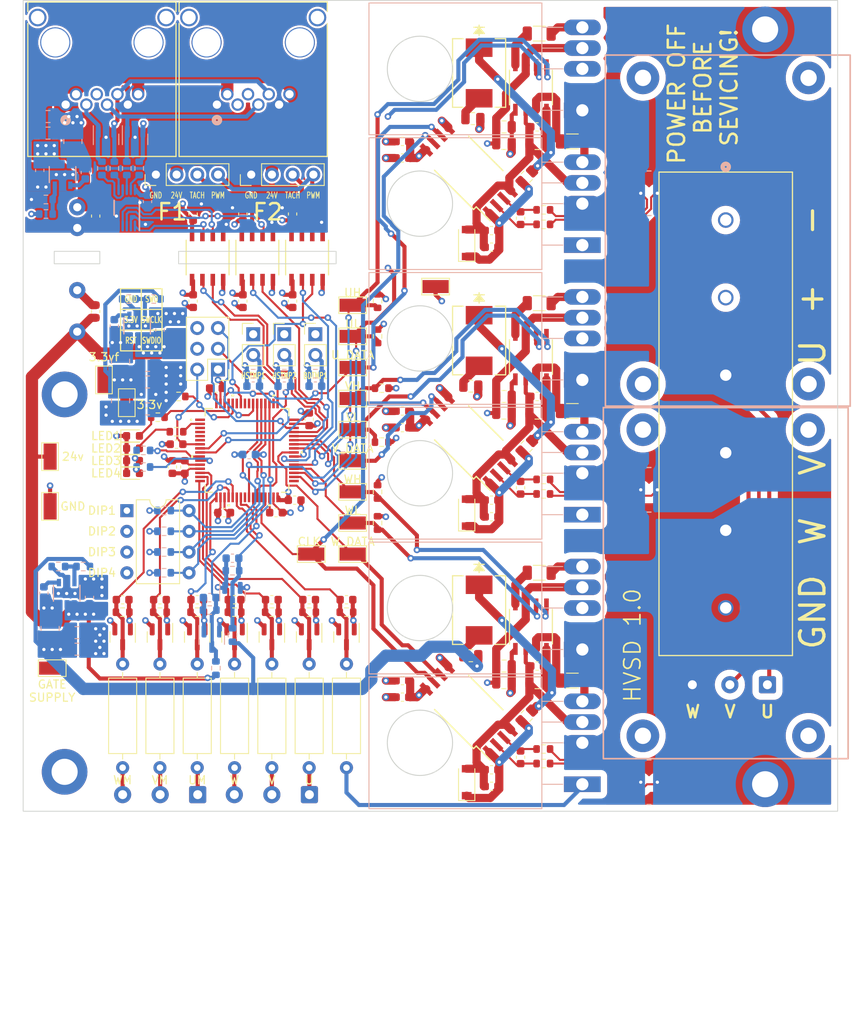
<source format=kicad_pcb>
(kicad_pcb (version 20211014) (generator pcbnew)
  (layers (0 "F.Cu" signal) (1 "In1.Cu" signal) (2 "In2.Cu" signal) (31 "B.Cu" signal) (34 "B.Paste" user) (35 "F.Paste" user) (36 "B.SilkS" user "B.Silkscreen") (37 "F.SilkS" user "F.Silkscreen") (38 "B.Mask" user) (39 "F.Mask" user) (44 "Edge.Cuts" user))
  (net 0 "")
  (net 1 "+VDC")
  (net 2 "-VDC")
  (net 3 "+24V")
  (net 4 "GND1")
  (net 5 "+15V")
  (net 6 "GND2")
  (net 7 "+3.3V")
  (net 8 "U")
  (net 9 "UH")
  (net 10 "UL")
  (net 11 "U_DATA")
  (net 12 "U_CLOCK")
  (net 13 "Net-(R3-Pad1)")
  (net 14 "Net-(R4-Pad1)")
  (net 15 "Net-(Q1-Pad2)")
  (net 16 "Net-(Q1-Pad4)")
  (net 17 "Net-(Q2-Pad4)")
  (net 18 "Net-(Q5-Pad2)")
  (net 19 "Net-(Q5-Pad4)")
  (net 20 "Net-(Q6-Pad4)")
  (net 21 "W")
  (net 22 "V")
  (net 23 "WH")
  (net 24 "WL")
  (net 25 "W_DATA")
  (net 26 "VH")
  (net 27 "VL")
  (net 28 "V_DATA")
  (net 29 "GND")
  (net 30 "Net-(Q3-Pad2)")
  (net 31 "Net-(Q3-Pad4)")
  (net 32 "Net-(Q4-Pad4)")
  (net 33 "Net-(C12-Pad1)")
  (net 34 "+5V")
  (net 35 "24V_ISO")
  (net 36 "RESET")
  (net 37 "CONTROL_SUPPLY_ADC")
  (net 38 "HEATSINK_TEMP_1_ADC")
  (net 39 "UM_ADC")
  (net 40 "VM_ADC")
  (net 41 "WM_ADC")
  (net 42 "GATE_SUPPLY_ADC")
  (net 43 "HEATSINK_TEMP_2_ADC")
  (net 44 "U_ADC")
  (net 45 "V_ADC")
  (net 46 "W_ADC")
  (net 47 "VBUS_ADC")
  (net 48 "BOARD_TEMP_1_ADC")
  (net 49 "Net-(C52-Pad1)")
  (net 50 "Net-(C52-Pad2)")
  (net 51 "Net-(C53-Pad2)")
  (net 52 "Net-(C54-Pad1)")
  (net 53 "Net-(C54-Pad2)")
  (net 54 "Net-(C55-Pad2)")
  (net 55 "Net-(C57-Pad1)")
  (net 56 "Net-(C57-Pad2)")
  (net 57 "Net-(C58-Pad2)")
  (net 58 "Net-(C65-Pad1)")
  (net 59 "Net-(C66-Pad1)")
  (net 60 "Net-(C67-Pad1)")
  (net 61 "Net-(C71-Pad1)")
  (net 62 "Net-(C71-Pad2)")
  (net 63 "Net-(C72-Pad1)")
  (net 64 "Net-(C72-Pad2)")
  (net 65 "Net-(C73-Pad1)")
  (net 66 "Net-(C73-Pad2)")
  (net 67 "TX-")
  (net 68 "RX+")
  (net 69 "RX-")
  (net 70 "TX+")
  (net 71 "Net-(R33-Pad2)")
  (net 72 "Net-(R35-Pad2)")
  (net 73 "Net-(R53-Pad1)")
  (net 74 "Net-(R54-Pad1)")
  (net 75 "Net-(R55-Pad1)")
  (net 76 "Net-(R52-Pad1)")
  (net 77 "RX_ISO")
  (net 78 "TX_EN_ISO")
  (net 79 "TX_ISO")
  (net 80 "Net-(R2-Pad1)")
  (net 81 "Net-(R1-Pad1)")
  (net 82 "RX")
  (net 83 "TX")
  (net 84 "TACH_1")
  (net 85 "TX_EN")
  (net 86 "TACH_1_ISO")
  (net 87 "TACH_2")
  (net 88 "FAN_PWM")
  (net 89 "FAN_PWM_ISO")
  (net 90 "TACH_2_ISO")
  (net 92 "LED_2")
  (net 97 "LED_3")
  (net 98 "LED_4")
  (net 102 "SWDIO")
  (net 103 "SWCLK")
  (net 104 "DIP_4")
  (net 105 "DIP_3")
  (net 106 "DIP_2")
  (net 107 "DIP_1")
  (net 108 "SWO")
  (net 109 "JTRST")
  (net 112 "LED_1")
  (net 113 "Net-(C11-Pad1)")
  (net 114 "Net-(R5-Pad2)")
  (net 115 "Net-(C11-Pad2)")
  (net 116 "Net-(C37-Pad1)")
  (net 117 "Net-(R57-Pad1)")
  (net 118 "Net-(C37-Pad2)")
  (net 119 "Net-(C38-Pad1)")
  (net 120 "Net-(R58-Pad1)")
  (net 121 "Net-(C38-Pad2)")
  (net 122 "Net-(C42-Pad1)")
  (net 123 "Net-(D4-Pad2)")
  (net 124 "Net-(D5-Pad2)")
  (net 125 "Net-(D6-Pad2)")
  (net 126 "Net-(D3-Pad2)")
  (net 127 "Net-(D16-Pad2)")
  (net 128 "Net-(D17-Pad2)")
  (net 129 "Net-(D18-Pad2)")
  (net 130 "BOOT")
  (net 131 "Net-(J5-Pad1)")
  (net 132 "Net-(J5-Pad2)")
  (net 133 "Net-(J5-Pad3)")
  (net 134 "Net-(J7-Pad1)")
  (net 135 "Net-(J7-Pad2)")
  (net 136 "Net-(J7-Pad3)")
  (footprint "Capacitor_SMD:C_0805_2012Metric" (layer "F.Cu") (at 166.37 102.108 180)
    (fp_text reference "C52" hide)
    (fp_text value "10uf")
  )
  (footprint "Capacitor_SMD:C_0603_1608Metric" (layer "F.Cu") (at 149.86 101.854 180)
    (fp_text reference "C50" hide)
    (fp_text value "0.1uf")
  )
  (footprint "LED_SMD:LED_0603_1608Metric" (layer "F.Cu") (at 116.84 106.426)
    (fp_text reference "D4" hide)
    (fp_text value "LED")
  )
  (footprint "Capacitor_SMD:C_0603_1608Metric" (layer "F.Cu") (at 160.782 147.828 180)
    (fp_text reference "C67" hide)
    (fp_text value "2.2")
  )
  (footprint "LED_SMD:LED_0603_1608Metric" (layer "F.Cu") (at 116.84 104.902)
    (fp_text reference "D3" hide)
    (fp_text value "LED")
  )
  (footprint "Resistor_THT:R_Axial_DIN0309_L9.0mm_D3.2mm_P12.70mm_Horizontal" (layer "F.Cu") (at 143.002 145.542 90)
    (fp_text reference "R44" hide)
    (fp_text value "1M")
  )
  (footprint "Resistor_SMD:R_0603_1608Metric" (layer "F.Cu") (at 167.132 143.256 180)
    (fp_text reference "R62" hide)
    (fp_text value "R")
  )
  (footprint "Capacitor_SMD:C_0603_1608Metric" (layer "F.Cu") (at 124.714 124.968)
    (fp_text reference "C28" hide)
    (fp_text value "0.1uf")
  )
  (footprint "Capacitor_SMD:C_0603_1608Metric" (layer "F.Cu") (at 164.338 78.232 -90)
    (fp_text reference "C72" hide)
    (fp_text value "C")
  )
  (footprint "Capacitor_SMD:C_0603_1608Metric" (layer "F.Cu") (at 164.338 111.252 -90)
    (fp_text reference "C71" hide)
    (fp_text value "C")
  )
  (footprint "MountingHole:MountingHole_3.2mm_M3_DIN965_Pad_TopBottom" (layer "F.Cu") (at 194.31 147.574)
    (fp_text reference "H1" hide)
    (fp_text value "MountingHole_Pad")
  )
  (footprint "Connector_Wire:SolderWire-0.5sqmm_1x03_P4.6mm_D0.9mm_OD2.1mm" (layer "F.Cu") (at 194.592 135.382 180)
    (fp_text reference "J6" hide)
    (fp_text value "Conn_01x03_Female")
  )
  (footprint "Capacitor_SMD:C_0805_2012Metric" (layer "F.Cu") (at 162.306 100.076 180)
    (fp_text reference "C60" hide)
    (fp_text value "22uf")
  )
  (footprint "Resistor_SMD:R_0603_1608Metric" (layer "F.Cu") (at 146.812 111.76 90)
    (fp_text reference "R20" hide)
    (fp_text value "10k")
  )
  (footprint "Capacitor_SMD:C_0603_1608Metric" (layer "F.Cu") (at 166.37 100.076 180)
    (fp_text reference "C59" hide)
    (fp_text value "0.1uf")
  )
  (footprint "Connector_PinHeader_2.54mm:PinHeader_1x02_P2.54mm_Vertical" (layer "F.Cu") (at 131.572 92.451)
    (fp_text reference "TH2" hide)
    (fp_text value "Thermistor")
  )
  (footprint "Capacitor_SMD:C_0603_1608Metric" (layer "F.Cu") (at 160.782 81.788 180)
    (fp_text reference "C66" hide)
    (fp_text value "2.2")
  )
  (footprint "Capacitor_SMD:C_0603_1608Metric" (layer "F.Cu") (at 149.86 134.874 180)
    (fp_text reference "C56" hide)
    (fp_text value "0.1uf")
  )
  (footprint "Capacitor_SMD:C_0603_1608Metric" (layer "F.Cu") (at 121.666 108.712 90)
    (fp_text reference "C24" hide)
    (fp_text value "1uf")
  )
  (footprint "Resistor_SMD:R_0603_1608Metric" (layer "F.Cu") (at 133.858 126.492)
    (fp_text reference "R41" hide)
    (fp_text value "5k")
  )
  (footprint "Package_TO_SOT_SMD:SOT-23" (layer "F.Cu") (at 143.002 129.54 -90)
    (fp_text reference "D15" hide)
    (fp_text value "D_Dual_Series_ACK")
  )
  (footprint "Capacitor_SMD:C_0603_1608Metric" (layer "F.Cu") (at 136.652 112.776)
    (fp_text reference "C17" hide)
    (fp_text value "0.1uf")
  )
  (footprint "LED_SMD:LED_0603_1608Metric" (layer "F.Cu") (at 116.84 109.474)
    (fp_text reference "D6" hide)
    (fp_text value "LED")
  )
  (footprint "Capacitor_SMD:C_0805_2012Metric" (layer "F.Cu") (at 166.37 69.088 180)
    (fp_text reference "C54" hide)
    (fp_text value "10uf")
  )
  (footprint "hv servo drive footprints:SOICN-8_LTF" (layer "F.Cu") (at 132.08 83.058 90)
    (fp_text reference "U3" hide)
    (fp_text value "ISO6721BQDRQ1")
  )
  (footprint "Resistor_THT:R_Axial_DIN0309_L9.0mm_D3.2mm_P12.70mm_Horizontal" (layer "F.Cu") (at 133.858 145.542 90)
    (fp_text reference "R40" hide)
    (fp_text value "1M")
  )
  (footprint "Diode_SMD:D_SOD-123" (layer "F.Cu") (at 157.734 81.28 90)
    (fp_text reference "D20" hide)
    (fp_text value "1N751A")
  )
  (footprint "Resistor_THT:R_Axial_DIN0309_L9.0mm_D3.2mm_P12.70mm_Horizontal" (layer "F.Cu") (at 115.57 145.542 90)
    (fp_text reference "R29" hide)
    (fp_text value "1M")
  )
  (footprint "Resistor_SMD:R_1206_3216Metric" (layer "F.Cu") (at 166.624 55.626)
    (fp_text reference "R55" hide)
    (fp_text value "3")
  )
  (footprint "Package_TO_SOT_SMD:SOT-23" (layer "F.Cu") (at 138.43 129.54 -90)
    (fp_text reference "D12" hide)
    (fp_text value "D_Dual_Series_ACK")
  )
  (footprint "hv servo drive footprints:DWV0008A" (layer "F.Cu") (at 157.988 72.39 135)
    (fp_text reference "U14" hide)
    (fp_text value "AMC1306M25DWVR")
  )
  (footprint "Capacitor_SMD:C_0603_1608Metric" (layer "F.Cu") (at 124.206 88.392 -90)
    (fp_text reference "C5" hide)
    (fp_text value "0.1uf")
  )
  (footprint "Package_TO_SOT_SMD:SOT-23" (layer "F.Cu") (at 124.714 129.54 -90)
    (fp_text reference "D8" hide)
    (fp_text value "D_Dual_Series_ACK")
  )
  (footprint "hv servo drive footprints:SOICN-8_LTF" (layer "F.Cu") (at 165.608 95.25 -90)
    (fp_text reference "U10" hide)
    (fp_text value "LF2190NTR")
  )
  (footprint "hv servo drive footprints:SOICN-8_LTF" (layer "F.Cu") (at 165.608 128.27 -90)
    (fp_text reference "U12" hide)
    (fp_text value "LF2190NTR")
  )
  (footprint "hv servo drive footprints:TestPoint_Pad_3.1x1.6mm" (layer "F.Cu") (at 106.68 107.442 90)
    (fp_text reference "TP2" hide)
    (fp_text value "TestPoint")
  )
  (footprint "NetTie:NetTie-2_SMD_Pad0.5mm" (layer "F.Cu") (at 160.782 135.128)
    (fp_text reference "NT3" hide)
    (fp_text value "NetTie_2")
  )
  (footprint "Capacitor_SMD:C_0603_1608Metric" (layer "F.Cu") (at 136.398 77.724 90)
    (fp_text reference "C4" hide)
    (fp_text value "0.1uf")
  )
  (footprint "Resistor_SMD:R_0603_1608Metric" (layer "F.Cu") (at 167.132 77.216 180)
    (fp_text reference "R60" hide)
    (fp_text value "R")
  )
  (footprint "Resistor_SMD:R_0603_1608Metric" (layer "F.Cu") (at 143.002 126.492)
    (fp_text reference "R45" hide)
    (fp_text value "5k")
  )
  (footprint "Resistor_SMD:R_0603_1608Metric" (layer "F.Cu") (at 119.888 102.616)
    (fp_text reference "R11" hide)
    (fp_text value "1k")
  )
  (footprint "hv servo drive footprints:TestPoint_Pad_3.1x1.6mm" (layer "F.Cu") (at 106.934 133.35)
    (fp_text reference "TP7" hide)
    (fp_text value "TestPoint")
  )
  (footprint "Capacitor_SMD:C_0603_1608Metric" (layer "F.Cu") (at 149.86 68.834 180)
    (fp_text reference "C51" hide)
    (fp_text value "0.1uf")
  )
  (footprint "Package_DIP:DIP-8_W7.62mm" (layer "F.Cu") (at 116.088 114.056)
    (fp_text reference "SW1" hide)
    (fp_text value "SW_DIP_x04")
  )
  (footprint "hv servo drive footprints:CONN_555153-1_TYC" (layer "F.Cu") (at 127.127 64.3255)
    (fp_text reference "J1" hide)
    (fp_text value "555153-1")
  )
  (footprint "hv servo drive footprints:CONN04_OSTYK51_40X16P1_OST" (layer "F.Cu") (at 189.484901 78.46665 -90)
    (fp_text reference "J4" hide)
    (fp_text value "OSTYK51104030")
  )
  (footprint "Capacitor_SMD:C_0603_1608Metric" (layer "F.Cu") (at 160.782 112.776 180)
    (fp_text reference "C68" hide)
    (fp_text value "0.1uf")
  )
  (footprint "Connector_Wire:SolderWire-0.5sqmm_1x03_P4.6mm_D0.9mm_OD2.1mm" (layer "F.Cu") (at 124.77 148.844 180)
    (fp_text reference "J5" hide)
    (fp_text value "Conn_01x03_Female")
  )
  (footprint "Resistor_SMD:R_1206_3216Metric" (layer "F.Cu") (at 170.688 68.834)
    (fp_text reference "R54" hide)
    (fp_text value "3")
  )
  (footprint "NetTie:NetTie-2_SMD_Pad0.5mm" (layer "F.Cu") (at 160.782 69.088)
    (fp_text reference "NT2" hide)
    (fp_text value "NetTie_2")
  )
  (footprint "hv servo drive footprints:CR_ES3J_ONS" (layer "F.Cu") (at 159.258 93.218 -90)
    (fp_text reference "D16" hide)
    (fp_text value "D")
  )
  (footprint "Resistor_SMD:R_1206_3216Metric" (layer "F.Cu") (at 166.624 88.646)
    (fp_text reference "R53" hide)
    (fp_text value "3")
  )
  (footprint "Resistor_SMD:R_0603_1608Metric" (layer "F.Cu") (at 122.174 104.394)
    (fp_text reference "R12" hide)
    (fp_text value "1k")
  )
  (footprint "Capacitor_SMD:C_0603_1608Metric" (layer "F.Cu") (at 166.37 133.096 180)
    (fp_text reference "C63" hide)
    (fp_text value "0.1uf")
  )
  (footprint "hv servo drive footprints:TestPoint_Pad_3.1x1.6mm" (layer "F.Cu") (at 153.924 86.614)
    (fp_text reference "TP3" hide)
    (fp_text value "TestPoint")
  )
  (footprint "Capacitor_SMD:C_0603_1608Metric" (layer "F.Cu") (at 149.86 136.906 180)
    (fp_text reference "C49" hide)
    (fp_text value "2.2uf")
  )
  (footprint "NetTie:NetTie-2_SMD_Pad0.5mm" (layer "F.Cu") (at 160.782 102.108)
    (fp_text reference "NT1" hide)
    (fp_text value "NetTie_2")
  )
  (footprint "Capacitor_SMD:C_0603_1608Metric" (layer "F.Cu") (at 112.268 77.978 -90)
    (fp_text reference "C18" hide)
    (fp_text value "1uf")
  )
  (footprint "Capacitor_SMD:C_0603_1608Metric" (layer "F.Cu") (at 160.782 79.756 180)
    (fp_text reference "C69" hide)
    (fp_text value "0.1uf")
  )
  (footprint "Resistor_THT:R_Axial_DIN0309_L9.0mm_D3.2mm_P12.70mm_Horizontal" (layer "F.Cu") (at 120.142 145.542 90)
    (fp_text reference "R27" hide)
    (fp_text value "1M")
  )
  (footprint "hv servo drive footprints:TestPoint_Pad_3.1x1.6mm" (layer "F.Cu") (at 113.284 98.044 90)
    (fp_text reference "TP6" hide)
    (fp_text value "TestPoint")
  )
  (footprint "hv servo drive footprints:TestPoint_Pad_3.1x1.6mm" (layer "F.Cu") (at 143.764 92.71)
    (fp_text reference "TP11" hide)
    (fp_text value "TestPoint")
  )
  (footprint "hv servo drive footprints:SOICN-8_LTF" (layer "F.Cu") (at 165.608 62.23 -90)
    (fp_text reference "U11" hide)
    (fp_text value "LF2190NTR")
  )
  (footprint "Connector_Wire:SolderWire-0.5sqmm_1x03_P4.6mm_D0.9mm_OD2.1mm" (layer "F.Cu") (at 138.458 148.844 180)
    (fp_text reference "J7" hide)
    (fp_text value "Conn_01x03_Female")
  )
  (footprint "Resistor_SMD:R_0805_2012Metric" (layer "F.Cu") (at 165.1 73.152 -135)
    (fp_text reference "R51" hide)
    (fp_text value "800")
  )
  (footprint "Capacitor_SMD:C_0603_1608Metric" (layer "F.Cu") (at 143.002 124.968)
    (fp_text reference "C36" hide)
    (fp_text value "0.1uf")
  )
  (footprint "Resistor_SMD:R_0603_1608Metric" (layer "F.Cu") (at 120.142 126.492)
    (fp_text reference "R28" hide)
    (fp_text value "5k")
  )
  (footprint "hv servo drive footprints:TestPoint_Pad_3.1x1.6mm" (layer "F.Cu") (at 143.764 107.95)
    (fp_text reference "TP14" hide)
    (fp_text value "TestPoint")
  )
  (footprint "Resistor_SMD:R_0805_2012Metric" (layer "F.Cu") (at 165.1 106.172 -135)
    (fp_text reference "R50" hide)
    (fp_text value "800")
  )
  (footprint "Capacitor_SMD:C_0603_1608Metric" (layer "F.Cu") (at 128.016 114.3 180)
    (fp_text reference "C14" hide)
    (fp_text value "0.1uf")
  )
  (footprint "Package_TO_SOT_SMD:SOT-23" (layer "F.Cu") (at 129.286 129.54 -90)
    (fp_text reference "D14" hide)
    (fp_text value "D_Dual_Series_ACK")
  )
  (footprint "Resistor_SMD:R_0603_1608Metric" (layer "F.Cu") (at 146.812 92.71 90)
    (fp_text reference "R21" hide)
    (fp_text value "10k")
  )
  (footprint "hv servo drive footprints:CR_ES3J_ONS" (layer "F.Cu") (at 159.258 60.452 -90)
    (fp_text reference "D17" hide)
    (fp_text value "D")
  )
  (footprint "hv servo drive footprints:TestPoint_Pad_3.1x1.6mm" (layer "F.Cu") (at 143.764 111.76)
    (fp_text reference "TP9" hide)
    (fp_text value "TestPoint")
  )
  (footprint "Capacitor_SMD:C_0603_1608Metric" (layer "F.Cu") (at 130.302 88.392 -90)
    (fp_text reference "C6" hide)
    (fp_text value "0.1uf")
  )
  (footprint "Resistor_SMD:R_0603_1608Metric" (layer "F.Cu") (at 167.132 112.014 180)
    (fp_text reference "R64" hide)
    (fp_text value "R")
  )
  (footprint "Diode_SMD:D_SOD-123" (layer "F.Cu") (at 157.734 114.3 90)
    (fp_text reference "D19" hide)
    (fp_text value "1N751A")
  )
  (footprint "Capacitor_SMD:C_0603_1608Metric" (layer "F.Cu") (at 136.398 88.392 -90)
    (fp_text reference "C7" hide)
    (fp_text value "0.1uf")
  )
  (footprint "hv servo drive footprints:TestPoint_Pad_3.1x1.6mm" (layer "F.Cu") (at 143.764 100.33)
    (fp_text reference "TP5" hide)
    (fp_text value "TestPoint")
  )
  (footprint "Capacitor_SMD:C_0805_2012Metric" (layer "F.Cu") (at 166.37 135.128 180)
    (fp_text reference "C57" hide)
    (fp_text value "10uf")
  )
  (footprint "Capacitor_SMD:C_0805_2012Metric" (layer "F.Cu") (at 162.306 135.128 180)
    (fp_text reference "C58" hide)
    (fp_text value "22uf")
  )
  (footprint "Capacitor_SMD:C_0805_2012Metric" (layer "F.Cu") (at 162.306 67.056 180)
    (fp_text reference "C62" hide)
    (fp_text value "22uf")
  )
  (footprint "Capacitor_SMD:C_0603_1608Metric" (layer "F.Cu") (at 166.37 67.056 180)
    (fp_text reference "C61" hide)
    (fp_text value "0.1uf")
  )
  (footprint "Connector_PinHeader_2.54mm:PinHeader_1x04_P2.54mm_Vertical" (layer "F.Cu") (at 131.328 72.898 90)
    (fp_text reference "M2" hide)
    (fp_text value "Fan_4pin")
  )
  (footprint "Resistor_SMD:R_0603_1608Metric" (layer "F.Cu") (at 147.32 105.664)
    (fp_text reference "R22" hide)
    (fp_text value "10k")
  )
  (footprint "Resistor_SMD:R_0603_1608Metric" (layer "F.Cu") (at 146.812 88.392 90)
    (fp_text reference "R18" hide)
    (fp_text value "10k")
  )
  (footprint "hv servo drive footprints:DWV0008A" (layer "F.Cu") (at 157.988 138.43 135)
    (fp_text reference "U15" hide)
    (fp_text value "AMC1306M25DWVR")
  )
  (footprint "Capacitor_SMD:C_0805_2012Metric" (layer "F.Cu") (at 162.306 102.108 180)
    (fp_text reference "C53" hide)
    (fp_text value "22uf")
  )
  (footprint "Resistor_SMD:R_0805_2012Metric" (layer "F.Cu") (at 158.496 66.04 180)
    (fp_text reference "R48" hide)
    (fp_text value "1")
  )
  (footprint "Resistor_SMD:R_0805_2012Metric" (layer "F.Cu") (at 158.242 98.806 180)
    (fp_text reference "R47" hide)
    (fp_text value "1")
  )
  (footprint "hv servo drive footprints:DWV0008A" (layer "F.Cu") (at 157.988 105.41 135)
    (fp_text reference "U13" hide)
    (fp_text value "AMC1306M25DWVR")
  )
  (footprint "Resistor_SMD:R_0603_1608Metric" (layer "F.Cu") (at 124.714 126.492)
    (fp_text reference "R26" hide)
    (fp_text value "5k")
  )
  (footprint "Capacitor_SMD:C_0603_1608Metric" (layer "F.Cu") (at 138.43 124.968)
    (fp_text reference "C33" hide)
    (fp_text value "0.1uf")
  )
  (footprint "Resistor_SMD:R_1206_3216Metric" (layer "F.Cu") (at 166.624 121.666)
    (fp_text reference "R58" hide)
    (fp_text value "3")
  )
  (footprint "hv servo drive footprints:LQFP64-10x10mm" (layer "F.Cu") (at 130.81 106.68)
    (fp_text reference "U5" hide)
    (fp_text value "STM32F413RGT6")
  )
  (footprint "Capacitor_SMD:C_0603_1608Metric" (layer "F.Cu") (at 138.43 102.87 -90)
    (fp_text reference "C21" hide)
    (fp_text value "0.1uf")
  )
  (footprint "Capacitor_SMD:C_0603_1608Metric" (layer "F.Cu") (at 160.782 145.796 180)
    (fp_text reference "C70" hide)
    (fp_text value "0.1uf")
  )
  (footprint "hv servo drive footprints:SOICN-8_LTF" (layer "F.Cu") (at 125.984 83.058 90)
    (fp_text reference "U2" hide)
    (fp_text value "ISO6721BQDRQ1")
  )
  (footprint "Capacitor_SMD:C_0603_1608Metric" (layer "F.Cu") (at 124.206 77.724 90)
    (fp_text reference "C2" hide)
    (fp_text value "0.1uf")
  )
  (footprint "hv servo drive footprints:TestPoint_Pad_3.1x1.6mm" (layer "F.Cu") (at 138.684 119.38)
    (fp_text reference "TP1" hide)
    (fp_text value "TestPoint")
  )
  (footprint "Resistor_SMD:R_0603_1608Metric" (layer "F.Cu") (at 167.132 110.236 180)
    (fp_text reference "R59" hide)
    (fp_text value "R")
  )
  (footprint "Capacitor_SMD:C_0603_1608Metric" (layer "F.Cu") (at 160.782 114.808 180)
    (fp_text reference "C65" hide)
    (fp_text value "2.2")
  )
  (footprint "MountingHole:MountingHole_3.2mm_M3_DIN965_Pad_TopBottom" (layer "F.Cu") (at 194.31 55.118)
    (fp_text reference "H2" hide)
    (fp_text value "MountingHole_Pad")
  )
  (footprint "Resistor_SMD:R_0603_1608Metric" (layer "F.Cu") (at 129.286 126.492)
    (fp_text reference "R43" hide)
    (fp_text value "5k")
  )
  (footprint "Capacitor_SMD:C_0805_2012Metric" (layer "F.Cu") (at 162.306 133.096 180)
    (fp_text reference "C64" hide)
    (fp_text value "22uf")
  )
  (footprint "hv servo drive footprints:TestPoint_Pad_3.1x1.6mm" (layer "F.Cu") (at 106.68 113.538 90)
    (fp_text reference "TP4" hide)
    (fp_text value "TestPoint")
  )
  (footprint "Resistor_SMD:R_0805_2012Metric" (layer "F.Cu") (at 158.242 131.826 180)
    (fp_text reference "R49" hide)
    (fp_text value "1")
  )
  (footprint "Capacitor_SMD:C_0805_2012Metric" (layer "F.Cu") (at 162.306 69.088 180)
    (fp_text reference "C55" hide)
    (fp_text value "22uf")
  )
  (footprint "Connector_PinHeader_2.54mm:PinHeader_1x02_P2.54mm_Vertical" (layer "F.Cu") (at 135.382 92.451)
    (fp_text reference "TH1" hide)
    (fp_text value "Thermistor")
  )
  (footprint "hv servo drive footprints:TestPoint_Pad_3.1x1.6mm" (layer "F.Cu") (at 143.764 119.38)
    (fp_text reference "TP16" hide)
    (fp_text value "TestPoint")
  )
  (footprint "Resistor_SMD:R_0805_2012Metric" (layer "F.Cu") (at 165.1 139.192 -135)
    (fp_text reference "R56" hide)
    (fp_text value "800")
  )
  (footprint "Capacitor_SMD:C_0603_1608Metric" (layer "F.Cu") (at 123.19 108.712 90)
    (fp_text reference "C20" hide)
    (fp_text value "0.1uf")
  )
  (footprint "Resistor_SMD:R_0603_1608Metric" (layer "F.Cu") (at 146.812 115.57 90)
    (fp_text reference "R23" hide)
    (fp_text value "10k")
  )
  (footprint "Resistor_SMD:R_0603_1608Metric" (layer "F.Cu") (at 122.428 100.076 180)
    (fp_text reference "R10" hide)
    (fp_text value "10k")
  )
  (footprint "Capacitor_SMD:C_0603_1608Metric" (layer "F.Cu") (at 133.858 124.968)
    (fp_text reference "C34" hide)
    (fp_text value "0.1uf")
  )
  (footprint "Resistor_THT:R_Axial_DIN0309_L9.0mm_D3.2mm_P12.70mm_Horizontal" (layer "F.Cu") (at 124.714 145.542 90)
    (fp_text reference "R25" hide)
    (fp_text value "1M")
  )
  (footprint "MountingHole:MountingHole_3.2mm_M3_DIN965_Pad_TopBottom" (layer "F.Cu") (at 108.458 146.05)
    (fp_text reference "H3" hide)
    (fp_text value "MountingHole")
  )
  (footprint "Capacitor_SMD:C_0603_1608Metric" (layer "F.Cu") (at 120.142 124.968)
    (fp_text reference "C29" hide)
    (fp_text value "0.1uf")
  )
  (footprint "hv servo drive footprints:TestPoint_Pad_3.1x1.6mm" (layer "F.Cu") (at 143.764 115.57)
    (fp_text reference "TP12" hide)
    (fp_text value "TestPoint")
  )
  (footprint "Resistor_SMD:R_0603_1608Metric" (layer "F.Cu") (at 147.32 99.06)
    (fp_text reference "R19" hide)
    (fp_text value "10k")
  )
  (footprint "Connector_PinHeader_2.54mm:PinHeader_1x02_P2.54mm_Vertical" (layer "F.Cu") (at 139.192 92.451)
    (fp_text reference "TH3" hide)
    (fp_text value "Thermistor")
  )
  (footprint "LED_SMD:LED_0603_1608Metric" (layer "F.Cu") (at 116.84 107.95)
    (fp_text reference "D5" hide)
    (fp_text value "LED")
  )
  (footprint "MountingHole:MountingHole_3.2mm_M3_DIN965_Pad_TopBottom" (layer "F.Cu") (at 108.458 99.822)
    (fp_text reference "H4" hide)
    (fp_text value "MountingHole")
  )
  (footprint "Package_TO_SOT_SMD:SOT-23" (layer "F.Cu") (at 115.57 129.54 -90)
    (fp_text reference "D10" hide)
    (fp_text value "D_Dual_Series_ACK")
  )
  (footprint "Capacitor_SMD:C_0603_1608Metric" (layer "F.Cu") (at 149.86 70.866 180)
    (fp_text reference "C48" hide)
    (fp_text value "2.2uf")
  )
  (footprint "hv servo drive footprints:24v isolated converter" (layer "F.Cu") (at 102.387825 76.895425 -90)
    (fp_text reference "U7" hide)
    (fp_text value "CRE1S2412SC")
  )
  (footprint "Resistor_SMD:R_1206_3216Metric" (layer "F.Cu") (at 170.688 101.854)
    (fp_text reference "R52" hide)
    (fp_text value "3")
  )
  (footprint "Connector_PinHeader_2.54mm:PinHeader_1x04_P2.54mm_Vertical" (layer "F.Cu") (at 119.644 72.898 90)
    (fp_text reference "M1" hide)
    (fp_text value "Fan_4pin")
  )
  (footprint "hv servo drive footprints:TestPoint_Pad_3.1x1.6mm" (layer "F.Cu") (at 116.078 100.838 90)
    (fp_text reference "TP13" hide)
    (fp_text value "TestPoint")
  )
  (footprint "Capacitor_SMD:C_0603_1608Metric" (layer "F.Cu") (at 130.302 77.724 90)
    (fp_text reference "C3" hide)
    (fp_text value "0.1uf")
  )
  (footprint "Resistor_SMD:R_0603_1608Metric" (layer "F.Cu") (at 115.57 126.492)
    (fp_text reference "R30" hide)
    (fp_text value "5k")
  )
  (footprint "Capacitor_SMD:C_0603_1608Metric" (layer "F.Cu") (at 129.286 124.968)
    (fp_text reference "C35" hide)
    (fp_text value "0.1uf")
  )
  (footprint "Resistor_THT:R_Axial_DIN0309_L9.0mm_D3.2mm_P12.70mm_Horizontal" (layer "F.Cu") (at 129.286 145.542 90)
    (fp_text reference "R42" hide)
    (fp_text value "1M")
  )
  (footprint "Resistor_SMD:R_0603_1608Metric" (layer "F.Cu") (at 138.43 126.492)
    (fp_text reference "R39" hide)
    (fp_text value "5k")
  )
  (footprint "hv servo drive footprints:CR_ES3J_ONS" (layer "F.Cu") (at 159.258 126.238 -90)
    (fp_text reference "D18" hide)
    (fp_text value "D")
  )
  (footprint "hv servo drive footprints:CONN_555153-1_TYC" (layer "F.Cu") (at 108.585 64.3255)
    (fp_text reference "J2" hide)
    (fp_text value "555153-1")
  )
  (footprint "hv servo drive footprints:TestPoint_Pad_3.1x1.6mm" (layer "F.Cu") (at 143.764 88.9)
    (fp_text reference "TP8" hide)
    (fp_text value "TestPoint")
  )
  (footprint "hv servo drive footprints:TestPoint_Pad_3.1x1.6mm" (layer "F.Cu") (at 143.764 96.52)
    (fp_text reference "TP15" hide)
    (fp_text value "TestPoint")
  )
  (footprint "Package_TO_SOT_SMD:SOT-23" (layer "F.Cu") (at 120.142 129.54 -90)
    (fp_text reference "D9" hide)
    (fp_text value "D_Dual_Series_ACK")
  )
  (footprint "Capacitor_SMD:C_0603_1608Metric" (layer "F.Cu") (at 149.86 103.886 180)
    (fp_text reference "C47" hide)
    (fp_text value "2.2uf")
  )
  (footprint "Capacitor_SMD:C_0603_1608Metric" (layer "F.Cu") (at 127 99.06)
    (fp_text reference "C15" hide)
    (fp_text value "0.1uf")
  )
  (footprint "Capacitor_SMD:C_0603_1608Metric" (layer "F.Cu") (at 134.366 114.3)
    (fp_text reference "C12" hide)
    (fp_text value "2.2uf")
  )
  (footprint "Diode_SMD:D_SOD-123" (layer "F.Cu") (at 157.734 147.32 90)
    (fp_text reference "D21" hide)
    (fp_text value "1N751A")
  )
  (footprint "Capacitor_SMD:C_0603_1608Metric" (layer "F.Cu") (at 122.174 105.918 180)
    (fp_text reference "C25" hide)
    (fp_text value ".1uf")
  )
  (footprint "Capacitor_SMD:C_0603_1608Metric" (layer "F.Cu") (at 164.338 144.272 -90)
    (fp_text reference "C73" hide)
    (fp_text value "C")
  )
  (footprint "Package_TO_SOT_SMD:SOT-23" (layer "F.Cu") (at 133.858 129.54 -90)
    (fp_text reference "D13" hide)
    (fp_text value "D_Dual_Series_ACK")
  )
  (footprint "Capacitor_SMD:C_0603_1608Metric" (layer "F.Cu") (at 112.268 89.662 90)
    (fp_text reference "C23" hide)
    (fp_text value "1uf")
  )
  (footprint "hv servo drive footprints:SOICN-8_LTF" (layer "F.Cu") (at 138.176 83.058 90)
    (fp_text reference "U4" hide)
    (fp_text value "ISO6721BQDRQ1")
  )
  (footprint "Resistor_SMD:R_0603_1608Metric" (layer "F.Cu") (at 167.132 145.034 180)
    (fp_text reference "R67" hide)
    (fp_text value "R")
  )
  (footprint "Resistor_SMD:R_1206_3216Metric" (layer "F.Cu") (at 170.688 134.874)
    (fp_text reference "R57" hide)
    (fp_text value "3")
  )
  (footprint "Connector_PinHeader_2.54mm:PinHeader_2x03_P2.54mm_Vertical" (layer "F.Cu") (at 127.254 96.774 180)
    (fp_text reference "J3" hide)
    (fp_text value "Conn_02x03_Odd_Even")
  )
  (footprint "Resistor_THT:R_Axial_DIN0309_L9.0mm_D3.2mm_P12.70mm_Horizontal" (layer "F.Cu") (at 138.43 145.542 90)
    (fp_text reference "R38" hide)
    (fp_text value "1M")
  )
  (footprint "Resistor_SMD:R_0603_1608Metric" (layer "F.Cu") (at 167.132 78.994 180)
    (fp_text reference "R66" hide)
    (fp_text value "R")
  )
  (footprint "hv servo drive footprints:TestPoint_Pad_3.1x1.6mm" (layer "F.Cu") (at 143.764 104.14)
    (fp_text reference "TP10" hide)
    (fp_text value "TestPoint")
  )
  (footprint "Capacitor_SMD:C_0603_1608Metric" (layer "F.Cu") (at 115.57 124.968)
    (fp_text reference "C30" hide)
    (fp_text value "0.1uf")
  )
  (footprint "Capacitor_SMD:C_0805_2012Metric" (layer "B.Cu") (at 118.618 96.266)
    (fp_text reference "C42" hide)
    (fp_text value "10uf")
  )
  (footprint "hv servo drive footprints:TO-247-4_Horizontal_TabUp" (layer "B.Cu") (at 171.91 114.554 90)
    (fp_text reference "Q1" hide)
    (fp_text value "C3M0075120K")
    (fp_circle (center 5.078031 -19.901764) (end 9.078031 -19.901764) (layer "Edge.Cuts") (width 0.12) (fill none))
  )
  (footprint "Resistor_SMD:R_0603_1608Metric" (layer "B.Cu") (at 120.65 119.126 180)
    (fp_text reference "R9" hide)
    (fp_text value "10k")
  )
  (footprint "Resistor_SMD:R_0603_1608Metric" (layer "B.Cu") (at 129.032 121.412 180)
    (fp_text reference "R32" hide)
    (fp_text value "5k")
  )
  (footprint "Capacitor_SMD:C_0603_1608Metric" (layer "B.Cu") (at 131.064 107.188 180)
    (fp_text reference "C22" hide)
    (fp_text value "1uf")
  )
  (footprint "hv servo drive footprints:RES_HCSM2818_STP" (layer "B.Cu") (at 180.086 75.184)
    (fp_text reference "R63" hide)
    (fp_text value ".005")
  )
  (footprint "Capacitor_SMD:C_0603_1608Metric" (layer "B.Cu") (at 105.918 124.172749 -90)
    (fp_text reference "C38" hide)
    (fp_text value ".1uf")
  )
  (footprint "Capacitor_SMD:C_0603_1608Metric" (layer "B.Cu") (at 110.998 72.644 90)
    (fp_text reference "C11" hide)
    (fp_text value ".1uf")
  )
  (footprint "hv servo drive footprints:TO-247-4_Horizontal_TabUp" (layer "B.Cu") (at 171.91 147.574 90)
    (fp_text reference "Q5" hide)
    (fp_text value "C3M0075120K")
    (fp_circle (center 5.078031 -19.901764) (end 9.078031 -19.901764) (layer "Edge.Cuts") (width 0.12) (fill none))
  )
  (footprint "Resistor_SMD:R_0603_1608Metric" (layer "B.Cu") (at 120.65 116.586 180)
    (fp_text reference "R8" hide)
    (fp_text value "10k")
  )
  (footprint "Resistor_SMD:R_0603_1608Metric" (layer "B.Cu") (at 131.572 97.282 180)
    (fp_text reference "R37" hide)
    (fp_text value "10k")
  )
  (footprint "Capacitor_SMD:C_0603_1608Metric" (layer "B.Cu") (at 114.554 91.44 -90)
    (fp_text reference "C37" hide)
    (fp_text value ".1uf")
  )
  (footprint "Resistor_SMD:R_0603_1608Metric" (layer "B.Cu") (at 129.032 129.286 90)
    (fp_text reference "R31" hide)
    (fp_text value "50k")
  )
  (footprint "Inductor_SMD:L_1008_2520Metric" (layer "B.Cu") (at 115.316 95.758 -90)
    (fp_text reference "L2" hide)
    (fp_text value "10uH")
  )
  (footprint "Capacitor_SMD:C_0805_2012Metric" (layer "B.Cu") (at 118.618 101.6)
    (fp_text reference "C46" hide)
    (fp_text value "?")
  )
  (footprint "hv servo drive footprints:TO-247-4_Horizontal_TabUp" (layer "B.Cu") (at 171.91 98.044 90)
    (fp_text reference "Q2" hide)
    (fp_text value "C3M0075120K")
    (fp_circle (center 5.078031 -19.901764) (end 9.078031 -19.901764) (layer "Edge.Cuts") (width 0.12) (fill none))
  )
  (footprint "hv servo drive footprints:IC6_AP64060QWU-7_DIO" (layer "B.Cu") (at 108.204 72.898 90)
    (fp_text reference "U6" hide)
    (fp_text value "AP64060QWU-7")
  )
  (footprint "Resistor_SMD:R_0603_1608Metric" (layer "B.Cu") (at 120.65 114.046 180)
    (fp_text reference "R7" hide)
    (fp_text value "10k")
  )
  (footprint "Capacitor_SMD:C_0603_1608Metric" (layer "B.Cu") (at 120.142 91.948 90)
    (fp_text reference "C40" hide)
    (fp_text value "2.2uf")
  )
  (footprint "hv servo drive footprints:BUS CAP1" (layer "B.Cu") (at 179.338 98.552 90)
    (fp_text reference "C9" hide)
    (fp_text value "40uf")
  )
  (footprint "hv servo drive footprints:RES_HCSM2818_STP" (layer "B.Cu") (at 180.086 111.506)
    (fp_text reference "R61" hide)
    (fp_text value ".005")
  )
  (footprint "Capacitor_SMD:C_0805_2012Metric" (layer "B.Cu") (at 109.982 128.998749)
    (fp_text reference "C45" hide)
    (fp_text value "10uf")
  )
  (footprint "Resistor_SMD:R_0603_1608Metric" (layer "B.Cu") (at 135.382 97.282 180)
    (fp_text reference "R24" hide)
    (fp_text value "10k")
  )
  (footprint "hv servo drive footprints:TO-247-4_Horizontal_TabUp" (layer "B.Cu") (at 171.91 65.024 90)
    (fp_text reference "Q4" hide)
    (fp_text value "C3M0075120K")
    (fp_circle (center 5.078031 -19.901764) (end 9.078031 -19.901764) (layer "Edge.Cuts") (width 0.12) (fill none))
  )
  (footprint "hv servo drive footprints:IC6_AP64060QWU-7_DIO" (layer "B.Cu") (at 117.348 91.44 -90)
    (fp_text reference "U8" hide)
    (fp_text value "AP64060QWU-7")
  )
  (footprint "Resistor_SMD:R_0603_1608Metric" (layer "B.Cu") (at 110.744 120.904 180)
    (fp_text reference "R35" hide)
    (fp_text value "475k")
  )
  (footprint "Capacitor_SMD:C_0805_2012Metric" (layer "B.Cu") (at 106.426 67.818 180)
    (fp_text reference "C19" hide)
    (fp_text value "10uf")
  )
  (footprint "hv servo drive footprints:IC6_AP64060QWU-7_DIO" (layer "B.Cu") (at 108.712 124.172749 -90)
    (fp_text reference "U9" hide)
    (fp_text value "AP64060QWU-7")
  )
  (footprint "Inductor_SMD:L_1008_2520Metric" (layer "B.Cu") (at 106.68 128.490749 -90)
    (fp_text reference "L3" hide)
    (fp_text value "10uH")
  )
  (footprint "Resistor_SMD:R_0603_1608Metric" (layer "B.Cu") (at 117.602 72.136 90)
    (fp_text reference "R1" hide)
    (fp_text value "10")
  )
  (footprint "Resistor_SMD:R_0603_1608Metric" (layer "B.Cu") (at 116.332 88.138 180)
    (fp_text reference "R34" hide)
    (fp_text value "22.1k")
  )
  (footprint "Resistor_SMD:R_0603_1608Metric" (layer "B.Cu") (at 118.11 108.712)
    (fp_text reference "R14" hide)
    (fp_text value "1k")
  )
  (footprint "Capacitor_SMD:C_0603_1608Metric" (layer "B.Cu") (at 135.382 98.806 180)
    (fp_text reference "C27" hide)
    (fp_text value "1uf")
  )
  (footprint "hv servo drive footprints:DGS0010A_N" (layer "B.Cu") (at 116.078 76.962 90)
    (fp_text reference "U1" hide)
    (fp_text value "THVD1452DGSR")
  )
  (footprint "hv servo drive footprints:TO-247-4_Horizontal_TabUp" (layer "B.Cu") (at 171.91 131.064 90)
    (fp_text reference "Q6" hide)
    (fp_text value "C3M0075120K")
    (fp_circle (center 5.078031 -19.901764) (end 9.078031 -19.901764) (layer "Edge.Cuts") (width 0.12) (fill none))
  )
  (footprint "Capacitor_SMD:C_0603_1608Metric" (layer "B.Cu") (at 126.238 124.714 180)
    (fp_text reference "C26" hide)
    (fp_text value "0.1uf")
  )
  (footprint "Package_TO_SOT_SMD:SOT-23" (layer "B.Cu") (at 129.032 124.46 -90)
    (fp_text reference "D11" hide)
    (fp_text value "D_Dual_Series_ACK")
  )
  (footprint "Resistor_SMD:R_0603_1608Metric" (layer "B.Cu") (at 114.554 72.136 90)
    (fp_text reference "R4" hide)
    (fp_text value "10")
  )
  (footprint "hv servo drive footprints:RES_HCSM2818_STP" (layer "B.Cu") (at 180.086 147.32)
    (fp_text reference "R65" hide)
    (fp_text value ".005")
  )
  (footprint "Capacitor_SMD:C_0805_2012Metric" (layer "B.Cu") (at 118.618 98.298)
    (fp_text reference "C44" hide)
    (fp_text value "10uf")
  )
  (footprint "Resistor_SMD:R_0603_1608Metric" (layer "B.Cu") (at 106.172 77.724)
    (fp_text reference "R5" hide)
    (fp_text value "115k")
  )
  (footprint "Capacitor_SMD:C_0603_1608Metric" (layer "B.Cu") (at 139.192 98.806 180)
    (fp_text reference "C39" hide)
    (fp_text value "1uf")
  )
  (footprint "Capacitor_SMD:C_0603_1608Metric" (layer "B.Cu") (at 111.506 124.680749 90)
    (fp_text reference "C41" hide)
    (fp_text value "2.2uf")
  )
  (footprint "Resistor_SMD:R_0603_1608Metric" (layer "B.Cu") (at 118.11 106.68)
    (fp_text reference "R13" hide)
    (fp_text value "1k")
  )
  (footprint "Capacitor_SMD:C_0805_2012Metric" (layer "B.Cu") (at 106.426 65.786 180)
    (fp_text reference "C16" hide)
    (fp_text value "10uf")
  )
  (footprint "Resistor_SMD:R_0603_1608Metric" (layer "B.Cu") (at 107.696 120.904 180)
    (fp_text reference "R36" hide)
    (fp_text value "22.1k")
  )
  (footprint "Resistor_SMD:R_0603_1608Metric" (layer "B.Cu") (at 116.078 72.136 90)
    (fp_text reference "R2" hide)
    (fp_text value "10")
  )
  (footprint "Resistor_SMD:R_0603_1608Metric" (layer "B.Cu") (at 119.38 88.138 180)
    (fp_text reference "R33" hide)
    (fp_text value "69.8k")
  )
  (footprint "Resistor_SMD:R_0603_1608Metric" (layer "B.Cu") (at 113.03 72.136 90)
    (fp_text reference "R3" hide)
    (fp_text value "10")
  )
  (footprint "Resistor_SMD:R_0603_1608Metric" (layer "B.Cu") (at 106.172 75.946 180)
    (fp_text reference "R6" hide)
    (fp_text value "22.1k")
  )
  (footprint "Capacitor_SMD:C_0603_1608Metric" (layer "B.Cu") (at 118.618 76.2 -90)
    (fp_text reference "C1" hide)
    (fp_text value "0.1uf")
  )
  (footprint "Inductor_SMD:L_1008_2520Metric" (layer "B.Cu") (at 115.316 100.584 -90)
    (fp_text reference "L4" hide)
    (fp_text value "?")
  )
  (footprint "Resistor_SMD:R_0603_1608Metric" (layer "B.Cu") (at 127 133.35 90)
    (fp_text reference "R16" hide)
    (fp_text value "50k")
  )
  (footprint "Capacitor_SMD:C_0603_1608Metric" (layer "B.Cu") (at 129.032 119.888 180)
    (fp_text reference "C31" hide)
    (fp_text value "0.1uf")
  )
  (footprint "hv servo drive footprints:BUS CAP1" (layer "B.Cu") (at 199.63 104.14 -90)
    (fp_text reference "C8" hide)
    (fp_text value "40uf")
  )
  (footprint "Package_TO_SOT_SMD:SOT-23" (layer "B.Cu") (at 113.538 68.58 -90)
    (fp_text reference "D2" hide)
    (fp_text value "D_TVS_Dual_AAC")
  )
  (footprint "Inductor_SMD:L_1008_2520Metric" (layer "B.Cu") (at 109.474 68.834 90)
    (fp_text reference "L1" hide)
    (fp_text value "10uH")
  )
  (footprint "Resistor_SMD:R_0603_1608Metric" (layer "B.Cu") (at 120.65 121.666 180)
    (fp_text reference "R15" hide)
    (fp_text value "10k")
  )
  (footprint "Capacitor_SMD:C_0805_2012Metric" (layer "B.Cu") (at 109.982 131.030749)
    (fp_text reference "C43" hide)
    (fp_text value "10uf")
  )
  (footprint "Resistor_SMD:R_0603_1608Metric" (layer "B.Cu") (at 139.192 97.282 180)
    (fp_text reference "R46" hide)
    (fp_text value "10k")
  )
  (footprint "Package_TO_SOT_SMD:SOT-23" (layer "B.Cu") (at 126.492 129.794 -90)
    (fp_text reference "D7" hide)
    (fp_text value "D_Dual_Series_ACK")
  )
  (footprint "hv servo drive footprints:TO-247-4_Horizontal_TabUp" (layer "B.Cu") (at 171.91 81.534 90)
    (fp_text reference "Q3" hide)
    (fp_text value "C3M0075120K")
    (fp_circle (center 5.078031 -19.901764) (end 9.078031 -19.901764) (layer "Edge.Cuts") (width 0.12) (fill none))
  )
  (footprint "Capacitor_SMD:C_0603_1608Metric" (layer "B.Cu") (at 105.41 72.39 -90)
    (fp_text reference "C13" hide)
    (fp_text value "2.2uf")
  )
  (footprint "Capacitor_SMD:C_0603_1608Metric" (layer "B.Cu") (at 131.572 98.806 180)
    (fp_text reference "C32" hide)
    (fp_text value "1uf")
  )
  (footprint "Package_TO_SOT_SMD:SOT-23" (layer "B.Cu") (at 117.094 68.58 -90)
    (fp_text reference "D1" hide)
    (fp_text value "D_TVS_Dual_AAC")
  )
  (footprint "Resistor_SMD:R_0603_1608Metric" (layer "B.Cu") (at 126.238 126.238 180)
    (fp_text reference "R17" hide)
    (fp_text value "5k")
  )
  (gr_rect (start 115.316 86.868) (end 120.396 94.488) (layer "F.SilkS") (width 0.15) (fill none))
  (gr_line (start 117.856 86.868) (end 117.856 94.488) (layer "F.SilkS") (width 0.15))
  (gr_line (start 115.316 89.408) (end 120.396 89.408) (layer "F.SilkS") (width 0.15))
  (gr_line (start 115.316 91.948) (end 120.396 91.948) (layer "F.SilkS") (width 0.15))
  (gr_rect (start 203.2 51.562) (end 103.378 150.876) (layer "Edge.Cuts") (width 0.1) (fill none))
  (gr_rect (start 122.428 82.296) (end 141.732 83.82) (layer "Edge.Cuts") (width 0.1) (fill none))
  (gr_rect (start 107.188 82.296) (end 112.776 83.82) (layer "Edge.Cuts") (width 0.1) (fill none))
  (gr_text "W" (at 200.152 116.586 90) (layer "F.SilkS") (effects (font (size 3 3) (thickness 0.4))))
  (gr_text "+" (at 199.898 88.138 90) (layer "F.SilkS") (effects (font (size 3 3) (thickness 0.4))))
  (gr_text "W_DATA" (at 143.764 117.856) (layer "F.SilkS") (effects (font (size 1 1))))
  (gr_text "V" (at 133.858 147.066) (layer "F.SilkS") (effects (font (size 1 1))))
  (gr_text "DIP3" (at 113.03 119.126) (layer "F.SilkS") (effects (font (size 1 1))))
  (gr_text "SWO" (at 119.126 88.138) (layer "F.SilkS") (effects (font (size 0.75 0.5) (thickness 0.125))))
  (gr_text "F2" (at 133.35 77.47) (layer "F.SilkS") (effects (font (size 2 2) (thickness 0.3))))
  (gr_text "WL" (at 143.764 114.046) (layer "F.SilkS") (effects (font (size 1 1))))
  (gr_text "24v" (at 109.474 107.442) (layer "F.SilkS") (effects (font (size 1 1))))
  (gr_text "UH" (at 143.764 87.376) (layer "F.SilkS") (effects (font (size 1 1))))
  (gr_text "DIP4" (at 113.03 121.666) (layer "F.SilkS") (effects (font (size 1 1))))
  (gr_text "UM" (at 124.714 147.066) (layer "F.SilkS") (effects (font (size 1 1))))
  (gr_text "RST" (at 116.586 93.218) (layer "F.SilkS") (effects (font (size 0.75 0.5) (thickness 0.125))))
  (gr_text "GND" (at 116.586 88.138) (layer "F.SilkS") (effects (font (size 0.75 0.5) (thickness 0.125))))
  (gr_text "HSTMP2" (at 135.382 97.536) (layer "F.SilkS") (effects (font (size 0.75 0.5) (thickness 0.125))))
  (gr_text "W" (at 129.275931 147.05894) (layer "F.SilkS") (effects (font (size 1 1))))
  (gr_text "W" (at 185.448 138.684) (layer "F.SilkS") (effects (font (size 1.5 1.5) (thickness 0.3))))
  (gr_text "SWCLK" (at 119.126 90.678) (layer "F.SilkS") (effects (font (size 0.75 0.5) (thickness 0.125))))
  (gr_text "GND" (at 131.318 75.438) (layer "F.SilkS") (effects (font (size 0.75 0.5) (thickness 0.1))))
  (gr_text "GND" (at 119.634 75.438) (layer "F.SilkS") (effects (font (size 0.75 0.5) (thickness 0.1))))
  (gr_text "LED1" (at 113.538 104.902) (layer "F.SilkS") (effects (font (size 1 1))))
  (gr_text "HSTMP1" (at 131.572 97.536) (layer "F.SilkS") (effects (font (size 0.75 0.5) (thickness 0.125))))
  (gr_text "GND" (at 200.152 126.492 90) (layer "F.SilkS") (effects (font (size 3 3) (thickness 0.4))))
  (gr_text "HVSD 1.0" (at 178.054 130.556 90) (layer "F.SilkS") (effects (font (size 2 2) (thickness 0.2))))
  (gr_text "DIP2" (at 113.03 116.586) (layer "F.SilkS") (effects (font (size 1 1))))
  (gr_text "3.3V" (at 116.586 90.678) (layer "F.SilkS") (effects (font (size 0.75 0.5) (thickness 0.125))))
  (gr_text "POWER OFF \nBEFORE\nSEVICING!" (at 186.69 62.23 90) (layer "F.SilkS") (effects (font (size 2 2) (thickness 0.3))))
  (gr_text "VH" (at 143.764 98.806) (layer "F.SilkS") (effects (font (size 1 1))))
  (gr_text "PWM" (at 127.254 75.438) (layer "F.SilkS") (effects (font (size 0.75 0.5) (thickness 0.1))))
  (gr_text "3.3v" (at 118.872 101.092) (layer "F.SilkS") (effects (font (size 1 1))))
  (gr_text "WH" (at 143.764 110.236) (layer "F.SilkS") (effects (font (size 1 1))))
  (gr_text "U" (at 138.43 147.066) (layer "F.SilkS") (effects (font (size 1 1))))
  (gr_text "VL" (at 143.764 102.616) (layer "F.SilkS") (effects (font (size 1 1))))
  (gr_text "-" (at 199.898 78.486 90) (layer "F.SilkS") (effects (font (size 3 3) (thickness 0.4))))
  (gr_text "U" (at 200.152 94.742 90) (layer "F.SilkS") (effects (font (size 3 3) (thickness 0.4))))
  (gr_text "U_DATA" (at 143.764 94.996) (layer "F.SilkS") (effects (font (size 1 1))))
  (gr_text "F1" (at 121.666 77.47) (layer "F.SilkS") (effects (font (size 2 2) (thickness 0.3))))
  (gr_text "VM" (at 120.142 147.066) (layer "F.SilkS") (effects (font (size 1 1))))
  (gr_text "LED3" (at 113.538 107.95) (layer "F.SilkS") (effects (font (size 1 1))))
  (gr_text "GND" (at 109.474 113.538) (layer "F.SilkS") (effects (font (size 1 1))))
  (gr_text "U" (at 194.592 138.684) (layer "F.SilkS") (effects (font (size 1.5 1.5) (thickness 0.3))))
  (gr_text "CLK" (at 138.43 117.856) (layer "F.SilkS") (effects (font (size 1 1))))
  (gr_text "WM" (at 115.559931 147.05894) (layer "F.SilkS") (effects (font (size 1 1))))
  (gr_text "SWDIO" (at 119.126 93.218) (layer "F.SilkS") (effects (font (size 0.75 0.5) (thickness 0.125))))
  (gr_text "V" (at 200.152 108.458 90) (layer "F.SilkS") (effects (font (size 3 3) (thickness 0.4))))
  (gr_text "24V" (at 133.858 75.438) (layer "F.SilkS") (effects (font (size 0.75 0.5) (thickness 0.1))))
  (gr_text "TACH" (at 124.714 75.438) (layer "F.SilkS") (effects (font (size 0.75 0.5) (thickness 0.1))))
  (gr_text "LED4" (at 113.538 109.474) (layer "F.SilkS") (effects (font (size 1 1))))
  (gr_text "DIP1" (at 113.03 114.046) (layer "F.SilkS") (effects (font (size 1 1))))
  (gr_text "24V" (at 122.174 75.438) (layer "F.SilkS") (effects (font (size 0.75 0.5) (thickness 0.1))))
  (gr_text "UL" (at 143.764 91.186) (layer "F.SilkS") (effects (font (size 1 1))))
  (gr_text "BDTMP1" (at 139.192 97.536) (layer "F.SilkS") (effects (font (size 0.75 0.5) (thickness 0.125))))
  (gr_text "V_DATA" (at 143.764 106.426) (layer "F.SilkS") (effects (font (size 1 1))))
  (gr_text "3.3vf" (at 113.284 95.25) (layer "F.SilkS") (effects (font (size 1 1))))
  (gr_text "TACH" (at 136.398 75.438) (layer "F.SilkS") (effects (font (size 0.75 0.5) (thickness 0.1))))
  (gr_text "V" (at 190.02 138.684) (layer "F.SilkS") (effects (font (size 1.5 1.5) (thickness 0.3))))
  (gr_text "PWM" (at 138.938 75.438) (layer "F.SilkS") (effects (font (size 0.75 0.5) (thickness 0.1))))
  (gr_text "GATE\nSUPPLY" (at 106.934 136.144) (layer "F.SilkS") (effects (font (size 1 1))))
  (gr_text "LED2" (at 113.538 106.426) (layer "F.SilkS") (effects (font (size 1 1))))
  (segment (start 171.91 147.876) (end 169.672 150.114) (width 0.5) (layer "B.Cu") (net 1))
  (segment (start 169.672 150.114) (end 144.526 150.114) (width 0.5) (layer "B.Cu") (net 1))
  (segment (start 143.002 148.59) (end 143.002 145.542) (width 0.5) (layer "B.Cu") (net 1))
  (segment (start 144.526 150.114) (end 143.002 148.59) (width 0.5) (layer "B.Cu") (net 1))
  (segment (start 104.648 107.442) (end 104.454 107.248) (width 0.5) (layer "F.Cu") (net 3))
  (segment (start 112.776 134.62) (end 125.9045 134.62) (width 0.5) (layer "F.Cu") (net 3))
  (segment (start 110.007825 92.135425) (end 104.454 97.68925) (width 1.5) (layer "F.Cu") (net 3))
  (segment (start 104.454 107.248) (end 104.454 126.429189) (width 1.5) (layer "F.Cu") (net 3))
  (segment (start 104.454 126.429189) (end 105.532811 127.508) (width 1.5) (layer "F.Cu") (net 3))
  (segment (start 118.03 94.822) (end 118.11 94.742) (width 1.5) (layer "F.Cu") (net 3))
  (segment (start 106.68 107.442) (end 104.648 107.442) (width 0.5) (layer "F.Cu") (net 3))
  (segment (start 111.418 133.262) (end 112.776 134.62) (width 0.5) (layer "F.Cu") (net 3))
  (segment (start 125.9045 134.62) (end 125.984 134.5405) (width 0.5) (layer "F.Cu") (net 3))
  (segment (start 108.966 126.746) (end 112.014 126.746) (width 1.5) (layer "F.Cu") (net 3))
  (segment (start 118.11 94.742) (end 120.142 94.742) (width 1.5) (layer "F.Cu") (net 3))
  (segment (start 120.65 93.98) (end 117.602 93.98) (width 1.5) (layer "F.Cu") (net 3))
  (segment (start 112.268 90.437) (end 111.70625 90.437) (width 1) (layer "F.Cu") (net 3))
  (segment (start 110.007825 92.135425) (end 112.6944 94.822) (width 1.5) (layer "F.Cu") (net 3))
  (segment (start 112.6944 94.822) (end 118.03 94.822) (width 1.5) (layer "F.Cu") (net 3))
  (segment (start 104.454 97.68925) (end 104.454 107.248) (width 1.5) (layer "F.Cu") (net 3))
  (segment (start 108.204 127.508) (end 108.966 126.746) (width 1.5) (layer "F.Cu") (net 3))
  (segment (start 111.70625 90.437) (end 110.007825 92.135425) (width 1) (layer "F.Cu") (net 3))
  (segment (start 111.418 127.342) (end 111.418 133.262) (width 0.5) (layer "F.Cu") (net 3))
  (segment (start 112.014 126.746) (end 111.418 127.342) (width 0.5) (layer "F.Cu") (net 3))
  (segment (start 105.532811 127.508) (end 108.204 127.508) (width 1.5) (layer "F.Cu") (net 3))
  (via (at 118.618 93.98) (size 0.8) (drill 0.4) (layers "F.Cu" "B.Cu") (net 3))
  (via (at 120.142 94.742) (size 0.8) (drill 0.4) (layers "F.Cu" "B.Cu") (net 3))
  (via (at 118.11 94.742) (size 0.8) (drill 0.4) (layers "F.Cu" "B.Cu") (net 3))
  (via (at 117.602 93.98) (size 0.8) (drill 0.4) (layers "F.Cu" "B.Cu") (net 3))
  (via (at 109.982 126.746) (size 0.8) (drill 0.4) (layers "F.Cu" "B.Cu") (net 3))
  (via (at 112.014 126.746) (size 0.8) (drill 0.4) (layers "F.Cu" "B.Cu") (net 3))
  (via (at 120.65 93.98) (size 0.8) (drill 0.4) (layers "F.Cu" "B.Cu") (net 3))
  (via (at 108.966 126.746) (size 0.8) (drill 0.4) (layers "F.Cu" "B.Cu") (net 3))
  (via (at 119.126 94.742) (size 0.8) (drill 0.4) (layers "F.Cu" "B.Cu") (net 3))
  (via (at 119.634 93.98) (size 0.8) (drill 0.4) (layers "F.Cu" "B.Cu") (net 3))
  (via (at 110.998 126.746) (size 0.8) (drill 0.4) (layers "F.Cu" "B.Cu") (net 3))
  (via (at 125.984 134.5405) (size 0.8) (drill 0.4) (layers "F.Cu" "B.Cu") (net 3))
  (segment (start 126.6345 134.5405) (end 127 134.175) (width 0.5) (layer "B.Cu") (net 3))
  (segment (start 125.984 134.5405) (end 126.6345 134.5405) (width 0.5) (layer "B.Cu") (net 3))
  (segment (start 130.302 76.949) (end 129.045 76.949) (width 0.5) (layer "F.Cu") (net 4))
  (segment (start 124.7645 76.949) (end 125.222 76.4915) (width 0.5) (layer "F.Cu") (net 4))
  (segment (start 136.398 76.949) (end 135.141 76.949) (width 0.5) (layer "F.Cu") (net 4))
  (segment (start 127.889 80.33385) (end 127.889 79.375) (width 0.5) (layer "F.Cu") (net 4))
  (segment (start 127.889 79.375) (end 128.27 78.994) (width 0.5) (layer "F.Cu") (net 4))
  (segment (start 111.585575 79.435425) (end 112.268 78.753) (width 1) (layer "F.Cu") (net 4))
  (segment (start 135.141 76.949) (end 135.128 76.962) (width 0.5) (layer "F.Cu") (net 4))
  (segment (start 133.985 78.867) (end 133.858 78.74) (width 0.5) (layer "F.Cu") (net 4))
  (segment (start 140.081 78.867) (end 139.954 78.74) (width 0.5) (layer "F.Cu") (net 4))
  (segment (start 110.007825 79.435425) (end 111.585575 79.435425) (width 1) (layer "F.Cu") (net 4))
  (segment (start 129.045 76.949) (end 129.032 76.962) (width 0.5) (layer "F.Cu") (net 4))
  (segment (start 133.985 80.33385) (end 133.985 78.867) (width 0.5) (layer "F.Cu") (net 4))
  (segment (start 140.081 80.33385) (end 140.081 78.867) (width 0.5) (layer "F.Cu") (net 4))
  (segment (start 124.206 76.949) (end 124.7645 76.949) (width 0.5) (layer "F.Cu") (net 4))
  (via (at 133.858 78.74) (size 0.8) (drill 0.4) (layers "F.Cu" "B.Cu") (net 4))
  (via (at 117.094 68.326) (size 0.8) (drill 0.4) (layers "F.Cu" "B.Cu") (net 4))
  (via (at 107.442 72.898) (size 0.8) (drill 0.4) (layers "F.Cu" "B.Cu") (net 4))
  (via (at 106.172 74.422) (size 0.8) (drill 0.4) (layers "F.Cu" "B.Cu") (net 4))
  (via (at 125.222 76.4915) (size 0.8) (drill 0.4) (layers "F.Cu" "B.Cu") (net 4))
  (via (at 109.474 72.898) (size 0.8) (drill 0.4) (layers "F.Cu" "B.Cu") (net 4))
  (via (at 104.394 75.946) (size 0.8) (drill 0.4) (layers "F.Cu" "B.Cu") (net 4))
  (via (at 139.954 78.74) (size 0.8) (drill 0.4) (layers "F.Cu" "B.Cu") (net 4))
  (via (at 118.364 78.994) (size 0.8) (drill 0.4) (layers "F.Cu" "B.Cu") (net 4))
  (via (at 117.685432 76.318691) (size 0.8) (drill 0.4) (layers "F.Cu" "B.Cu") (net 4))
  (via (at 129.032 76.962) (size 0.8) (drill 0.4) (layers "F.Cu" "B.Cu") (net 4))
  (via (at 114.808 77.978) (size 0.8) (drill 0.4) (layers "F.Cu" "B.Cu") (net 4))
  (via (at 135.128 76.962) (size 0.8) (drill 0.4) (layers "F.Cu" "B.Cu") (net 4))
  (via (at 113.538 68.326) (size 0.8) (drill 0.4) (layers "F.Cu" "B.Cu") (net 4))
  (via (at 105.156 74.422) (size 0.8) (drill 0.4) (layers "F.Cu" "B.Cu") (net 4))
  (via (at 108.458 72.898) (size 0.8) (drill 0.4) (layers "F.Cu" "B.Cu") (net 4))
  (via (at 128.27 78.994) (size 0.8) (drill 0.4) (layers "F.Cu" "B.Cu") (net 4))
  (segment (start 118.11 78.994) (end 118.364 78.994) (width 0.25) (layer "B.Cu") (net 4))
  (segment (start 115.077999 78.247999) (end 114.808 77.978) (width 0.25) (layer "B.Cu") (net 4))
  (segment (start 116.578002 79.186999) (end 116.578002 78.490247) (width 0.25) (layer "B.Cu") (net 4))
  (segment (start 117.302999 78.186999) (end 118.11 78.994) (width 0.25) (layer "B.Cu") (net 4))
  (segment (start 113.538 69.5175) (end 113.538 68.326) (width 0.5) (layer "B.Cu") (net 4))
  (segment (start 118.618 76.975) (end 118.341741 76.975) (width 0.5) (layer "B.Cu") (net 4))
  (segment (start 105.347 75.946) (end 104.394 75.946) (width 0.5) (layer "B.Cu") (net 4))
  (segment (start 116.578002 78.490247) (end 116.88125 78.186999) (width 0.25) (layer "B.Cu") (net 4))
  (segment (start 116.88125 78.186999) (end 117.302999 78.186999) (width 0.25) (layer "B.Cu") (net 4))
  (segment (start 115.077999 79.186999) (end 115.077999 78.247999) (width 0.25) (layer "B.Cu") (net 4))
  (segment (start 117.094 69.5175) (end 117.094 68.326) (width 0.5) (layer "B.Cu") (net 4))
  (segment (start 118.341741 76.975) (end 117.685432 76.318691) (width 0.5) (layer "B.Cu") (net 4))
  (segment (start 159.4085 67.1595) (end 159.258 67.31) (width 1) (layer "F.Cu") (net 5))
  (segment (start 163.256 65.598) (end 163.256 67.056) (width 0.5) (layer "F.Cu") (net 5))
  (segment (start 106.934 131.064) (end 105.918 131.064) (width 1) (layer "F.Cu") (net 5))
  (segment (start 163.256 131.44115) (end 163.703 130.99415) (width 0.5) (layer "F.Cu") (net 5))
  (segment (start 106.934 133.35) (end 106.934 131.064) (width 1) (layer "F.Cu") (net 5))
  (segment (start 159.4085 66.04) (end 159.4085 67.1595) (width 1) (layer "F.Cu") (net 5))
  (segment (start 163.256 100.076) (end 163.256 98.42115) (width 0.5) (layer "F.Cu") (net 5))
  (segment (start 159.1545 131.826) (end 159.1545 132.9455) (width 1) (layer "F.Cu") (net 5))
  (segment (start 163.703 65.151) (end 163.256 65.598) (width 0.5) (layer "F.Cu") (net 5))
  (segment (start 163.256 69.088) (end 163.256 70.17) (width 1) (layer "F.Cu") (net 5))
  (segment (start 163.256 102.108) (end 163.256 103.444) (width 1) (layer "F.Cu") (net 5))
  (segment (start 163.256 102.108) (end 163.256 100.076) (width 1) (layer "F.Cu") (net 5))
  (segment (start 163.256 135.128) (end 163.256 136.21) (width 1) (layer "F.Cu") (net 5))
  (segment (start 106.934 131.064) (end 107.95 131.064) (width 1) (layer "F.Cu") (net 5))
  (segment (start 163.256 98.42115) (end 163.703 97.97415) (width 0.5) (layer "F.Cu") (net 5))
  (segment (start 159.1545 98.806) (end 159.1545 99.9255) (width 1) (layer "F.Cu") (net 5))
  (segment (start 163.256 103.444) (end 163.068 103.632) (width 1) (layer "F.Cu") (net 5))
  (segment (start 163.256 136.21) (end 163.068 136.398) (width 1) (layer "F.Cu") (net 5))
  (segment (start 163.256 70.17) (end 163.068 70.358) (width 1) (layer "F.Cu") (net 5))
  (segment (start 163.256 135.128) (end 163.256 133.096) (width 1) (layer "F.Cu") (net 5))
  (segment (start 159.1545 132.9455) (end 159.004 133.096) (width 1) (layer "F.Cu") (net 5))
  (segment (start 163.256 133.096) (end 163.256 131.44115) (width 0.5) (layer "F.Cu") (net 5))
  (segment (start 163.256 67.056) (end 163.256 69.088) (width 0.5) (layer "F.Cu") (net 5))
  (segment (start 159.1545 99.9255) (end 159.004 100.076) (width 1) (layer "F.Cu") (net 5))
  (via (at 159.004 133.096) (size 0.8) (drill 0.4) (layers "F.Cu" "B.Cu") (net 5))
  (via (at 159.258 67.31) (size 0.8) (drill 0.4) (layers "F.Cu" "B.Cu") (net 5))
  (via (at 163.068 70.358) (size 0.8) (drill 0.4) (layers "F.Cu" "B.Cu") (net 5))
  (via (at 159.004 100.076) (size 0.8) (drill 0.4) (layers "F.Cu" "B.Cu") (net 5))
  (via (at 106.934 131.064) (size 0.8) (drill 0.4) (layers "F.Cu" "B.Cu") (net 5))
  (via (at 163.068 136.398) (size 0.8) (drill 0.4) (layers "F.Cu" "B.Cu") (net 5))
  (via (at 163.068 103.632) (size 0.8) (drill 0.4) (layers "F.Cu" "B.Cu") (net 5))
  (via (at 105.918 131.064) (size 0.8) (drill 0.4) (layers "F.Cu" "B.Cu") (net 5))
  (via (at 107.95 131.064) (size 0.8) (drill 0.4) (layers "F.Cu" "B.Cu") (net 5))
  (segment (start 105.918 131.064) (end 110.744 135.89) (width 1.5) (layer "B.Cu") (net 5))
  (segment (start 131.572 132.08) (end 131.572 135.89) (width 0.5) (layer "B.Cu") (net 5))
  (segment (start 106.401761 119.979) (end 104.902 121.478761) (width 0.5) (layer "B.Cu") (net 5))
  (segment (start 104.902 130.048) (end 105.918 131.064) (width 0.5) (layer "B.Cu") (net 5))
  (segment (start 153.242 130.73) (end 156.638 130.73) (width 1.5) (layer "B.Cu") (net 5))
  (segment (start 129.223 130.302) (end 129.794 130.302) (width 0.5) (layer "B.Cu") (net 5))
  (segment (start 129.794 130.302) (end 131.572 132.08) (width 0.5) (layer "B.Cu") (net 5))
  (segment (start 110.744 135.89) (end 131.572 135.89) (width 1.5) (layer "B.Cu") (net 5))
  (segment (start 129.032 130.111) (end 129.223 130.302) (width 0.5) (layer "B.Cu") (net 5))
  (segment (start 146.05 133.604) (end 147.828 131.826) (width 1.5) (layer "B.Cu") (net 5))
  (segment (start 152.146 131.826) (end 153.242 130.73) (width 1.5) (layer "B.Cu") (net 5))
  (segment (start 111.569 120.904) (end 110.644 119.979) (width 0.5) (layer "B.Cu") (net 5))
  (segment (start 144.902811 135.89) (end 146.05 134.742811) (width 1.5) (layer "B.Cu") (net 5))
  (segment (start 146.05 134.742811) (end 146.05 133.604) (width 1.5) (layer "B.Cu") (net 5))
  (segment (start 156.638 130.73) (end 159.004 133.096) (width 1.5) (layer "B.Cu") (net 5))
  (segment (start 110.644 119.979) (end 106.401761 119.979) (width 0.5) (layer "B.Cu") (net 5))
  (segment (start 131.572 135.89) (end 144.902811 135.89) (width 1.5) (layer "B.Cu") (net 5))
  (segment (start 147.828 131.826) (end 152.146 131.826) (width 1.5) (layer "B.Cu") (net 5))
  (segment (start 104.902 121.478761) (end 104.902 130.048) (width 0.5) (layer "B.Cu") (net 5))
  (segment (start 129.807 89.167) (end 129.286 88.646) (width 0.5) (layer "F.Cu") (net 6))
  (segment (start 123.19 107.937) (end 121.666 107.937) (width 0.5) (layer "F.Cu") (net 6))
  (segment (start 139.205 124.968) (end 139.205 127.4335) (width 0.5) (layer "F.Cu") (net 6))
  (segment (start 134.808 127.6085) (end 134.7075 127.508) (width 0.5) (layer "F.Cu") (net 6))
  (segment (start 143.952 127.6085) (end 143.8515 127.508) (width 0.5) (layer "F.Cu") (net 6))
  (segment (start 148.145 99.06) (end 149.098 99.06) (width 0.5) (layer "F.Cu") (net 6))
  (segment (start 137.427 112.776) (end 137.427 113.779) (width 0.5) (layer "F.Cu") (net 6))
  (segment (start 155.481307 133.129307) (end 154.432 132.08) (width 1) (layer "F.Cu") (net 6))
  (segment (start 147.257 87.567) (end 147.828 88.138) (width 0.5) (layer "F.Cu") (net 6))
  (segment (start 135.141 114.3) (end 134.0374 113.1964) (width 0.25) (layer "F.Cu") (net 6))
  (segment (start 134.633 127.4335) (end 134.7075 127.508) (width 0.5) (layer "F.Cu") (net 6))
  (segment (start 140.081 87.249) (end 139.954 87.376) (width 0.5) (layer "F.Cu") (net 6))
  (segment (start 130.302 89.167) (end 129.807 89.167) (width 0.5) (layer "F.Cu") (net 6))
  (segment (start 155.481307 100.20923) (end 155.481307 100.109307) (width 1) (layer "F.Cu") (net 6))
  (segment (start 139.179 103.645) (end 139.446 103.378) (width 0.5) (layer "F.Cu") (net 6))
  (segment (start 147.765 114.745) (end 147.828 114.808) (width 0.5) (layer "F.Cu") (net 6))
  (segment (start 125.664 127.624043) (end 125.5635 127.523543) (width 0.5) (layer "F.Cu") (net 6))
  (segment (start 116.0525 109.474) (end 116.0525 104.902) (width 0.5) (layer "F.Cu") (net 6))
  (segment (start 125.489 124.968) (end 125.489 127.449043) (width 0.5) (layer "F.Cu") (net 6))
  (segment (start 143.777 127.4335) (end 143.8515 127.508) (width 0.5) (layer "F.Cu") (net 6))
  (segment (start 127.559999 100.930001) (end 127.559999 99.275001) (width 0.25) (layer "F.Cu") (net 6))
  (segment (start 125.060001 108.429999) (end 123.682999 108.429999) (width 0.25) (layer "F.Cu") (net 6))
  (segment (start 160.282 135.128) (end 160.2565 135.128) (width 0.5) (layer "F.Cu") (net 6))
  (segment (start 155.481307 133.22923) (end 155.481307 133.129307) (width 1) (layer "F.Cu") (net 6))
  (segment (start 148.145 105.664) (end 148.59 105.664) (width 0.5) (layer "F.Cu") (net 6))
  (segment (start 127.559999 113.727001) (end 126.987 114.3) (width 0.25) (layer "F.Cu") (net 6))
  (segment (start 112.268 88.887) (end 111.8394 88.887) (width 1) (layer "F.Cu") (net 6))
  (segment (start 121.666 107.937) (end 121.145 107.937) (width 0.5) (layer "F.Cu") (net 6))
  (segment (start 121.092 127.6085) (end 120.9915 127.508) (width 0.5) (layer "F.Cu") (net 6))
  (segment (start 146.875 91.885) (end 147.574 91.186) (width 0.5) (layer "F.Cu") (net 6))
  (segment (start 123.682999 108.429999) (end 123.19 107.937) (width 0.25) (layer "F.Cu") (net 6))
  (segment (start 120.917 127.4335) (end 120.9915 127.508) (width 0.5) (layer "F.Cu") (net 6))
  (segment (start 134.633 124.968) (end 134.633 127.4335) (width 0.5) (layer "F.Cu") (net 6))
  (segment (start 148.91 70.866) (end 147.828 70.866) (width 1) (layer "F.Cu") (net 6))
  (segment (start 130.236 128.6025) (end 130.236 127.624043) (width 0.5) (layer "F.Cu") (net 6))
  (segment (start 160.282 69.088) (end 160.2565 69.088) (width 0.5) (layer "F.Cu") (net 6))
  (segment (start 139.38 128.6025) (end 139.38 127.6085) (width 0.5) (layer "F.Cu") (net 6))
  (segment (start 116.345 124.968) (end 116.345 127.449043) (width 0.5) (layer "F.Cu") (net 6))
  (segment (start 148.59 105.664) (end 149.098 105.156) (width 0.5) (layer "F.Cu") (net 6))
  (segment (start 148.91 101.854) (end 147.828 101.854) (width 1) (layer "F.Cu") (net 6))
  (segment (start 116.52 127.624043) (end 116.4195 127.523543) (width 0.5) (layer "F.Cu") (net 6))
  (segment (start 136.559999 103.429999) (end 138.214999 103.429999) (width 0.25) (layer "F.Cu") (net 6))
  (segment (start 138.43 103.645) (end 139.179 103.645) (width 0.5) (layer "F.Cu") (net 6))
  (segment (start 125.489 127.449043) (end 125.5635 127.523543) (width 0.5) (layer "F.Cu") (net 6))
  (segment (start 133.985 87.249) (end 133.858 87.376) (width 0.5) (layer "F.Cu") (net 6))
  (segment (start 140.081 85.78215) (end 140.081 87.249) (width 0.5) (layer "F.Cu") (net 6))
  (segment (start 127.559999 112.429999) (end 127.559999 113.727001) (width 0.25) (layer "F.Cu") (net 6))
  (segment (start 121.399 105.918) (end 120.396 105.918) (width 0.5) (layer "F.Cu") (net 6))
  (segment (start 125.664 128.6025) (end 125.664 127.624043) (width 0.5) (layer "F.Cu") (net 6))
  (segment (start 155.481307 67.18923) (end 155.481307 67.089307) (width 1) (layer "F.Cu") (net 6))
  (segment (start 130.236 127.624043) (end 130.1355 127.523543) (width 0.5) (layer "F.Cu") (net 6))
  (segment (start 116.52 128.6025) (end 116.52 127.624043) (width 0.5) (layer "F.Cu") (net 6))
  (segment (start 139.205 127.4335) (end 139.2795 127.508) (width 0.5) (layer "F.Cu") (net 6))
  (segment (start 134.808 128.6025) (end 134.808 127.6085) (width 0.5) (layer "F.Cu") (net 6))
  (segment (start 116.345 127.449043) (end 116.4195 127.523543) (width 0.5) (layer "F.Cu") (net 6))
  (segment (start 123.711 89.167) (end 123.19 88.646) (width 0.5) (layer "F.Cu") (net 6))
  (segment (start 111.8394 88.887) (end 110.007825 87.055425) (width 1) (layer "F.Cu") (net 6))
  (segment (start 135.903 89.167) (end 135.382 88.646) (width 0.5) (layer "F.Cu") (net 6))
  (segment (start 121.412 100.076) (end 120.904 100.584) (width 0.25) (layer "F.Cu") (net 6))
  (segment (start 127.775 98.565) (end 127.254 98.044) (width 0.5) (layer "F.Cu") (net 6))
  (segment (start 148.91 136.906) (end 147.828 136.906) (width 1) (layer "F.Cu") (net 6))
  (segment (start 143.952 128.6025) (end 143.952 127.6085) (width 0.5) (layer "F.Cu") (net 6))
  (segment (start 127.775 99.06) (end 127.775 98.565) (width 0.5) (layer "F.Cu") (net 6))
  (segment (start 121.145 107.937) (end 120.65 107.442) (width 0.5) (layer "F.Cu") (net 6))
  (segment (start 130.061 124.968) (end 130.061 127.449043) (width 0.5) (layer "F.Cu") (net 6))
  (segment (start 139.38 127.6085) (end 139.2795 127.508) (width 0.5) (layer "F.Cu") (net 6))
  (segment (start 160.282 102.108) (end 160.2565 102.108) (width 0.5) (layer "F.Cu") (net 6))
  (segment (start 146.812 114.745) (end 147.765 114.745) (width 0.5) (layer "F.Cu") (net 6))
  (segment (start 148.91 134.874) (end 147.828 134.874) (width 1) (layer "F.Cu") (net 6))
  (segment (start 127.254 115.316) (end 127.254 114.567) (width 0.5) (layer "F.Cu") (net 6))
  (segment (start 130.061 127.449043) (end 130.1355 127.523543) (width 0.5) (layer "F.Cu") (net 6))
  (segment (start 120.917 124.968) (end 120.917 127.4335) (width 0.5) (layer "F.Cu") (net 6))
  (segment (start 127.254 114.567) (end 126.987 114.3) (width 0.5) (layer "F.Cu") (net 6))
  (segment (start 153.924 86.614) (end 153.924 87.63) (width 0.5) (layer "F.Cu") (net 6))
  (segment (start 146.812 110.935) (end 146.812 110.49) (width 0.5) (layer "F.Cu") (net 6))
  (segment (start 143.777 124.968) (end 143.777 127.4335) (width 0.5) (layer "F.Cu") (net 6))
  (segment (start 121.412 100.076) (end 120.904 99.568) (width 0.25) (layer "F.Cu") (net 6))
  (segment (start 148.91 68.834) (end 147.828 68.834) (width 1) (layer "F.Cu") (net 6))
  (segment (start 116.0525 104.902) (end 114.808 104.902) (width 0.5) (layer "F.Cu") (net 6))
  (segment (start 134.0374 113.1964) (end 134.0374 112.4526) (width 0.25) (layer "F.Cu") (net 6))
  (segment (start 127.889 87.249) (end 127.762 87.376) (width 0.5) (layer "F.Cu") (net 6))
  (segment (start 136.398 89.167) (end 135.903 89.167) (width 0.5) (layer "F.Cu") (net 6))
  (segment (start 135.141 114.3) (end 136.144 114.3) (width 0.5) (layer "F.Cu") (net 6))
  (segment (start 155.481307 67.089307) (end 154.686 66.294) (width 1) (layer "F.Cu") (net 6))
  (segment (start 148.91 103.886) (end 147.828 103.886) (width 1) (layer "F.Cu") (net 6))
  (segment (start 155.481307 100.109307) (end 154.432 99.06) (width 1) (layer "F.Cu") (net 6))
  (segment (start 146.812 87.567) (end 147.257 87.567) (width 0.5) (layer "F.Cu") (net 6))
  (segment (start 127.889 85.78215) (end 127.889 87.249) (width 0.5) (layer "F.Cu") (net 6))
  (segment (start 121.092 128.6025) (end 121.092 127.6085) (width 0.5) (layer "F.Cu") (net 6))
  (segment (start 133.985 85.78215) (end 133.985 87.249) (width 0.5) (layer "F.Cu") (net 6))
  (segment (start 137.427 113.779) (end 137.414 113.792) (width 0.5) (layer "F.Cu") (net 6))
  (segment (start 106.68 113.538) (end 106.68 110.998) (width 0.5) (layer "F.Cu") (net 6))
  (segment (start 124.206 89.167) (end 123.711 89.167) (width 0.5) (layer "F.Cu") (net 6))
  (segment (start 153.924 87.63) (end 154.686 88.392) (width 0.5) (layer "F.Cu") (net 6))
  (segment (start 146.812 110.49) (end 147.32 109.982) (width 0.5) (layer "F.Cu") (net 6))
  (via (at 160.2565 69.088) (size 0.8) (drill 0.4) (layers "F.Cu" "B.Cu") (net 6))
  (via (at 147.828 101.854) (size 0.8) (drill 0.4) (layers "F.Cu" "B.Cu") (net 6))
  (via (at 130.556 96.266) (size 0.8) (drill 0.4) (layers "F.Cu" "B.Cu") (net 6))
  (via (at 149.098 105.156) (size 0.8) (drill 0.4) (layers "F.Cu" "B.Cu") (net 6))
  (via (at 113.284 130.048) (size 0.8) (drill 0.4) (layers "F.Cu" "B.Cu") (net 6))
  (via (at 110.998 122.428) (size 0.8) (drill 0.4) (layers "F.Cu" "B.Cu") (net 6))
  (via (at 113.284 128.524) (size 0.8) (drill 0.4) (layers "F.Cu" "B.Cu") (net 6))
  (via (at 127.762 87.376) (size 0.8) (drill 0.4) (layers "F.Cu" "B.Cu") (net 6))
  (via (at 122.936 89.916) (size 0.8) (drill 0.4) (layers "F.Cu" "B.Cu") (net 6))
  (via (at 129.286 88.646) (size 0.8) (drill 0.4) (layers "F.Cu" "B.Cu") (net 6))
  (via (at 116.332 91.44) (size 0.8) (drill 0.4) (layers "F.Cu" "B.Cu") (net 6))
  (via (at 149.098 99.06) (size 0.8) (drill 0.4) (layers "F.Cu" "B.Cu") (net 6))
  (via (at 121.412 90.932) (size 0.8) (drill 0.4) (layers "F.Cu" "B.Cu") (net 6))
  (via (at 147.574 91.186) (size 0.8) (drill 0.4) (layers "F.Cu" "B.Cu") (net 6))
  (via (at 113.03 123.444) (size 0.8) (drill 0.4) (layers "F.Cu" "B.Cu") (net 6))
  (via (at 118.872 116.586) (size 0.8) (drill 0.4) (layers "F.Cu" "B.Cu") (net 6))
  (via (at 106.68 110.998) (size 0.8) (drill 0.4) (layers "F.Cu" "B.Cu") (net 6))
  (via (at 154.432 132.08) (size 0.8) (drill 0.4) (layers "F.Cu" "B.Cu") (net 6))
  (via (at 160.2565 135.128) (size 0.8) (drill 0.4) (layers "F.Cu" "B.Cu") (net 6))
  (via (at 121.92 89.916) (size 0.8) (drill 0.4) (layers "F.Cu" "B.Cu") (net 6))
  (via (at 113.03 124.46) (size 0.8) (drill 0.4) (layers "F.Cu" "B.Cu") (net 6))
  (via (at 130.1355 127.523543) (size 0.8) (drill 0.4) (layers "F.Cu" "B.Cu") (net 6))
  (via (at 113.284 131.572) (size 0.8) (drill 0.4) (layers "F.Cu" "B.Cu") (net 6))
  (via (at 160.2565 102.108) (size 0.8) (drill 0.4) (layers "F.Cu" "B.Cu") (net 6))
  (via (at 154.686 66.294) (size 0.8) (drill 0.4) (layers "F.Cu" "B.Cu") (net 6))
  (via (at 116.4195 127.523543) (size 0.8) (drill 0.4) (layers "F.Cu" "B.Cu") (net 6))
  (via (at 139.446 103.378) (size 0.8) (drill 0.4) (layers "F.Cu" "B.Cu") (net 6))
  (via (at 125.5635 127.523543) (size 0.8) (drill 0.4) (layers "F.Cu" "B.Cu") (net 6))
  (via (at 112.268 131.572) (size 0.8) (drill 0.4) (layers "F.Cu" "B.Cu") (net 6))
  (via (at 112.776 130.81) (size 0.8) (drill 0.4) (layers "F.Cu" "B.Cu") (net 6))
  (via (at 108.712 124.206) (size 0.8) (drill 0.4) (layers "F.Cu" "B.Cu") (net 6))
  (via (at 147.828 88.138) (size 0.8) (drill 0.4) (layers "F.Cu" "B.Cu") (net 6))
  (via (at 107.696 124.206) (size 0.8) (drill 0.4) (layers "F.Cu" "B.Cu") (net 6))
  (via (at 138.176 96.266) (size 0.8) (drill 0.4) (layers "F.Cu" "B.Cu") (net 6))
  (via (at 117.348 91.44) (size 0.8) (drill 0.4) (layers "F.Cu" "B.Cu") (net 6))
  (via (at 127.254 115.316) (size 0.8) (drill 0.4) (layers "F.Cu" "B.Cu") (net 6))
  (via (at 120.396 105.918) (size 0.8) (drill 0.4) (layers "F.Cu" "B.Cu") (net 6))
  (via (at 147.32 109.982) (size 0.8) (drill 0.4) (layers "F.Cu" "B.Cu") (net 6))
  (via (at 118.872 114.046) (size 0.8) (drill 0.4) (layers "F.Cu" "B.Cu") (net 6))
  (via (at 122.682 96.52) (size 0.8) (drill 0.4) (layers "F.Cu" "B.Cu") (net 6))
  (via (at 118.872 121.666) (size 0.8) (drill 0.4) (layers "F.Cu" "B.Cu") (net 6))
  (via (at 120.904 99.568) (size 0.8) (drill 0.4) (layers "F.Cu" "B.Cu") (net 6))
  (via (at 139.954 87.376) (size 0.8) (drill 0.4) (layers "F.Cu" "B.Cu") (net 6))
  (via (at 143.8515 127.508) (size 0.8) (drill 0.4) (layers "F.Cu" "B.Cu") (net 6))
  (via (at 120.904 96.52) (size 0.8) (drill 0.4) (layers "F.Cu" "B.Cu") (net 6))
  (via (at 147.828 68.834) (size 0.8) (drill 0.4) (layers "F.Cu" "B.Cu") (net 6))
  (via (at 136.144 114.3) (size 0.8) (drill 0.4) (layers "F.Cu" "B.Cu") (net 6))
  (via (at 112.014 122.428) (size 0.8) (drill 0.4) (layers "F.Cu" "B.Cu") (net 6))
  (via (at 120.9915 127.508) (size 0.8) (drill 0.4) (layers "F.Cu" "B.Cu") (net 6))
  (via (at 135.382 88.646) (size 0.8) (drill 0.4) (layers "F.Cu" "B.Cu") (net 6))
  (via (at 120.904 98.552) (size 0.8) (drill 0.4) (layers "F.Cu" "B.Cu") (net 6))
  (via (at 113.03 122.428) (size 0.8) (drill 0.4) (layers "F.Cu" "B.Cu") (net 6))
  (via (at 137.414 113.792) (size 0.8) (drill 0.4) (layers "F.Cu" "B.Cu") (net 6))
  (via (at 122.428 90.932) (size 0.8) (drill 0.4) (layers "F.Cu" "B.Cu") (net 6))
  (via (at 154.686 88.392) (size 0.8) (drill 0.4) (layers "F.Cu" "B.Cu") (net 6))
  (via (at 120.904 97.536) (size 0.8) (drill 0.4) (layers "F.Cu" "B.Cu") (net 6))
  (via (at 134.7075 127.508) (size 0.8) (drill 0.4) (layers "F.Cu" "B.Cu") (net 6))
  (via (at 119.634 99.822) (size 0.8) (drill 0.4) (layers "F.Cu" "B.Cu") (net 6))
  (via (at 127.254 123.444) (size 0.8) (drill 0.4) (layers "F.Cu" "B.Cu") (net 6))
  (via (at 119.888 89.916) (size 0.8) (drill 0.4) (layers "F.Cu" "B.Cu") (net 6))
  (via (at 147.828 136.906) (size 0.8) (drill 0.4) (layers "F.Cu" "B.Cu") (net 6))
  (via (at 139.2795 127.508) (size 0.8) (drill 0.4) (layers "F.Cu" "B.Cu") (net 6))
  (via (at 129.286 107.188) (size 0.8) (drill 0.4) (layers "F.Cu" "B.Cu") (net 6))
  (via (at 147.828 134.874) (size 0.8) (drill 0.4) (layers "F.Cu" "B.Cu") (net 6))
  (via (at 147.828 70.866) (size 0.8) (drill 0.4) (layers "F.Cu" "B.Cu") (net 6))
  (via (at 127.254 98.044) (size 0.8) (drill 0.4) (layers "F.Cu" "B.Cu") (net 6))
  (via (at 120.904 100.584) (size 0.8) (drill 0.4) (layers "F.Cu" "B.Cu") (net 6))
  (via (at 120.65 107.442) (size 0.8) (drill 0.4) (layers "F.Cu" "B.Cu") (net 6))
  (via (at 114.808 104.902) (size 0.8) (drill 0.4) (layers "F.Cu" "B.Cu") (net 6))
  (via (at 112.268 128.524) (size 0.8) (drill 0.4) (layers "F.Cu" "B.Cu") (net 6))
  (via (at 123.19 88.646) (size 0.8) (drill 0.4) (layers "F.Cu" "B.Cu") (net 6))
  (via (at 147.828 114.808) (size 0.8) (drill 0.4) (layers "F.Cu" "B.Cu") (net 6))
  (via (at 109.728 124.206) (size 0.8) (drill 0.4) (layers "F.Cu" "B.Cu") (net 6))
  (via (at 122.682 98.552) (size 0.8) (drill 0.4) (layers "F.Cu" "B.Cu") (net 6))
  (via (at 134.366 96.266) (size 0.8) (drill 0.4) (layers "F.Cu" "B.Cu") (net 6))
  (via (at 154.432 99.06) (size 0.8) (drill 0.4) (layers "F.Cu" "B.Cu") (net 6))
  (via (at 133.858 87.376) (size 0.8) (drill 0.4) (layers "F.Cu" "B.Cu") (net 6))
  (via (at 118.364 91.44) (size 0.8) (drill 0.4) (layers "F.Cu" "B.Cu") (net 6))
  (via (at 147.828 103.886) (size 0.8) (drill 0.4) (layers "F.Cu" "B.Cu") (net 6))
  (via (at 112.268 130.048) (size 0.8) (drill 0.4) (layers "F.Cu" "B.Cu") (net 6))
  (via (at 120.904 89.916) (size 0.8) (drill 0.4) (layers "F.Cu" "B.Cu") (net 6))
  (via (at 118.872 119.126) (size 0.8) (drill 0.4) (layers "F.Cu" "B.Cu") (net 6))
  (via (at 112.776 129.286) (size 0.8) (drill 0.4) (layers "F.Cu" "B.Cu") (net 6))
  (via (at 122.682 97.536) (size 0.8) (drill 0.4) (layers "F.Cu" "B.Cu") (net 6))
  (segment (start 130.797 96.507) (end 130.556 96.266) (width 0.5) (layer "B.Cu") (net 6))
  (segment (start 108.204 121.92) (end 107.887 121.92) (width 0.5) (layer "B.Cu") (net 6))
  (segment (start 107.887 121.92) (end 106.871 120.904) (width 0.5) (layer "B.Cu") (net 6))
  (segment (start 138.417 98.806) (end 138.417 96.507) (width 0.5) (layer "B.Cu") (net 6))
  (segment (start 117.348 89.723239) (end 115.762761 88.138) (width 0.5) (layer "B.Cu") (net 6))
  (segment (start 130.797 98.806) (end 130.797 96.507) (width 0.5) (layer "B.Cu") (net 6))
  (segment (start 134.607 98.806) (end 134.607 96.507) (width 0.5) (layer "B.Cu") (net 6))
  (segment (start 125.5635 127.523543) (end 125.5635 124.8145) (width 0.5) (layer "B.Cu") (net 6))
  (segment (start 125.542 128.8565) (end 125.542 127.545043) (width 0.5) (layer "B.Cu") (net 6))
  (segment (start 127.3325 123.5225) (end 127.254 123.444) (width 0.5) (layer "B.Cu") (net 6))
  (segment (start 117.348 90.136749) (end 117.348 89.723239) (width 0.5) (layer "B.Cu") (net 6))
  (segment (start 115.762761 88.138) (end 115.507 88.138) (width 0.5) (layer "B.Cu") (net 6))
  (segment (start 130.289 107.188) (end 129.286 107.188) (width 0.5) (layer "B.Cu") (net 6))
  (segment (start 128.257 123.3475) (end 128.082 123.5225) (width 0.5) (layer "B.Cu") (net 6))
  (segment (start 138.417 96.507) (end 138.176 96.266) (width 0.5) (layer "B.Cu") (net 6))
  (segment (start 134.607 96.507) (end 134.366 96.266) (width 0.5) (layer "B.Cu") (net 6))
  (segment (start 108.712 122.869498) (end 108.712 122.428) (width 0.5) (layer "B.Cu") (net 6))
  (segment (start 119.825 119.126) (end 118.872 119.126) (width 0.25) (layer "B.Cu") (net 6))
  (segment (start 128.257 119.888) (end 128.257 123.3475) (width 0.5) (layer "B.Cu") (net 6))
  (segment (start 119.825 116.586) (end 118.872 116.586) (width 0.25) (layer "B.Cu") (net 6))
  (segment (start 125.542 127.545043) (end 125.5635 127.523543) (width 0.5) (layer "B.Cu") (net 6))
  (segment (start 108.712 122.428) (end 108.204 121.92) (width 0.5) (layer "B.Cu") (net 6))
  (segment (start 119.825 114.046) (end 118.872 114.046) (width 0.25) (layer "B.Cu") (net 6))
  (segment (start 128.082 123.5225) (end 127.3325 123.5225) (width 0.5) (layer "B.Cu") (net 6))
  (segment (start 119.825 121.666) (end 118.872 121.666) (width 0.25) (layer "B.Cu") (net 6))
  (segment (start 126.225 99.06) (end 126.225 99.835) (width 0.5) (layer "F.Cu") (net 7))
  (segment (start 152.78723 135.923307) (end 152.620693 135.923307) (width 1) (layer "F.Cu") (net 7))
  (segment (start 115.316 103.124) (end 115.316 101.346) (width 0.5) (layer "F.Cu") (net 7))
  (segment (start 125.060001 108.930001) (end 123.746999 108.930001) (width 0.25) (layer "F.Cu") (net 7))
  (segment (start 124.206 85.90915) (end 124.079 85.78215) (width 0.5) (layer "F.Cu") (net 7))
  (segment (start 119.192 128.336) (end 118.364 127.508) (width 0.5) (layer "F.Cu") (net 7))
  (segment (start 150.81 136.906) (end 151.638 136.906) (width 1) (layer "F.Cu") (net 7))
  (segment (start 152.78723 69.883307) (end 152.620693 69.883307) (width 1) (layer "F.Cu") (net 7))
  (segment (start 150.81 103.886) (end 150.81 101.854) (width 1) (layer "F.Cu") (net 7))
  (segment (start 128.537 114.3) (end 128.537 115.303) (width 0.5) (layer "F.Cu") (net 7))
  (segment (start 136.559999 102.93) (end 137.595 102.93) (width 0.25) (layer "F.Cu") (net 7))
  (segment (start 138.43 102.095) (end 137.655 102.095) (width 0.5) (layer "F.Cu") (net 7))
  (segment (start 135.877 111.773) (end 135.89 111.76) (width 0.5) (layer "F.Cu") (net 7))
  (segment (start 136.398 85.90915) (end 136.271 85.78215) (width 0.5) (layer "F.Cu") (net 7))
  (segment (start 127.06 99.895) (end 126.225 99.06) (width 0.25) (layer "F.Cu") (net 7))
  (segment (start 150.81 136.906) (end 150.81 134.874) (width 1) (layer "F.Cu") (net 7))
  (segment (start 150.81 68.834) (end 150.81 70.866) (width 1) (layer "F.Cu") (net 7))
  (segment (start 130.302 87.617) (end 130.302 85.90915) (width 0.5) (layer "F.Cu") (net 7))
  (segment (start 121.666 109.487) (end 123.19 109.487) (width 0.5) (layer "F.Cu") (net 7))
  (segment (start 128.537 114.3) (end 128.06 113.823) (width 0.25) (layer "F.Cu") (net 7))
  (segment (start 128.537 115.303) (end 128.524 115.316) (width 0.5) (layer "F.Cu") (net 7))
  (segment (start 135.877 112.776) (end 135.877 111.773) (width 0.5) (layer "F.Cu") (net 7))
  (segment (start 114.62 128.082) (end 114.046 127.508) (width 0.5) (layer "F.Cu") (net 7))
  (segment (start 124.206 87.617) (end 123.177 87.617) (width 0.5) (layer "F.Cu") (net 7))
  (segment (start 115.316 101.346) (end 115.824 100.838) (width 0.5) (layer "F.Cu") (net 7))
  (segment (start 123.19 109.487) (end 123.19 110.49) (width 0.5) (layer "F.Cu") (net 7))
  (segment (start 127.06 100.930001) (end 127.06 99.895) (width 0.25) (layer "F.Cu") (net 7))
  (segment (start 152.78723 102.903307) (end 152.620693 102.903307) (width 1) (layer "F.Cu") (net 7))
  (segment (start 150.81 70.866) (end 151.638 70.866) (width 1) (layer "F.Cu") (net 7))
  (segment (start 135.877 112.776) (end 134.874 112.776) (width 0.5) (layer "F.Cu") (net 7))
  (segment (start 152.620693 69.883307) (end 151.892 70.612) (width 1) (layer "F.Cu") (net 7))
  (segment (start 130.302 85.90915) (end 130.175 85.78215) (width 0.5) (layer "F.Cu") (net 7))
  (segment (start 114.62 128.6025) (end 114.62 128.082) (width 0.5) (layer "F.Cu") (net 7))
  (segment (start 142.052 128.336) (end 141.224 127.508) (width 0.5) (layer "F.Cu") (net 7))
  (segment (start 151.638 136.906) (end 151.892 136.652) (width 1) (layer "F.Cu") (net 7))
  (segment (start 137.48 128.336) (end 136.652 127.508) (width 0.5) (layer "F.Cu") (net 7))
  (segment (start 136.398 87.617) (end 135.369 87.617) (width 0.5) (layer "F.Cu") (net 7))
  (segment (start 123.177 87.617) (end 122.936 87.376) (width 0.5) (layer "F.Cu") (net 7))
  (segment (start 150.81 103.886) (end 151.638 103.886) (width 1) (layer "F.Cu") (net 7))
  (segment (start 123.764 128.336) (end 122.936 127.508) (width 0.5) (layer "F.Cu") (net 7))
  (segment (start 130.302 87.617) (end 129.273 87.617) (width 0.5) (layer "F.Cu") (net 7))
  (segment (start 136.398 87.617) (end 136.398 85.90915) (width 0.5) (layer "F.Cu") (net 7))
  (segment (start 132.908 128.336) (end 132.08 127.508) (width 0.5) (layer "F.Cu") (net 7))
  (segment (start 128.06 113.823) (end 128.06 112.429999) (width 0.25) (layer "F.Cu") (net 7))
  (segment (start 151.638 70.866) (end 151.892 70.612) (width 1) (layer "F.Cu") (net 7))
  (segment (start 137.655 102.095) (end 137.414 101.854) (width 0.5) (layer "F.Cu") (net 7))
  (segment (start 126.225 99.835) (end 125.984 100.076) (width 0.5) (layer "F.Cu") (net 7))
  (segment (start 152.620693 102.903307) (end 151.892 103.632) (width 1) (layer "F.Cu") (net 7))
  (segment (start 152.620693 135.923307) (end 151.892 136.652) (width 1) (layer "F.Cu") (net 7))
  (segment (start 137.595 102.93) (end 138.43 102.095) (width 0.25) (layer "F.Cu") (net 7))
  (segment (start 134.662401 112.564401) (end 134.662401 112.429999) (width 0.5) (layer "F.Cu") (net 7))
  (segment (start 135.369 87.617) (end 135.128 87.376) (width 0.5) (layer "F.Cu") (net 7))
  (segment (start 129.273 87.617) (end 129.032 87.376) (width 0.5) (layer "F.Cu") (net 7))
  (segment (start 123.746999 108.930001) (end 123.19 109.487) (width 0.25) (layer "F.Cu") (net 7))
  (segment (start 124.206 87.617) (end 124.206 85.90915) (width 0.5) (layer "F.Cu") (net 7))
  (segment (start 134.874 112.776) (end 134.662401 112.564401) (width 0.5) (layer "F.Cu") (net 7))
  (segment (start 151.638 103.886) (end 151.892 103.632) (width 1) (layer "F.Cu") (net 7))
  (segment (start 128.336 128.336) (end 127.508 127.508) (width 0.5) (layer "F.Cu") (net 7))
  (via (at 123.19 110.49) (size 0.8) (drill 0.4) (layers "F.Cu" "B.Cu") (net 7))
  (via (at 151.892 103.632) (size 0.8) (drill 0.4) (layers "F.Cu" "B.Cu") (net 7))
  (via (at 128.524 115.316) (size 0.8) (drill 0.4) (layers "F.Cu" "B.Cu") (net 7))
  (via (at 132.842 107.188) (size 0.8) (drill 0.4) (layers "F.Cu" "B.Cu") (net 7))
  (via (at 113.538 101.346) (size 0.8) (drill 0.4) (layers "F.Cu" "B.Cu") (net 7))
  (via (at 122.936 87.376) (size 0.8) (drill 0.4) (layers "F.Cu" "B.Cu") (net 7))
  (via (at 130.81 123.444) (size 0.8) (drill 0.4) (layers "F.Cu" "B.Cu") (net 7))
  (via (at 117.348 103.124) (size 0.8) (drill 0.4) (layers "F.Cu" "B.Cu") (net 7))
  (via (at 122.936 127.508) (size 0.8) (drill 0.4) (layers "F.Cu" "B.Cu") (net 7))
  (via (at 125.984 100.076) (size 0.8) (drill 0.4) (layers "F.Cu" "B.Cu") (net 7))
  (via (at 137.414 101.854) (size 0.8) (drill 0.4) (layers "F.Cu" "B.Cu") (net 7))
  (via (at 135.89 111.76) (size 0.8) (drill 0.4) (layers "F.Cu" "B.Cu") (net 7))
  (via (at 132.08 127.508) (size 0.8) (drill 0.4) (layers "F.Cu" "B.Cu") (net 7))
  (via (at 151.892 136.652) (size 0.8) (drill 0.4) (layers "F.Cu" "B.Cu") (net 7))
  (via (at 135.128 87.376) (size 0.8) (drill 0.4) (layers "F.Cu" "B.Cu") (net 7))
  (via (at 114.046 127.508) (size 0.8) (drill 0.4) (layers "F.Cu" "B.Cu") (net 7))
  (via (at 129.032 87.376) (size 0.8) (drill 0.4) (layers "F.Cu" "B.Cu") (net 7))
  (via (at 118.364 127.508) (size 0.8) (drill 0.4) (layers "F.Cu" "B.Cu") (net 7))
  (via (at 115.316 103.124) (size 0.8) (drill 0.4) (layers "F.Cu" "B.Cu") (net 7))
  (via (at 141.224 127.508) (size 0.8) (drill 0.4) (layers "F.Cu" "B.Cu") (net 7))
  (via (at 116.332 103.124) (size 0.8) (drill 0.4) (layers "F.Cu" "B.Cu") (net 7))
  (via (at 136.652 127.508) (size 0.8) (drill 0.4) (layers "F.Cu" "B.Cu") (net 7))
  (via (at 114.3 103.124) (size 0.8) (drill 0.4) (layers "F.Cu" "B.Cu") (net 7))
  (via (at 151.892 70.612) (size 0.8) (drill 0.4) (layers "F.Cu" "B.Cu") (net 7))
  (via (at 113.538 102.362) (size 0.8) (drill 0.4) (layers "F.Cu" "B.Cu") (net 7))
  (via (at 127.508 127.508) (size 0.8) (drill 0.4) (layers "F.Cu" "B.Cu") (net 7))
  (segment (start 127.442 128.8565) (end 127.442 127.574) (width 0.5) (layer "B.Cu") (net 7))
  (segment (start 130.7315 123.5225) (end 130.81 123.444) (width 0.5) (layer "B.Cu") (net 7))
  (segment (start 129.982 123.5225) (end 130.7315 123.5225) (width 0.5) (layer "B.Cu") (net 7))
  (segment (start 127.442 127.574) (end 127.508 127.508) (width 0.5) (layer "B.Cu") (net 7))
  (segment (start 131.839 107.188) (end 132.842 107.188) (width 0.5) (layer "B.Cu") (net 7))
  (segment (start 180.34 75.692) (end 180.34 77.090396) (width 0.25) (layer "F.Cu") (net 8))
  (segment (start 180.848 75.184) (end 180.34 75.692) (width 0.25) (layer "F.Cu") (net 8))
  (segment (start 179.002396 78.428) (end 168.648 78.428) (width 0.25) (layer "F.Cu") (net 8))
  (segment (start 189.484901 97.466648) (end 194.818 102.799747) (width 0.5) (layer "F.Cu") (net 8))
  (segment (start 181.102 75.184) (end 180.848 75.184) (width 0.25) (layer "F.Cu") (net 8))
  (segment (start 194.818 135.156) (end 194.592 135.382) (width 0.5) (layer "F.Cu") (net 8))
  (segment (start 180.34 77.090396) (end 179.002396 78.428) (width 0.25) (layer "F.Cu") (net 8))
  (segment (start 168.648 78.428) (end 168.082 78.994) (width 0.25) (layer "F.Cu") (net 8))
  (segment (start 194.818 102.799747) (end 194.818 135.156) (width 0.5) (layer "F.Cu") (net 8))
  (via (at 181.102 75.184) (size 0.8) (drill 0.4) (layers "F.Cu" "B.Cu") (net 8))
  (segment (start 146.812 89.217) (end 146.495 88.9) (width 0.5) (layer "F.Cu") (net 9))
  (segment (start 146.812 86.106) (end 145.796 87.122) (width 0.5) (layer "F.Cu") (net 9))
  (segment (start 146.495 88.9) (end 143.764 88.9) (width 0.5) (layer "F.Cu") (net 9))
  (segment (start 167.513 60.833) (end 167.64 60.96) (width 0.5) (layer "F.Cu") (net 9))
  (segment (start 146.812 65.532) (end 146.812 86.106) (width 0.5) (layer "F.Cu") (net 9))
  (segment (start 145.542 87.122) (end 143.764 88.9) (width 0.5) (layer "F.Cu") (net 9))
  (segment (start 167.513 59.50585) (end 167.513 60.833) (width 0.5) (layer "F.Cu") (net 9))
  (segment (start 140.012503 107.383497) (end 139.059006 106.43) (width 0.25) (layer "F.Cu") (net 9))
  (segment (start 139.059006 106.43) (end 136.559999 106.43) (width 0.25) (layer "F.Cu") (net 9))
  (segment (start 145.796 87.122) (end 145.542 87.122) (width 0.5) (layer "F.Cu") (net 9))
  (segment (start 143.256 90.424) (end 143.256 89.408) (width 0.25) (layer "F.Cu") (net 9))
  (via (at 167.64 60.96) (size 0.8) (drill 0.4) (layers "F.Cu" "B.Cu") (net 9))
  (via (at 146.812 65.532) (size 0.8) (drill 0.4) (layers "F.Cu" "B.Cu") (net 9))
  (via (at 140.012503 107.383497) (size 0.8) (drill 0.4) (layers "F.Cu" "B.Cu") (net 9))
  (via (at 143.256 90.424) (size 0.8) (drill 0.4) (layers "F.Cu" "B.Cu") (net 9))
  (segment (start 167.64 59.436) (end 164.592 56.388) (width 0.5) (layer "B.Cu") (net 9))
  (segment (start 167.64 60.96) (end 167.64 59.436) (width 0.5) (layer "B.Cu") (net 9))
  (segment (start 143.256 94.742) (end 143.256 90.424) (width 0.25) (layer "B.Cu") (net 9))
  (segment (start 156.718 58.928) (end 156.718 61.258131) (width 0.5) (layer "B.Cu") (net 9))
  (segment (start 140.759014 106.636986) (end 140.759014 106.25459) (width 0.25) (layer "B.Cu") (net 9))
  (segment (start 159.258 56.388) (end 156.718 58.928) (width 0.5) (layer "B.Cu") (net 9))
  (segment (start 142.494 104.519604) (end 142.494 102.108) (width 0.25) (layer "B.Cu") (net 9))
  (segment (start 140.012503 107.383497) (end 140.759014 106.636986) (width 0.25) (layer "B.Cu") (net 9))
  (segment (start 143.51 101.092) (end 143.51 94.996) (width 0.25) (layer "B.Cu") (net 9))
  (segment (start 148.082 64.262) (end 146.812 65.532) (width 0.5) (layer "B.Cu") (net 9))
  (segment (start 142.494 102.108) (end 143.51 101.092) (width 0.25) (layer "B.Cu") (net 9))
  (segment (start 164.592 56.388) (end 159.258 56.388) (width 0.5) (layer "B.Cu") (net 9))
  (segment (start 140.759014 106.25459) (end 142.494 104.519604) (width 0.25) (layer "B.Cu") (net 9))
  (segment (start 156.718 61.258131) (end 153.714131 64.262) (width 0.5) (layer "B.Cu") (net 9))
  (segment (start 148.082 64.262) (end 153.714131 64.262) (width 0.5) (layer "B.Cu") (net 9))
  (segment (start 143.51 94.996) (end 143.256 94.742) (width 0.25) (layer "B.Cu") (net 9))
  (segment (start 166.243 59.50585) (end 166.243 60.579) (width 0.5) (layer "F.Cu") (net 10))
  (segment (start 137.362001 109.930001) (end 139.192 111.76) (width 0.25) (layer "F.Cu") (net 10))
  (segment (start 146.812 93.535) (end 146.812 93.218) (width 0.5) (layer "F.Cu") (net 10))
  (segment (start 146.455 91.035) (end 145.439 91.035) (width 0.5) (layer "F.Cu") (net 10))
  (segment (start 145.439 91.035) (end 143.764 92.71) (width 0.5) (layer "F.Cu") (net 10))
  (segment (start 166.243 60.579) (end 166.624 60.96) (width 0.5) (layer "F.Cu") (net 10))
  (segment (start 144.1845 94.488) (end 144.1845 93.1305) (width 0.25) (layer "F.Cu") (net 10))
  (segment (start 148.844 85.09) (end 148.844 88.646) (width 0.5) (layer "F.Cu") (net 10))
  (segment (start 136.559999 109.930001) (end 137.362001 109.930001) (width 0.25) (layer "F.Cu") (net 10))
  (segment (start 148.082 84.328) (end 148.844 85.09) (width 0.5) (layer "F.Cu") (net 10))
  (segment (start 146.812 93.218) (end 146.304 92.71) (width 0.5) (layer "F.Cu") (net 10))
  (segment (start 146.304 92.71) (end 143.764 92.71) (width 0.5) (layer "F.Cu") (net 10))
  (segment (start 148.844 88.646) (end 146.455 91.035) (width 0.5) (layer "F.Cu") (net 10))
  (via (at 166.624 60.96) (size 0.8) (drill 0.4) (layers "F.Cu" "B.Cu") (net 10))
  (via (at 148.082 65.786) (size 0.8) (drill 0.4) (layers "F.Cu" "B.Cu") (net 10))
  (via (at 144.1845 94.488) (size 0.8) (drill 0.4) (layers "F.Cu" "B.Cu") (net 10))
  (via (at 139.192 111.76) (size 0.8) (drill 0.4) (layers "F.Cu" "B.Cu") (net 10))
  (via (at 148.082 84.328) (size 0.8) (drill 0.4) (layers "F.Cu" "B.Cu") (net 10))
  (segment (start 166.624 60.96) (end 166.624 59.40995) (width 0.5) (layer "B.Cu") (net 10))
  (segment (start 164.30205 57.088) (end 159.54795 57.088) (width 0.5) (layer "B.Cu") (net 10))
  (segment (start 139.192 111.76) (end 139.446 111.506) (width 0.25) (layer "B.Cu") (net 10))
  (segment (start 144.1845 107.5295) (end 144.1845 94.488) (width 0.25) (layer "B.Cu") (net 10))
  (segment (start 157.418 61.548081) (end 154.00408 64.962) (width 0.5) (layer "B.Cu") (net 10))
  (segment (start 140.208 111.506) (end 144.1845 107.5295) (width 0.25) (layer "B.Cu") (net 10))
  (segment (start 157.418 59.21795) (end 157.418 61.548081) (width 0.5) (layer "B.Cu") (net 10))
  (segment (start 139.446 111.506) (end 140.208 111.506) (width 0.25) (layer "B.Cu") (net 10))
  (segment (start 148.906 64.962) (end 154.00408 64.962) (width 0.5) (layer "B.Cu") (net 10))
  (segment (start 164.30205 57.088) (end 166.624 59.40995) (width 0.5) (layer "B.Cu") (net 10))
  (segment (start 148.906 64.962) (end 148.082 65.786) (width 0.5) (layer "B.Cu") (net 10))
  (segment (start 157.418 59.21795) (end 159.54795 57.088) (width 0.5) (layer "B.Cu") (net 10))
  (segment (start 146.304 96.52) (end 143.764 96.52) (width 0.5) (layer "F.Cu") (net 11))
  (segment (start 139.195943 99.673756) (end 140.610244 99.673756) (width 0.25) (layer "F.Cu") (net 11))
  (segment (start 128.06 100.078729) (end 128.82449 99.314239) (width 0.25) (layer "F.Cu") (net 11))
  (segment (start 133.832696 99.733599) (end 133.8355 99.736403) (width 0.25) (layer "F.Cu") (net 11))
  (segment (start 154.447256 68.087256) (end 153.416 67.056) (width 0.5) (layer "F.Cu") (net 11))
  (segment (start 131.529864 99.733599) (end 133.832696 99.733599) (width 0.25) (layer "F.Cu") (net 11))
  (segment (start 128.06 100.930001) (end 128.06 100.078729) (width 0.25) (layer "F.Cu") (net 11))
  (segment (start 148.522129 80.135517) (end 150.114 81.727388) (width 0.5) (layer "F.Cu") (net 11))
  (segment (start 154.583282 68.087256) (end 154.447256 68.087256) (width 0.5) (layer "F.Cu") (net 11))
  (segment (start 140.610244 99.673756) (end 143.764 96.52) (width 0.25) (layer "F.Cu") (net 11))
  (segment (start 150.114 81.727388) (end 150.114 87.122) (width 0.5) (layer "F.Cu") (net 11))
  (segment (start 148.464483 80.135517) (end 148.522129 80.135517) (width 0.5) (layer "F.Cu") (net 11))
  (via (at 131.529864 99.733599) (size 0.8) (drill 0.4) (layers "F.Cu" "B.Cu") (net 11))
  (via (at 133.8355 99.736403) (size 0.8) (drill 0.4) (layers "F.Cu" "B.Cu") (net 11))
  (via (at 148.464483 80.135517) (size 0.8) (drill 0.4) (layers "F.Cu" "B.Cu") (net 11))
  (via (at 153.416 67.056) (size 0.8) (drill 0.4) (layers "F.Cu" "B.Cu") (net 11))
  (via (at 150.114 87.122) (size 0.8) (drill 0.4) (layers "F.Cu" "B.Cu") (net 11))
  (via (at 139.195943 99.673756) (size 0.8) (drill 0.4) (layers "F.Cu" "B.Cu") (net 11))
  (via (at 128.82449 99.314239) (size 0.8) (drill 0.4) (layers "F.Cu" "B.Cu") (net 11))
  (via (at 146.304 96.52) (size 0.8) (drill 0.4) (layers "F.Cu" "B.Cu") (net 11))
  (segment (start 131.402265 99.606) (end 131.529864 99.733599) (width 0.25) (layer "B.Cu") (net 11))
  (segment (start 150.114 87.443918) (end 146.304 91.253918) (width 0.5) (layer "B.Cu") (net 11))
  (segment (start 129.116251 99.606) (end 131.402265 99.606) (width 0.25) (layer "B.Cu") (net 11))
  (segment (start 148.464483 80.135517) (end 147.828 79.499034) (width 0.5) (layer "B.Cu") (net 11))
  (segment (start 148.336 67.056) (end 153.416 67.056) (width 0.5) (layer "B.Cu") (net 11))
  (segment (start 146.304 91.253918) (end 146.304 96.52) (width 0.5) (layer "B.Cu") (net 11))
  (segment (start 138.539699 100.33) (end 139.195943 99.673756) (width 0.25) (layer "B.Cu") (net 11))
  (segment (start 134.429097 100.33) (end 138.539699 100.33) (width 0.25) (layer "B.Cu") (net 11))
  (segment (start 129.116251 99.606) (end 128.82449 99.314239) (width 0.25) (layer "B.Cu") (net 11))
  (segment (start 133.8355 99.736403) (end 134.429097 100.33) (width 0.25) (layer "B.Cu") (net 11))
  (segment (start 146.874 78.294) (end 146.874 68.518) (width 0.5) (layer "B.Cu") (net 11))
  (segment (start 147.828 79.248) (end 146.874 78.294) (width 0.5) (layer "B.Cu") (net 11))
  (segment (start 146.874 68.518) (end 148.336 67.056) (width 0.5) (layer "B.Cu") (net 11))
  (segment (start 150.114 87.122) (end 150.114 87.443918) (width 0.5) (layer "B.Cu") (net 11))
  (segment (start 147.828 79.499034) (end 147.828 79.248) (width 0.5) (layer "B.Cu") (net 11))
  (segment (start 132.588 113.801298) (end 132.588 115.57) (width 0.25) (layer "F.Cu") (net 12))
  (segment (start 153.567282 102.005282) (end 152.4 100.838) (width 0.5) (layer "F.Cu") (net 12))
  (segment (start 146.304 123.19) (end 144.272 121.158) (width 0.5) (layer "F.Cu") (net 12))
  (segment (start 138.684 119.126) (end 140.208 117.602) (width 0.5) (layer "F.Cu") (net 12))
  (segment (start 140.462 121.158) (end 138.684 119.38) (width 0.5) (layer "F.Cu") (net 12))
  (segment (start 133.060001 112.429999) (end 133.060001 113.329297) (width 0.25) (layer "F.Cu") (net 12))
  (segment (start 133.060001 113.329297) (end 132.588 113.801298) (width 0.25) (layer "F.Cu") (net 12))
  (segment (start 136.398 119.38) (end 138.684 119.38) (width 0.25) (layer "F.Cu") (net 12))
  (segment (start 151.704 133.924) (end 146.304 128.524) (width 0.5) (layer "F.Cu") (net 12))
  (segment (start 146.304 128.524) (end 146.304 123.19) (width 0.5) (layer "F.Cu") (net 12))
  (segment (start 132.588 115.57) (end 136.398 119.38) (width 0.25) (layer "F.Cu") (net 12))
  (segment (start 152.654 68.072) (end 152.771974 68.072) (width 0.5) (layer "F.Cu") (net 12))
  (segment (start 152.583974 133.924) (end 151.704 133.924) (width 0.5) (layer "F.Cu") (net 12))
  (segment (start 153.685256 102.005282) (end 153.567282 102.005282) (width 0.5) (layer "F.Cu") (net 12))
  (segment (start 144.272 121.158) (end 140.462 121.158) (width 0.5) (layer "F.Cu") (net 12))
  (segment (start 153.685256 135.025282) (end 152.583974 133.924) (width 0.5) (layer "F.Cu") (net 12))
  (segment (start 152.771974 68.072) (end 153.685256 68.985282) (width 0.5) (layer "F.Cu") (net 12))
  (via (at 140.208 117.602) (size 0.8) (drill 0.4) (layers "F.Cu" "B.Cu") (net 12))
  (via (at 152.4 100.838) (size 0.8) (drill 0.4) (layers "F.Cu" "B.Cu") (net 12))
  (via (at 152.654 68.072) (size 0.8) (drill 0.4) (layers "F.Cu" "B.Cu") (net 12))
  (segment (start 149.352 84.582) (end 149.352 79.821659) (width 0.5) (layer "B.Cu") (net 12))
  (segment (start 145.2 100.926) (end 145.034 101.092) (width 0.5) (layer "B.Cu") (net 12))
  (segment (start 149.352 79.821659) (end 148.590001 79.05966) (width 0.5) (layer "B.Cu") (net 12))
  (segment (start 148.590001 78.977827) (end 147.574 77.961826) (width 0.5) (layer "B.Cu") (net 12))
  (segment (start 145.034 101.092) (end 145.034 88.9) (width 0.5) (layer "B.Cu") (net 12))
  (segment (start 147.574 77.961826) (end 147.574 73.152) (width 0.5) (layer "B.Cu") (net 12))
  (segment (start 147.574 73.152) (end 152.654 68.072) (width 0.5) (layer "B.Cu") (net 12))
  (segment (start 152.4 100.838) (end 152.312 100.926) (width 0.5) (layer "B.Cu") (net 12))
  (segment (start 148.590001 79.05966) (end 148.590001 78.977827) (width 0.5) (layer "B.Cu") (net 12))
  (segment (start 140.208 117.602) (end 145.034 112.776) (width 0.5) (layer "B.Cu") (net 12))
  (segment (start 145.034 112.776) (end 145.034 101.092) (width 0.5) (layer "B.Cu") (net 12))
  (segment (start 152.312 100.926) (end 145.2 100.926) (width 0.5) (layer "B.Cu") (net 12))
  (segment (start 145.034 88.9) (end 149.352 84.582) (width 0.5) (layer "B.Cu") (net 12))
  (segment (start 115.578001 74.736998) (end 115.578001 75.433747) (width 0.25) (layer "B.Cu") (net 13))
  (segment (start 113.755 73.686) (end 113.03 72.961) (width 0.25) (layer "B.Cu") (net 13))
  (segment (start 114.881248 75.736998) (end 114.554 75.40975) (width 0.25) (layer "B.Cu") (net 13))
  (segment (start 114.326 73.686) (end 113.755 73.686) (width 0.25) (layer "B.Cu") (net 13))
  (segment (start 115.578001 75.433747) (end 115.27475 75.736998) (width 0.25) (layer "B.Cu") (net 13))
  (segment (start 114.554 75.40975) (end 114.554 73.914) (width 0.25) (layer "B.Cu") (net 13))
  (segment (start 115.27475 75.736998) (end 114.881248 75.736998) (width 0.25) (layer "B.Cu") (net 13))
  (segment (start 114.554 73.914) (end 114.326 73.686) (width 0.25) (layer "B.Cu") (net 13))
  (segment (start 115.077999 74.736998) (end 115.077999 73.484999) (width 0.25) (layer "B.Cu") (net 14))
  (segment (start 115.077999 73.484999) (end 114.554 72.961) (width 0.25) (layer "B.Cu") (net 14))
  (segment (start 178.795 111.781) (end 169.164 111.781) (width 0.25) (layer "F.Cu") (net 15))
  (segment (start 167.957 110.574) (end 167.957 110.236) (width 0.25) (layer "F.Cu") (net 15))
  (segment (start 169.164 111.781) (end 167.957 110.574) (width 0.25) (layer "F.Cu") (net 15))
  (segment (start 179.07 111.506) (end 178.795 111.781) (width 0.25) (layer "F.Cu") (net 15))
  (via (at 179.07 111.506) (size 0.8) (drill 0.4) (layers "F.Cu" "B.Cu") (net 15))
  (segment (start 172.163 101.854) (end 172.163 104.141) (width 1) (layer "F.Cu") (net 16))
  (segment (start 168.148 88.646) (end 168.91 87.884) (width 1) (layer "F.Cu") (net 17))
  (segment (start 168.91 87.884) (end 171.91 87.884) (width 1) (layer "F.Cu") (net 17))
  (segment (start 179.07 147.32) (end 178.816 147.066) (width 0.25) (layer "F.Cu") (net 18))
  (segment (start 169.164 144.584) (end 167.957 143.377) (width 0.25) (layer "F.Cu") (net 18))
  (segment (start 175.945091 144.584) (end 169.164 144.584) (width 0.25) (layer "F.Cu") (net 18))
  (segment (start 178.816 147.066) (end 178.427091 147.066) (width 0.25) (layer "F.Cu") (net 18))
  (segment (start 167.957 143.377) (end 167.957 143.256) (width 0.25) (layer "F.Cu") (net 18))
  (segment (start 178.427091 147.066) (end 175.945091 144.584) (width 0.25) (layer "F.Cu") (net 18))
  (via (at 179.07 147.32) (size 0.8) (drill 0.4) (layers "F.Cu" "B.Cu") (net 18))
  (segment (start 172.163 134.874) (end 172.163 137.161) (width 1) (layer "F.Cu") (net 19))
  (segment (start 168.91 120.904) (end 171.91 120.904) (width 1) (layer "F.Cu") (net 20))
  (segment (start 168.148 121.666) (end 168.91 120.904) (width 1) (layer "F.Cu") (net 20))
  (segment (start 167.957 145.034) (end 175.758695 145.034) (width 0.25) (layer "F.Cu") (net 21))
  (segment (start 175.758695 145.034) (end 178.769695 148.045) (width 0.25) (layer "F.Cu") (net 21))
  (segment (start 179.841305 147.574) (end 180.848 147.574) (width 0.25) (layer "F.Cu") (net 21))
  (segment (start 180.848 147.574) (end 181.102 147.32) (width 0.25) (layer "F.Cu") (net 21))
  (segment (start 179.370305 148.045) (end 179.841305 147.574) (width 0.25) (layer "F.Cu") (net 21))
  (segment (start 178.769695 148.045) (end 179.370305 148.045) (width 0.25) (layer "F.Cu") (net 21))
  (via (at 181.102 147.32) (size 0.8) (drill 0.4) (layers "F.Cu" "B.Cu") (net 21))
  (segment (start 192.278 133.096) (end 192.278 109.759746) (width 0.5) (layer "F.Cu") (net 22))
  (segment (start 180.377 112.231) (end 181.102 111.506) (width 0.25) (layer "F.Cu") (net 22))
  (segment (start 192.278 109.759746) (end 189.484901 106.966647) (width 0.5) (layer "F.Cu") (net 22))
  (segment (start 189.992 135.382) (end 192.278 133.096) (width 0.5) (layer "F.Cu") (net 22))
  (segment (start 168.174 112.231) (end 180.377 112.231) (width 0.25) (layer "F.Cu") (net 22))
  (segment (start 167.957 112.014) (end 168.174 112.231) (width 0.25) (layer "F.Cu") (net 22))
  (via (at 181.102 111.506) (size 0.8) (drill 0.4) (layers "F.Cu" "B.Cu") (net 22))
  (segment (start 141.209014 106.919014) (end 141.209014 107.269094) (width 0.25) (layer "F.Cu") (net 23))
  (segment (start 167.513 126.873) (end 167.386 127) (width 0.5) (layer "F.Cu") (net 23))
  (segment (start 141.209014 107.269094) (end 141.478 107.53808) (width 0.25) (layer "F.Cu") (net 23))
  (segment (start 147.129 112.585) (end 151.638 117.094) (width 0.5) (layer "F.Cu") (net 23))
  (segment (start 139.72 105.43) (end 141.209014 106.919014) (width 0.25) (layer "F.Cu") (net 23))
  (segment (start 141.478 109.728) (end 143.51 111.76) (width 0.25) (layer "F.Cu") (net 23))
  (segment (start 146.329 111.785) (end 143.789 111.785) (width 0.5) (layer "F.Cu") (net 23))
  (segment (start 146.812 112.268) (end 146.329 111.785) (width 0.5) (layer "F.Cu") (net 23))
  (segment (start 151.638 117.094) (end 151.638 118.872) (width 0.5) (layer "F.Cu") (net 23))
  (segment (start 141.478 107.53808) (end 141.478 109.728) (width 0.25) (layer "F.Cu") (net 23))
  (segment (start 167.513 125.54585) (end 167.513 126.873) (width 0.5) (layer "F.Cu") (net 23))
  (segment (start 136.559999 105.43) (end 139.72 105.43) (width 0.25) (layer "F.Cu") (net 23))
  (segment (start 146.812 112.585) (end 147.129 112.585) (width 0.5) (layer "F.Cu") (net 23))
  (segment (start 146.812 112.585) (end 146.812 112.268) (width 0.5) (layer "F.Cu") (net 23))
  (via (at 167.386 127) (size 0.8) (drill 0.4) (layers "F.Cu" "B.Cu") (net 23))
  (via (at 151.638 118.872) (size 0.8) (drill 0.4) (layers "F.Cu" "B.Cu") (net 23))
  (segment (start 167.386 126.492) (end 159.766 118.872) (width 0.5) (layer "B.Cu") (net 23))
  (segment (start 159.766 118.872) (end 151.638 118.872) (width 0.5) (layer "B.Cu") (net 23))
  (segment (start 167.386 127) (end 167.386 126.492) (width 0.5) (layer "B.Cu") (net 23))
  (segment (start 136.559999 108.930001) (end 138.648001 108.930001) (width 0.25) (layer "F.Cu") (net 24))
  (segment (start 146.812 116.395) (end 147.383 116.395) (width 0.5) (layer "F.Cu") (net 24))
  (segment (start 146.812 116.395) (end 146.812 116.078) (width 0.5) (layer "F.Cu") (net 24))
  (segment (start 147.383 116.395) (end 150.876 119.888) (width 0.5) (layer "F.Cu") (net 24))
  (segment (start 146.812 116.078) (end 146.304 115.57) (width 0.5) (layer "F.Cu") (net 24))
  (segment (start 166.243 125.54585) (end 166.243 126.873) (width 0.5) (layer "F.Cu") (net 24))
  (segment (start 138.648001 108.930001) (end 140.462 110.744) (width 0.25) (layer "F.Cu") (net 24))
  (segment (start 140.462 110.744) (end 140.462 112.268) (width 0.25) (layer "F.Cu") (net 24))
  (segment (start 140.462 112.268) (end 143.764 115.57) (width 0.25) (layer "F.Cu") (net 24))
  (segment (start 146.304 115.57) (end 143.764 115.57) (width 0.5) (layer "F.Cu") (net 24))
  (segment (start 166.243 126.873) (end 166.37 127) (width 0.5) (layer "F.Cu") (net 24))
  (via (at 166.37 127) (size 0.8) (drill 0.4) (layers "F.Cu" "B.Cu") (net 24))
  (via (at 150.876 119.888) (size 0.8) (drill 0.4) (layers "F.Cu" "B.Cu") (net 24))
  (segment (start 166.37 127) (end 159.258 119.888) (width 0.5) (layer "B.Cu") (net 24))
  (segment (start 159.258 119.888) (end 150.876 119.888) (width 0.5) (layer "B.Cu") (net 24))
  (segment (start 147.32 128.016) (end 147.32 122.428) (width 0.5) (layer "F.Cu") (net 25))
  (segment (start 135.638099 108.968099) (end 135.104395 108.434395) (width 0.25) (layer "F.Cu") (net 25))
  (segment (start 139.446 113.542183) (end 136.901817 110.998) (width 0.25) (layer "F.Cu") (net 25))
  (segment (start 149.86 130.556) (end 147.32 128.016) (width 0.5) (layer "F.Cu") (net 25))
  (segment (start 154.130805 134.127256) (end 150.559549 130.556) (width 0.5) (layer "F.Cu") (net 25))
  (segment (start 134.652204 108.0097) (end 134.652204 107.40909) (width 0.25) (layer "F.Cu") (net 25))
  (segment (start 135.076899 108.434395) (end 134.652204 108.0097) (width 0.25) (layer "F.Cu") (net 25))
  (segment (start 135.728699 110.998) (end 135.638099 110.9074) (width 0.25) (layer "F.Cu") (net 25))
  (segment (start 135.131294 106.93) (end 136.559999 106.93) (width 0.25) (layer "F.Cu") (net 25))
  (segment (start 147.32 122.428) (end 144.272 119.38) (width 0.5) (layer "F.Cu") (net 25))
  (segment (start 150.559549 130.556) (end 149.86 130.556) (width 0.5) (layer "F.Cu") (net 25))
  (segment (start 154.583282 134.127256) (end 154.130805 134.127256) (width 0.5) (layer "F.Cu") (net 25))
  (segment (start 143.764 119.38) (end 139.446 115.062) (width 0.25) (layer "F.Cu") (net 25))
  (segment (start 135.638099 110.9074) (end 135.638099 108.968099) (width 0.25) (layer "F.Cu") (net 25))
  (segment (start 135.104395 108.434395) (end 135.076899 108.434395) (width 0.25) (layer "F.Cu") (net 25))
  (segment (start 136.901817 110.998) (end 135.728699 110.998) (width 0.25) (layer "F.Cu") (net 25))
  (segment (start 139.446 115.062) (end 139.446 113.542183) (width 0.25) (layer "F.Cu") (net 25))
  (segment (start 134.652204 107.40909) (end 135.131294 106.93) (width 0.25) (layer "F.Cu") (net 25))
  (segment (start 145.034 99.06) (end 143.764 100.33) (width 0.5) (layer "F.Cu") (net 26))
  (segment (start 146.495 99.06) (end 145.034 99.06) (width 0.5) (layer "F.Cu") (net 26))
  (segment (start 147.511 98.044) (end 146.495 99.06) (width 0.5) (layer "F.Cu") (net 26))
  (segment (start 140.7535 108.335299) (end 140.7535 107.099896) (width 0.25) (layer "F.Cu") (net 26))
  (segment (start 167.513 92.52585) (end 167.513 93.853) (width 0.5) (layer "F.Cu") (net 26))
  (segment (start 167.513 93.853) (end 167.64 93.98) (width 0.5) (layer "F.Cu") (net 26))
  (segment (start 140.7535 107.099896) (end 139.583603 105.929999) (width 0.25) (layer "F.Cu") (net 26))
  (segment (start 149.606 98.044) (end 147.511 98.044) (width 0.5) (layer "F.Cu") (net 26))
  (segment (start 139.583603 105.929999) (end 136.559999 105.929999) (width 0.25) (layer "F.Cu") (net 26))
  (segment (start 143.46 102.362) (end 143.46 100.634) (width 0.25) (layer "F.Cu") (net 26))
  (via (at 167.64 93.98) (size 0.8) (drill 0.4) (layers "F.Cu" "B.Cu") (net 26))
  (via (at 140.7535 108.335299) (size 0.8) (drill 0.4) (layers "F.Cu" "B.Cu") (net 26))
  (via (at 149.606 98.044) (size 0.8) (drill 0.4) (layers "F.Cu" "B.Cu") (net 26))
  (via (at 143.46 102.362) (size 0.8) (drill 0.4) (layers "F.Cu" "B.Cu") (net 26))
  (segment (start 141.209014 107.269094) (end 141.209014 106.440986) (width 0.25) (layer "B.Cu") (net 26))
  (segment (start 149.606 98.044) (end 151.638 98.044) (width 0.5) (layer "B.Cu") (net 26))
  (segment (start 140.7535 108.335299) (end 141.224 107.864799) (width 0.25) (layer "B.Cu") (net 26))
  (segment (start 153.797339 97.198792) (end 156.464 94.532131) (width 0.5) (layer "B.Cu") (net 26))
  (segment (start 141.224 107.28408) (end 141.209014 107.269094) (width 0.25) (layer "B.Cu") (net 26))
  (segment (start 159.98405 89.47) (end 163.865949 89.47) (width 0.5) (layer "B.Cu") (net 26))
  (segment (start 163.865949 89.47) (end 167.64 93.244051) (width 0.5) (layer "B.Cu") (net 26))
  (segment (start 156.464 92.99005) (end 159.98405 89.47) (width 0.5) (layer "B.Cu") (net 26))
  (segment (start 143.46 104.19) (end 143.46 102.362) (width 0.25) (layer "B.Cu") (net 26))
  (segment (start 141.209014 106.440986) (end 143.46 104.19) (width 0.25) (layer "B.Cu") (net 26))
  (segment (start 152.483208 97.198792) (end 153.797339 97.198792) (width 0.5) (layer "B.Cu") (net 26))
  (segment (start 141.224 107.864799) (end 141.224 107.28408) (width 0.25) (layer "B.Cu") (net 26))
  (segment (start 151.638 98.044) (end 152.483208 97.198792) (width 0.5) (layer "B.Cu") (net 26))
  (segment (start 156.464 94.532131) (end 156.464 92.99005) (width 0.5) (layer "B.Cu") (net 26))
  (segment (start 167.64 93.244051) (end 167.64 93.98) (width 0.5) (layer "B.Cu") (net 26))
  (segment (start 137.886598 109.43) (end 139.192 110.735402) (width 0.25) (layer "F.Cu") (net 27))
  (segment (start 146.495 104.839) (end 145.796 104.14) (width 0.5) (layer "F.Cu") (net 27))
  (segment (start 166.243 92.52585) (end 166.243 93.599) (width 0.5) (layer "F.Cu") (net 27))
  (segment (start 150.876 100.076) (end 148.262497 100.076) (width 0.5) (layer "F.Cu") (net 27))
  (segment (start 148.262497 100.076) (end 144.198497 104.14) (width 0.5) (layer "F.Cu") (net 27))
  (segment (start 146.495 105.664) (end 146.495 104.839) (width 0.5) (layer "F.Cu") (net 27))
  (segment (start 143.46 105.918) (end 143.46 104.444) (width 0.25) (layer "F.Cu") (net 27))
  (segment (start 166.243 93.599) (end 166.624 93.98) (width 0.5) (layer "F.Cu") (net 27))
  (segment (start 136.559999 109.43) (end 137.886598 109.43) (width 0.25) (layer "F.Cu") (net 27))
  (segment (start 145.796 104.14) (end 143.764 104.14) (width 0.5) (layer "F.Cu") (net 27))
  (via (at 143.46 105.918) (size 0.8) (drill 0.4) (layers "F.Cu" "B.Cu") (net 27))
  (via (at 166.624 93.98) (size 0.8) (drill 0.4) (layers "F.Cu" "B.Cu") (net 27))
  (via (at 139.192 110.735402) (size 0.8) (drill 0.4) (layers "F.Cu" "B.Cu") (net 27))
  (via (at 150.876 100.076) (size 0.8) (drill 0.4) (layers "F.Cu" "B.Cu") (net 27))
  (segment (start 157.226 93.218) (end 160.274 90.17) (width 0.5) (layer "B.Cu") (net 27))
  (segment (start 166.624 93.218) (end 166.624 93.98) (width 0.5) (layer "B.Cu") (net 27))
  (segment (start 143.46 107.492) (end 143.46 105.918) (width 0.25) (layer "B.Cu") (net 27))
  (segment (start 163.576 90.17) (end 166.624 93.218) (width 0.5) (layer "B.Cu") (net 27))
  (segment (start 153.162 98.044) (end 154.432 98.044) (width 0.5) (layer "B.Cu") (net 27))
  (segment (start 151.13 100.076) (end 153.162 98.044) (width 0.5) (layer "B.Cu") (net 27))
  (segment (start 154.432 98.044) (end 157.226 95.25) (width 0.5) (layer "B.Cu") (net 27))
  (segment (start 150.876 100.076) (end 151.13 100.076) (width 0.5) (layer "B.Cu") (net 27))
  (segment (start 157.226 95.25) (end 157.226 93.218) (width 0.5) (layer "B.Cu") (net 27))
  (segment (start 139.192 110.735402) (end 140.216598 110.735402) (width 0.25) (layer "B.Cu") (net 27))
  (segment (start 160.274 90.17) (end 163.576 90.17) (width 0.5) (layer "B.Cu") (net 27))
  (segment (start 140.216598 110.735402) (end 143.46 107.492) (width 0.25) (layer "B.Cu") (net 27))
  (segment (start 141.934014 106.968789) (end 142.782789 106.968789) (width 0.25) (layer "F.Cu") (net 28))
  (segment (start 131.06 108.462) (end 131.06 112.429999) (width 0.25) (layer "F.Cu") (net 28))
  (segment (start 146.558 107.95) (end 147.32 107.188) (width 0.5) (layer "F.Cu") (net 28))
  (segment (start 131.064 108.458) (end 131.06 108.462) (width 0.25) (layer "F.Cu") (net 28))
  (segment (start 153.416 100.076) (end 153.552026 100.076) (width 0.5) (layer "F.Cu") (net 28))
  (segment (start 142.782789 106.968789) (end 143.764 107.95) (width 0.25) (layer "F.Cu") (net 28))
  (segment (start 153.552026 100.076) (end 154.583282 101.107256) (width 0.5) (layer "F.Cu") (net 28))
  (segment (start 143.764 107.95) (end 146.558 107.95) (width 0.5) (layer "F.Cu") (net 28))
  (via (at 147.32 107.188) (size 0.8) (drill 0.4) (layers "F.Cu" "B.Cu") (net 28))
  (via (at 153.416 100.076) (size 0.8) (drill 0.4) (layers "F.Cu" "B.Cu") (net 28))
  (via (at 141.934014 106.968789) (size 0.8) (drill 0.4) (layers "F.Cu" "B.Cu") (net 28))
  (via (at 131.064 108.458) (size 0.8) (drill 0.4) (layers "F.Cu" "B.Cu") (net 28))
  (segment (start 147.32 107.188) (end 148.082 106.426) (width 0.5) (layer "B.Cu") (net 28))
  (segment (start 148.082 104.834082) (end 150.808082 102.108) (width 0.5) (layer "B.Cu") (net 28))
  (segment (start 131.064 108.458) (end 131.318 108.712) (width 0.25) (layer "B.Cu") (net 28))
  (segment (start 140.179598 110.010402) (end 141.934014 108.255986) (width 0.25) (layer "B.Cu") (net 28))
  (segment (start 137.593293 108.712) (end 138.891695 110.010402) (width 0.25) (layer "B.Cu") (net 28))
  (segment (start 152.654 102.108) (end 153.416 101.346) (width 0.5) (layer "B.Cu") (net 28))
  (segment (start 141.934014 108.255986) (end 141.934014 106.968789) (width 0.25) (layer "B.Cu") (net 28))
  (segment (start 131.318 108.712) (end 137.593293 108.712) (width 0.25) (layer "B.Cu") (net 28))
  (segment (start 138.891695 110.010402) (end 140.179598 110.010402) (width 0.25) (layer "B.Cu") (net 28))
  (segment (start 150.808082 102.108) (end 152.654 102.108) (width 0.5) (layer "B.Cu") (net 28))
  (segment (start 148.082 106.426) (end 148.082 104.834082) (width 0.5) (layer "B.Cu") (net 28))
  (segment (start 153.416 101.346) (end 153.416 100.076) (width 0.5) (layer "B.Cu") (net 28))
  (segment (start 179.832 75.946) (end 179.832 76.962) (width 0.25) (layer "F.Cu") (net 30))
  (segment (start 179.07 75.184) (end 179.832 75.946) (width 0.25) (layer "F.Cu") (net 30))
  (segment (start 179.832 76.962) (end 178.816 77.978) (width 0.25) (layer "F.Cu") (net 30))
  (segment (start 168.656 77.978) (end 168.082 77.404) (width 0.25) (layer "F.Cu") (net 30))
  (segment (start 178.816 77.978) (end 168.656 77.978) (width 0.25) (layer "F.Cu") (net 30))
  (via (at 179.07 75.184) (size 0.8) (drill 0.4) (layers "F.Cu" "B.Cu") (net 30))
  (segment (start 172.163 68.834) (end 172.163 71.121) (width 1) (layer "F.Cu") (net 31))
  (segment (start 168.148 55.626) (end 168.91 54.864) (width 1) (layer "F.Cu") (net 32))
  (segment (start 168.91 54.864) (end 171.91 54.864) (width 1) (layer "F.Cu") (net 32))
  (segment (start 133.5874 113.079999) (end 133.537401 113.03) (width 0.25) (layer "F.Cu") (net 33))
  (segment (start 133.591 114.3) (end 133.591 113.525) (width 0.25) (layer "F.Cu") (net 33))
  (segment (start 133.591 113.525) (end 133.5874 113.5214) (width 0.25) (layer "F.Cu") (net 33))
  (segment (start 133.5874 113.5214) (end 133.5874 113.079999) (width 0.25) (layer "F.Cu") (net 33))
  (segment (start 124.206 78.499) (end 122.936 77.229) (width 0.5) (layer "F.Cu") (net 34))
  (segment (start 136.271 80.33385) (end 136.271 78.626) (width 0.5) (layer "F.Cu") (net 34))
  (segment (start 136.398 78.499) (end 135.141 78.499) (width 0.5) (layer "F.Cu") (net 34))
  (segment (start 135.141 78.499) (end 135.128 78.486) (width 0.5) (layer "F.Cu") (net 34))
  (segment (start 124.079 80.33385) (end 124.079 78.626) (width 0.5) (layer "F.Cu") (net 34))
  (segment (start 130.175 80.33385) (end 130.175 78.626) (width 0.5) (layer "F.Cu") (net 34))
  (segment (start 122.936 77.229) (end 122.936 76.454) (width 0.5) (layer "F.Cu") (net 34))
  (segment (start 130.302 78.499) (end 129.781 78.499) (width 0.5) (layer "F.Cu") (net 34))
  (segment (start 129.781 78.499) (end 129.286 78.994) (width 0.5) (layer "F.Cu") (net 34))
  (via (at 118.364 74.422) (size 0.8) (drill 0.4) (layers "F.Cu" "B.Cu") (net 34))
  (via (at 109.982 65.786) (size 0.8) (drill 0.4) (layers "F.Cu" "B.Cu") (net 34))
  (via (at 108.966 65.786) (size 0.8) (drill 0.4) (layers "F.Cu" "B.Cu") (net 34))
  (via (at 110.49 66.548) (size 0.8) (drill 0.4) (layers "F.Cu" "B.Cu") (net 34))
  (via (at 129.286 78.994) (size 0.8) (drill 0.4) (layers "F.Cu" "B.Cu") (net 34))
  (via (at 108.458 66.548) (size 0.8) (drill 0.4) (layers "F.Cu" "B.Cu") (net 34))
  (via (at 104.394 77.724) (size 0.8) (drill 0.4) (layers "F.Cu" "B.Cu") (net 34))
  (via (at 109.474 66.548) (size 0.8) (drill 0.4) (layers "F.Cu" "B.Cu") (net 34))
  (via (at 122.936 76.454) (size 0.8) (drill 0.4) (layers "F.Cu" "B.Cu") (net 34))
  (via (at 135.128 78.486) (size 0.8) (drill 0.4) (layers "F.Cu" "B.Cu") (net 34))
  (segment (start 118.618 75.425) (end 118.618 74.676) (width 0.5) (layer "B.Cu") (net 34))
  (segment (start 117.766003 75.425) (end 117.178001 74.836998) (width 0.5) (layer "B.Cu") (net 34))
  (segment (start 118.618 75.425) (end 117.766003 75.425) (width 0.5) (layer "B.Cu") (net 34))
  (segment (start 117.178001 74.836998) (end 117.178001 74.736998) (width 0.5) (layer "B.Cu") (net 34))
  (segment (start 105.347 77.724) (end 104.394 77.724) (width 0.5) (layer "B.Cu") (net 34))
  (segment (start 118.618 74.676) (end 118.364 74.422) (width 0.5) (layer "B.Cu") (net 34))
  (segment (start 110.824 72.338811) (end 110.824 76.07925) (width 1.5) (layer "F.Cu") (net 35))
  (segment (start 133.868 71.13) (end 133.868 72.898) (width 1.5) (layer "F.Cu") (net 35))
  (segment (start 106.172 70.358) (end 108.843189 70.358) (width 1.5) (layer "F.Cu") (net 35))
  (segment (start 134.874 60.96) (end 136.144 62.23) (width 1.5) (layer "F.Cu") (net 35))
  (segment (start 111.960425 76.895425) (end 112.268 77.203) (width 1) (layer "F.Cu") (net 35))
  (segment (start 109.855 62.611) (end 109.474 62.23) (width 1.5) (layer "F.Cu") (net 35))
  (segment (start 109.474 62.23) (end 107.95 62.23) (width 1.5) (layer "F.Cu") (net 35))
  (segment (start 106.172 64.008) (end 106.172 70.358) (width 1.5) (layer "F.Cu") (net 35))
  (segment (start 110.824 76.07925) (end 110.007825 76.895425) (width 1.5) (layer "F.Cu") (net 35))
  (segment (start 111.506 60.96) (end 117.348 60.96) (width 1.5) (layer "F.Cu") (net 35))
  (segment (start 117.475 63.0555) (end 117.475 61.087) (width 1.5) (layer "F.Cu") (net 35))
  (segment (start 109.855 62.611) (end 111.506 60.96) (width 1.5) (layer "F.Cu") (net 35))
  (segment (start 128.397 63.0555) (end 128.397 61.087) (width 1.5) (layer "F.Cu") (net 35))
  (segment (start 122.184 72.898) (end 122.184 71.872) (width 1.5) (layer "F.Cu") (net 35))
  (segment (start 117.348 60.96) (end 128.524 60.96) (width 1.5) (layer "F.Cu") (net 35))
  (segment (start 117.475 61.087) (end 117.348 60.96) (width 1.5) (layer "F.Cu") (net 35))
  (segment (start 108.843189 70.358) (end 110.824 72.338811) (width 1.5) (layer "F.Cu") (net 35))
  (segment (start 122.184 71.872) (end 122.958 71.098) (width 1.5) (layer "F.Cu") (net 35))
  (segment (start 122.958 71.098) (end 133.836 71.098) (width 1.5) (layer "F.Cu") (net 35))
  (segment (start 136.906 62.992) (end 136.906 63.9445) (width 1.5) (layer "F.Cu") (net 35))
  (segment (start 110.007825 76.895425) (end 111.960425 76.895425) (width 1) (layer "F.Cu") (net 35))
  (segment (start 133.836 71.098) (end 133.868 71.13) (width 1.5) (layer "F.Cu") (net 35))
  (segment (start 136.906 63.9445) (end 136.017 63.0555) (width 1.5) (layer "F.Cu") (net 35))
  (segment (start 107.95 62.23) (end 106.172 64.008) (width 1.5) (layer "F.Cu") (net 35))
  (segment (start 109.855 63.0555) (end 109.855 62.611) (width 1.5) (layer "F.Cu") (net 35))
  (segment (start 136.906 68.028) (end 136.906 63.9445) (width 1.5) (layer "F.Cu") (net 35))
  (segment (start 136.144 62.23) (end 136.144 62.9285) (width 1.5) (layer "F.Cu") (net 35))
  (segment (start 128.524 60.96) (end 134.874 60.96) (width 1.5) (layer "F.Cu") (net 35))
  (segment (start 128.397 61.087) (end 128.524 60.96) (width 1.5) (layer "F.Cu") (net 35))
  (segment (start 136.144 62.23) (end 136.906 62.992) (width 1.5) (layer "F.Cu") (net 35))
  (segment (start 133.836 71.098) (end 136.906 68.028) (width 1.5) (layer "F.Cu") (net 35))
  (segment (start 136.144 62.9285) (end 136.017 63.0555) (width 1.5) (layer "F.Cu") (net 35))
  (via (at 107.188 70.358) (size 0.8) (drill 0.4) (layers "F.Cu" "B.Cu") (net 35))
  (via (at 106.172 70.358) (size 0.8) (drill 0.4) (layers "F.Cu" "B.Cu") (net 35))
  (via (at 106.172 69.342) (size 0.8) (drill 0.4) (layers "F.Cu" "B.Cu") (net 35))
  (via (at 105.156 70.358) (size 0.8) (drill 0.4) (layers "F.Cu" "B.Cu") (net 35))
  (via (at 105.156 69.342) (size 0.8) (drill 0.4) (layers "F.Cu" "B.Cu") (net 35))
  (via (at 107.188 69.342) (size 0.8) (drill 0.4) (layers "F.Cu" "B.Cu") (net 35))
  (segment (start 125.060001 105.929999) (end 122.960999 105.929999) (width 0.25) (layer "F.Cu") (net 36))
  (segment (start 122.274 105.243) (end 122.274 102.77) (width 0.25) (layer "F.Cu") (net 36))
  (segment (start 122.274 102.77) (end 122.428 102.616) (width 0.25) (layer "F.Cu") (net 36))
  (segment (start 122.949 105.918) (end 122.274 105.243) (width 0.25) (layer "F.Cu") (net 36))
  (via (at 122.428 102.616) (size 0.8) (drill 0.4) (layers "F.Cu" "B.Cu") (net 36))
  (segment (start 124.714 100.33) (end 124.714 96.774) (width 0.25) (layer "B.Cu") (net 36))
  (segment (start 122.428 102.616) (end 124.714 100.33) (width 0.25) (layer "B.Cu") (net 36))
  (segment (start 131.967911 113.933911) (end 131.560001 113.526001) (width 0.25) (layer "F.Cu") (net 37))
  (segment (start 131.967911 115.944687) (end 131.967911 113.933911) (width 0.25) (layer "F.Cu") (net 37))
  (segment (start 131.560001 113.526001) (end 131.560001 112.429999) (width 0.25) (layer "F.Cu") (net 37))
  (via (at 131.967911 115.944687) (size 0.8) (drill 0.4) (layers "F.Cu" "B.Cu") (net 37))
  (segment (start 126.492 130.7315) (end 126.492 126.809) (width 0.5) (layer "B.Cu") (net 37))
  (segment (start 131.959313 115.944687) (end 131.967911 115.944687) (width 0.25) (layer "B.Cu") (net 37))
  (segment (start 127 132.525) (end 127 131.2395) (width 0.5) (layer "B.Cu") (net 37))
  (segment (start 127 131.2395) (end 126.492 130.7315) (width 0.5) (layer "B.Cu") (net 37))
  (segment (start 126.492 126.809) (end 127.063 126.238) (width 0.5) (layer "B.Cu") (net 37))
  (segment (start 127.013 124.714) (end 126.529 124.23) (width 0.25) (layer "B.Cu") (net 37))
  (segment (start 126.529 124.23) (end 126.529 120.363183) (width 0.25) (layer "B.Cu") (net 37))
  (segment (start 128.782183 118.11) (end 129.794 118.11) (width 0.25) (layer "B.Cu") (net 37))
  (segment (start 129.794 118.11) (end 131.953 115.951) (width 0.25) (layer "B.Cu") (net 37))
  (segment (start 131.953 115.951) (end 131.959313 115.944687) (width 0.25) (layer "B.Cu") (net 37))
  (segment (start 126.529 120.363183) (end 128.782183 118.11) (width 0.25) (layer "B.Cu") (net 37))
  (segment (start 127.013 124.714) (end 127.013 126.188) (width 0.5) (layer "B.Cu") (net 37))
  (segment (start 133.98057 110.998) (end 134.405487 110.573083) (width 0.25) (layer "F.Cu") (net 38))
  (segment (start 134.017 102.711) (end 135.5735 101.1545) (width 0.25) (layer "F.Cu") (net 38))
  (segment (start 134.017 108.010892) (end 134.017 102.711) (width 0.25) (layer "F.Cu") (net 38))
  (segment (start 134.405487 110.573083) (end 134.405487 108.399379) (width 0.25) (layer "F.Cu") (net 38))
  (segment (start 134.405487 108.399379) (end 134.017 108.010892) (width 0.25) (layer "F.Cu") (net 38))
  (segment (start 135.5735 101.1545) (end 135.5735 99.568) (width 0.25) (layer "F.Cu") (net 38))
  (segment (start 132.588 110.998) (end 133.98057 110.998) (width 0.25) (layer "F.Cu") (net 38))
  (segment (start 132.06 111.526) (end 132.588 110.998) (width 0.25) (layer "F.Cu") (net 38))
  (segment (start 132.06 112.429999) (end 132.06 111.526) (width 0.25) (layer "F.Cu") (net 38))
  (via (at 135.5735 99.568) (size 0.8) (drill 0.4) (layers "F.Cu" "B.Cu") (net 38))
  (segment (start 136.157 98.9845) (end 135.5735 99.568) (width 0.25) (layer "B.Cu") (net 38))
  (segment (start 136.157 98.806) (end 136.157 95.766) (width 0.5) (layer "B.Cu") (net 38))
  (segment (start 136.157 95.766) (end 135.382 94.991) (width 0.5) (layer "B.Cu") (net 38))
  (segment (start 123.952 123.952) (end 123.952 124.955) (width 0.25) (layer "F.Cu") (net 39))
  (segment (start 124.714 127.317) (end 123.889 126.492) (width 0.5) (layer "F.Cu") (net 39))
  (segment (start 126.318 118.8515) (end 126.5925 119.126) (width 0.25) (layer "F.Cu") (net 39))
  (segment (start 127.06 112.429999) (end 126.318 113.171999) (width 0.25) (layer "F.Cu") (net 39))
  (segment (start 124.714 130.4775) (end 124.714 127.317) (width 0.5) (layer "F.Cu") (net 39))
  (segment (start 126.318 113.171999) (end 126.318 118.8515) (width 0.25) (layer "F.Cu") (net 39))
  (segment (start 123.939 124.968) (end 123.939 126.442) (width 0.5) (layer "F.Cu") (net 39))
  (segment (start 124.714 132.842) (end 124.714 130.4775) (width 0.5) (layer "F.Cu") (net 39))
  (via (at 123.952 123.952) (size 0.8) (drill 0.4) (layers "F.Cu" "B.Cu") (net 39))
  (via (at 126.5925 119.126) (size 0.8) (drill 0.4) (layers "F.Cu" "B.Cu") (net 39))
  (segment (start 124.714 123.952) (end 123.952 123.952) (width 0.25) (layer "B.Cu") (net 39))
  (segment (start 125.73 122.936) (end 124.714 123.952) (width 0.25) (layer "B.Cu") (net 39))
  (segment (start 126.5925 119.126) (end 125.73 119.9885) (width 0.25) (layer "B.Cu") (net 39))
  (segment (start 125.73 119.9885) (end 125.73 122.936) (width 0.25) (layer "B.Cu") (net 39))
  (segment (start 120.142 130.4775) (end 120.142 127.317) (width 0.5) (layer "F.Cu") (net 40))
  (segment (start 119.367 124.968) (end 119.367 126.442) (width 0.5) (layer "F.Cu") (net 40))
  (segment (start 120.142 132.842) (end 120.142 130.4775) (width 0.5) (layer "F.Cu") (net 40))
  (segment (start 128.262898 111.233597) (end 128.559999 111.530698) (width 0.25) (layer "F.Cu") (net 40))
  (segment (start 119.367 124.968) (end 120.142 124.193) (width 0.25) (layer "F.Cu") (net 40))
  (segment (start 120.142 127.317) (end 119.317 126.492) (width 0.5) (layer "F.Cu") (net 40))
  (segment (start 128.559999 111.530698) (end 128.559999 112.429999) (width 0.25) (layer "F.Cu") (net 40))
  (segment (start 120.142 114.927091) (end 122.293091 112.776) (width 0.25) (layer "F.Cu") (net 40))
  (segment (start 122.293091 112.776) (end 122.682 112.776) (width 0.25) (layer "F.Cu") (net 40))
  (segment (start 127.508 111.233597) (end 128.262898 111.233597) (width 0.25) (layer "F.Cu") (net 40))
  (segment (start 120.142 124.193) (end 120.142 114.927091) (width 0.25) (layer "F.Cu") (net 40))
  (via (at 122.682 112.776) (size 0.8) (drill 0.4) (layers "F.Cu" "B.Cu") (net 40))
  (via (at 127.508 111.233597) (size 0.8) (drill 0.4) (layers "F.Cu" "B.Cu") (net 40))
  (segment (start 122.682 112.776) (end 125.965597 112.776) (width 0.25) (layer "B.Cu") (net 40))
  (segment (start 125.965597 112.776) (end 127.508 111.233597) (width 0.25) (layer "B.Cu") (net 40))
  (segment (start 115.57 127.317) (end 114.745 126.492) (width 0.5) (layer "F.Cu") (net 41))
  (segment (start 115.57 130.4775) (end 115.57 127.317) (width 0.5) (layer "F.Cu") (net 41))
  (segment (start 118.147 121.616) (end 118.147 116.285695) (width 0.25) (layer "F.Cu") (net 41))
  (segment (start 115.57 132.842) (end 115.57 130.4775) (width 0.5) (layer "F.Cu") (net 41))
  (segment (start 122.672695 111.76) (end 122.936 111.76) (width 0.25) (layer "F.Cu") (net 41))
  (segment (start 128.524 110.49) (end 129.060001 111.026001) (width 0.25) (layer "F.Cu") (net 41))
  (segment (start 114.795 124.968) (end 114.795 126.442) (width 0.5) (layer "F.Cu") (net 41))
  (segment (start 114.795 124.968) (end 118.147 121.616) (width 0.25) (layer "F.Cu") (net 41))
  (segment (start 118.147 116.285695) (end 122.672695 111.76) (width 0.25) (layer "F.Cu") (net 41))
  (segment (start 129.060001 111.026001) (end 129.060001 112.429999) (width 0.25) (layer "F.Cu") (net 41))
  (via (at 122.936 111.76) (size 0.8) (drill 0.4) (layers "F.Cu" "B.Cu") (net 41))
  (via (at 128.524 110.49) (size 0.8) (drill 0.4) (layers "F.Cu" "B.Cu") (net 41))
  (segment (start 122.936 111.76) (end 125.73 111.76) (width 0.25) (layer "B.Cu") (net 41))
  (segment (start 127 110.49) (end 128.524 110.49) (width 0.25) (layer "B.Cu") (net 41))
  (segment (start 125.73 111.76) (end 127 110.49) (width 0.25) (layer "B.Cu") (net 41))
  (segment (start 131.517911 115.369382) (end 131.517911 114.120307) (width 0.25) (layer "F.Cu") (net 42))
  (segment (start 131.242911 115.644382) (end 131.517911 115.369382) (width 0.25) (layer "F.Cu") (net 42))
  (segment (start 130.0826 113.351899) (end 130.059999 113.329298) (width 0.25) (layer "F.Cu") (net 42))
  (segment (start 132.075701 117.089701) (end 131.242911 116.256911) (width 0.25) (layer "F.Cu") (net 42))
  (segment (start 131.242911 116.256911) (end 131.242911 115.644382) (width 0.25) (layer "F.Cu") (net 42))
  (segment (start 132.338299 117.089701) (end 132.075701 117.089701) (width 0.25) (layer "F.Cu") (net 42))
  (segment (start 131.517911 114.120307) (end 130.749503 113.351899) (width 0.25) (layer "F.Cu") (net 42))
  (segment (start 130.059999 113.329298) (end 130.059999 112.429999) (width 0.25) (layer "F.Cu") (net 42))
  (segment (start 130.749503 113.351899) (end 130.0826 113.351899) (width 0.25) (layer "F.Cu") (net 42))
  (via (at 132.338299 117.089701) (size 0.8) (drill 0.4) (layers "F.Cu" "B.Cu") (net 42))
  (segment (start 132.338299 117.089701) (end 129.807 119.621) (width 0.25) (layer "B.Cu") (net 42))
  (segment (start 129.807 122.111472) (end 129.032 122.886472) (width 0.5) (layer "B.Cu") (net 42))
  (segment (start 129.807 119.888) (end 129.807 122.111472) (width 0.5) (layer "B.Cu") (net 42))
  (segment (start 129.032 122.886472) (end 129.032 125.3975) (width 0.5) (layer "B.Cu") (net 42))
  (segment (start 129.032 128.461) (end 129.032 125.3975) (width 0.5) (layer "B.Cu") (net 42))
  (segment (start 126.11794 106.43) (end 127.969576 104.578364) (width 0.25) (layer "F.Cu") (net 43))
  (segment (start 125.060001 106.43) (end 126.11794 106.43) (width 0.25) (layer "F.Cu") (net 43))
  (via (at 127.969576 104.578364) (size 0.8) (drill 0.4) (layers "F.Cu" "B.Cu") (net 43))
  (segment (start 135.89 102.108) (end 135.89 103.124) (width 0.25) (layer "B.Cu") (net 43))
  (segment (start 132.347 98.806) (end 132.347 99.273208) (width 0.25) (layer "B.Cu") (net 43))
  (segment (start 132.347 95.766) (end 131.572 94.991) (width 0.5) (layer "B.Cu") (net 43))
  (segment (start 132.347 99.273208) (end 133.853792 100.78) (width 0.25) (layer "B.Cu") (net 43))
  (segment (start 133.853792 100.78) (end 134.562 100.78) (width 0.25) (layer "B.Cu") (net 43))
  (segment (start 135.89 103.124) (end 134.435636 104.578364) (width 0.25) (layer "B.Cu") (net 43))
  (segment (start 134.562 100.78) (end 135.89 102.108) (width 0.25) (layer "B.Cu") (net 43))
  (segment (start 132.347 98.806) (end 132.347 95.766) (width 0.5) (layer "B.Cu") (net 43))
  (segment (start 134.435636 104.578364) (end 127.969576 104.578364) (width 0.25) (layer "B.Cu") (net 43))
  (segment (start 126.431901 111.196099) (end 125.868 111.76) (width 0.25) (layer "F.Cu") (net 44))
  (segment (start 138.43 130.4775) (end 138.43 127.317) (width 0.5) (layer "F.Cu") (net 44))
  (segment (start 125.868 111.76) (end 125.868 119.759903) (width 0.25) (layer "F.Cu") (net 44))
  (segment (start 138.43 127.317) (end 137.605 126.492) (width 0.5) (layer "F.Cu") (net 44))
  (segment (start 128.536097 122.428) (end 135.115 122.428) (width 0.25) (layer "F.Cu") (net 44))
  (segment (start 135.115 122.428) (end 137.655 124.968) (width 0.25) (layer "F.Cu") (net 44))
  (segment (start 138.43 132.842) (end 138.43 130.4775) (width 0.5) (layer "F.Cu") (net 44))
  (segment (start 126.095697 109.43) (end 126.431901 109.766204) (width 0.25) (layer "F.Cu") (net 44))
  (segment (start 137.605 126.492) (end 137.605 125.018) (width 0.5) (layer "F.Cu") (net 44))
  (segment (start 125.868 119.759903) (end 128.536097 122.428) (width 0.25) (layer "F.Cu") (net 44))
  (segment (start 125.060001 109.43) (end 126.095697 109.43) (width 0.25) (layer "F.Cu") (net 44))
  (segment (start 126.431901 109.766204) (end 126.431901 111.196099) (width 0.25) (layer "F.Cu") (net 44))
  (segment (start 133.858 130.4775) (end 133.858 127.317) (width 0.5) (layer "F.Cu") (net 45))
  (segment (start 125.418 119.946299) (end 128.592851 123.12115) (width 0.25) (layer "F.Cu") (net 45))
  (segment (start 133.083 124.968) (end 133.083 126.442) (width 0.5) (layer "F.Cu") (net 45))
  (segment (start 128.592851 123.12115) (end 129.461845 123.12115) (width 0.25) (layer "F.Cu") (net 45))
  (segment (start 129.461845 123.12115) (end 130.546695 124.206) (width 0.25) (layer "F.Cu") (net 45))
  (segment (start 133.858 127.317) (end 133.033 126.492) (width 0.5) (layer "F.Cu") (net 45))
  (segment (start 125.060001 109.930001) (end 125.959302 109.930001) (width 0.25) (layer "F.Cu") (net 45))
  (segment (start 130.546695 124.206) (end 132.321 124.206) (width 0.25) (layer "F.Cu") (net 45))
  (segment (start 125.418 111.344001) (end 125.418 119.946299) (width 0.25) (layer "F.Cu") (net 45))
  (segment (start 125.959302 109.930001) (end 125.981901 109.9526) (width 0.25) (layer "F.Cu") (net 45))
  (segment (start 125.981901 109.9526) (end 125.981901 110.7801) (width 0.25) (layer "F.Cu") (net 45))
  (segment (start 133.858 132.842) (end 133.858 130.4775) (width 0.5) (layer "F.Cu") (net 45))
  (segment (start 125.981901 110.7801) (end 125.418 111.344001) (width 0.25) (layer "F.Cu") (net 45))
  (segment (start 132.321 124.206) (end 133.083 124.968) (width 0.25) (layer "F.Cu") (net 45))
  (segment (start 128.511 123.675695) (end 128.511 124.968) (width 0.25) (layer "F.Cu") (net 46))
  (segment (start 124.968 110.522001) (end 124.968 120.132695) (width 0.25) (layer "F.Cu") (net 46))
  (segment (start 128.511 124.968) (end 128.511 126.442) (width 0.5) (layer "F.Cu") (net 46))
  (segment (start 129.286 132.842) (end 129.286 130.4775) (width 0.5) (layer "F.Cu") (net 46))
  (segment (start 125.060001 110.43) (end 124.968 110.522001) (width 0.25) (layer "F.Cu") (net 46))
  (segment (start 129.286 127.317) (end 128.461 126.492) (width 0.5) (layer "F.Cu") (net 46))
  (segment (start 129.286 130.4775) (end 129.286 127.317) (width 0.5) (layer "F.Cu") (net 46))
  (segment (start 124.968 120.132695) (end 128.511 123.675695) (width 0.25) (layer "F.Cu") (net 46))
  (segment (start 142.227 124.968) (end 142.227 126.442) (width 0.5) (layer "F.Cu") (net 47))
  (segment (start 130.792911 116.568911) (end 137.922 123.698) (width 0.25) (layer "F.Cu") (net 47))
  (segment (start 143.002 130.4775) (end 143.002 127.317) (width 0.5) (layer "F.Cu") (net 47))
  (segment (start 130.792911 114.363759) (end 130.792911 116.568911) (width 0.25) (layer "F.Cu") (net 47))
  (segment (start 129.896204 113.801899) (end 130.231051 113.801899) (width 0.25) (layer "F.Cu") (net 47))
  (segment (start 129.56 113.465695) (end 129.896204 113.801899) (width 0.25) (layer "F.Cu") (net 47))
  (segment (start 129.56 112.429999) (end 129.56 113.465695) (width 0.25) (layer "F.Cu") (net 47))
  (segment (start 143.002 127.317) (end 142.177 126.492) (width 0.5) (layer "F.Cu") (net 47))
  (segment (start 140.957 123.698) (end 142.227 124.968) (width 0.25) (layer "F.Cu") (net 47))
  (segment (start 130.231051 113.801899) (end 130.792911 114.363759) (width 0.25) (layer "F.Cu") (net 47))
  (segment (start 143.002 132.842) (end 143.002 130.4775) (width 0.5) (layer "F.Cu") (net 47))
  (segment (start 137.922 123.698) (end 140.957 123.698) (width 0.25) (layer "F.Cu") (net 47))
  (segment (start 127.004 106.93) (end 128.524 105.41) (width 0.25) (layer "F.Cu") (net 48))
  (segment (start 125.060001 106.93) (end 127.004 106.93) (width 0.25) (layer "F.Cu") (net 48))
  (via (at 128.524 105.41) (size 0.8) (drill 0.4) (layers "F.Cu" "B.Cu") (net 48))
  (segment (start 139.967 95.766) (end 139.192 94.991) (width 0.5) (layer "B.Cu") (net 48))
  (segment (start 134.883305 105.41) (end 128.524 105.41) (width 0.25) (layer "B.Cu") (net 48))
  (segment (start 139.446 100.847305) (end 134.883305 105.41) (width 0.25) (layer "B.Cu") (net 48))
  (segment (start 139.446 100.838) (end 139.446 100.847305) (width 0.25) (layer "B.Cu") (net 48))
  (segment (start 139.967 100.317) (end 139.446 100.838) (width 0.25) (layer "B.Cu") (net 48))
  (segment (start 139.967 98.806) (end 139.967 95.766) (width 0.5) (layer "B.Cu") (net 48))
  (segment (start 139.967 98.806) (end 139.967 100.317) (width 0.25) (layer "B.Cu") (net 48))
  (segment (start 167.32 100.076) (end 167.32 102.108) (width 1) (layer "F.Cu") (net 49))
  (segment (start 159.258 90.1192) (end 159.258 91.44) (width 1) (layer "F.Cu") (net 49))
  (segment (start 159.258 91.44) (end 162.052 94.234) (width 1) (layer "F.Cu") (net 49))
  (segment (start 167.513 99.883) (end 167.32 100.076) (width 1) (layer "F.Cu") (net 49))
  (segment (start 167.513 97.97415) (end 167.513 99.883) (width 1) (layer "F.Cu") (net 49))
  (segment (start 167.32 102.108) (end 167.32 102.479447) (width 1) (layer "F.Cu") (net 49))
  (segment (start 167.32 102.479447) (end 168.056277 103.215724) (width 1) (layer "F.Cu") (net 49))
  (segment (start 165.771751 105.500249) (end 166.35922 104.912779) (width 1) (layer "F.Cu") (net 49))
  (via (at 162.052 94.234) (size 0.8) (drill 0.4) (layers "F.Cu" "B.Cu") (net 49))
  (via (at 166.430284 104.841715) (size 0.8) (drill 0.4) (layers "F.Cu" "B.Cu") (net 49))
  (via (at 168.056277 103.215724) (size 0.8) (drill 0.4) (layers "F.Cu" "B.Cu") (net 49))
  (segment (start 168.056277 100.238277) (end 168.056277 103.215724) (width 1) (layer "B.Cu") (net 49))
  (segment (start 162.052 94.234) (end 168.056277 100.238277) (width 1) (layer "B.Cu") (net 49))
  (segment (start 168.056277 103.215724) (end 166.430284 104.841715) (width 1) (layer "B.Cu") (net 49))
  (segment (start 159.832 112.776) (end 158.946166 111.890166) (width 1) (layer "F.Cu") (net 50))
  (segment (start 170.077497 106.934) (end 171.91 106.934) (width 1) (layer "F.Cu") (net 50))
  (segment (start 162.56 107.188) (end 163.18877 107.81677) (width 1) (layer "F.Cu") (net 50))
  (segment (start 161.65472 107.188) (end 162.56 107.188) (width 1) (layer "F.Cu") (net 50))
  (segment (start 164.973 97.97415) (end 164.973 99.629) (width 0.5) (layer "F.Cu") (net 50))
  (segment (start 165.42 103.836747) (end 162.56 106.696747) (width 1) (layer "F.Cu") (net 50))
  (segment (start 165.42 102.276503) (end 170.077497 106.934) (width 1) (layer "F.Cu") (net 50))
  (segment (start 162.56 106.696747) (end 162.56 107.188) (width 1) (layer "F.Cu") (net 50))
  (segment (start 157.734 112.65) (end 159.706 112.65) (width 1) (layer "F.Cu") (net 50))
  (segment (start 164.973 99.629) (end 165.42 100.076) (width 0.5) (layer "F.Cu") (net 50))
  (segment (start 165.42 102.108) (end 165.42 100.076) (width 1) (layer "F.Cu") (net 50))
  (segment (start 159.832 114.808) (end 159.832 112.776) (width 1) (layer "F.Cu") (net 50))
  (segment (start 165.42 102.108) (end 165.42 103.836747) (width 1) (layer "F.Cu") (net 50))
  (segment (start 158.946166 109.896554) (end 161.65472 107.188) (width 1) (layer "F.Cu") (net 50))
  (segment (start 159.706 112.65) (end 159.832 112.776) (width 1) (layer "F.Cu") (net 50))
  (segment (start 158.946166 111.890166) (end 158.946166 109.896554) (width 1) (layer "F.Cu") (net 50))
  (segment (start 163.18877 107.81677) (end 163.18877 107.916693) (width 1) (layer "F.Cu") (net 50))
  (segment (start 164.973 91.3862) (end 165.9352 90.424) (width 1) (layer "F.Cu") (net 51))
  (segment (start 165.9352 90.424) (end 171.91 90.424) (width 1) (layer "F.Cu") (net 51))
  (segment (start 161.356 100.076) (end 161.356 98.1471) (width 1) (layer "F.Cu") (net 51))
  (segment (start 161.356 102.108) (end 161.356 100.076) (width 1) (layer "F.Cu") (net 51))
  (segment (start 161.356 98.1471) (end 164.973 94.5301) (width 1) (layer "F.Cu") (net 51))
  (segment (start 164.973 92.52585) (end 164.973 91.3862) (width 1) (layer "F.Cu") (net 51))
  (segment (start 164.973 94.5301) (end 164.973 92.52585) (width 1) (layer "F.Cu") (net 51))
  (segment (start 159.258 57.3532) (end 159.258 58.928) (width 1) (layer "F.Cu") (net 52))
  (segment (start 167.32 69.088) (end 167.32 67.056) (width 1) (layer "F.Cu") (net 52))
  (segment (start 167.513 66.863) (end 167.32 67.056) (width 1) (layer "F.Cu") (net 52))
  (segment (start 167.513 64.95415) (end 167.513 66.863) (width 1) (layer "F.Cu") (net 52))
  (segment (start 165.771751 72.480249) (end 166.35922 71.892779) (width 1) (layer "F.Cu") (net 52))
  (segment (start 167.32 69.088) (end 167.32 69.459447) (width 1) (layer "F.Cu") (net 52))
  (segment (start 159.258 58.928) (end 161.544 61.214) (width 1) (layer "F.Cu") (net 52))
  (segment (start 167.32 69.459447) (end 168.056277 70.195724) (width 1) (layer "F.Cu") (net 52))
  (via (at 168.056277 70.195724) (size 0.8) (drill 0.4) (layers "F.Cu" "B.Cu") (net 52))
  (via (at 166.430284 71.821715) (size 0.8) (drill 0.4) (layers "F.Cu" "B.Cu") (net 52))
  (via (at 161.544 61.214) (size 0.8) (drill 0.4) (layers "F.Cu" "B.Cu") (net 52))
  (segment (start 161.544 61.214) (end 168.056277 67.726277) (width 1) (layer "B.Cu") (net 52))
  (segment (start 168.056277 67.726277) (end 168.056277 70.195724) (width 1) (layer "B.Cu") (net 52))
  (segment (start 168.056277 70.195724) (end 166.430284 71.821715) (width 1) (layer "B.Cu") (net 52))
  (segment (start 159.706 79.63) (end 159.832 79.756) (width 1) (layer "F.Cu") (net 53))
  (segment (start 165.42 69.088) (end 165.42 70.816747) (width 1) (layer "F.Cu") (net 53))
  (segment (start 165.42 70.816747) (end 162.965597 73.27115) (width 1) (layer "F.Cu") (net 53))
  (segment (start 158.946166 78.870166) (end 159.832 79.756) (width 1) (layer "F.Cu") (net 53))
  (segment (start 164.973 64.95415) (end 164.973 66.609) (width 0.5) (layer "F.Cu") (net 53))
  (segment (start 157.734 79.63) (end 159.706 79.63) (width 1) (layer "F.Cu") (net 53))
  (segment (start 158.946166 76.876555) (end 158.946166 78.870166) (width 1) (layer "F.Cu") (net 53))
  (segment (start 159.832 81.788) (end 159.832 79.756) (width 1) (layer "F.Cu") (net 53))
  (segment (start 165.42 69.256503) (end 170.077497 73.914) (width 1) (layer "F.Cu") (net 53))
  (segment (start 170.077497 73.914) (end 171.91 73.914) (width 1) (layer "F.Cu") (net 53))
  (segment (start 164.973 66.609) (end 165.42 67.056) (width 0.5) (layer "F.Cu") (net 53))
  (segment (start 165.42 69.088) (end 165.42 67.056) (width 1) (layer "F.Cu") (net 53))
  (segment (start 162.965597 74.67352) (end 163.18877 74.896693) (width 1) (layer "F.Cu") (net 53))
  (segment (start 161.57653 74.246191) (end 158.946166 76.876555) (width 1) (layer "F.Cu") (net 53))
  (segment (start 163.18877 74.896693) (end 162.538268 74.246191) (width 1) (layer "F.Cu") (net 53))
  (segment (start 162.965597 73.27115) (end 162.965597 74.67352) (width 1) (layer "F.Cu") (net 53))
  (segment (start 162.538268 74.246191) (end 161.57653 74.246191) (width 1) (layer "F.Cu") (net 53))
  (segment (start 162.56 64.77) (end 162.56 62.992) (width 1) (layer "F.Cu") (net 54))
  (segment (start 164.973 58.3662) (end 165.9352 57.404) (width 1) (layer "F.Cu") (net 54))
  (segment (start 161.356 67.056) (end 161.356 65.974) (width 1) (layer "F.Cu") (net 54))
  (segment (start 164.973 60.579) (end 164.973 59.50585) (width 1) (layer "F.Cu") (net 54))
  (segment (start 164.973 59.50585) (end 164.973 58.3662) (width 1) (layer "F.Cu") (net 54))
  (segment (start 165.9352 57.404) (end 171.91 57.404) (width 1) (layer "F.Cu") (net 54))
  (segment (start 161.356 65.974) (end 162.56 64.77) (width 1) (layer "F.Cu") (net 54))
  (segment (start 162.56 62.992) (end 164.973 60.579) (width 1) (layer "F.Cu") (net 54))
  (segment (start 161.356 69.088) (end 161.356 67.056) (width 1) (layer "F.Cu") (net 54))
  (segment (start 167.32 135.128) (end 167.32 135.499447) (width 1) (layer "F.Cu") (net 55))
  (segment (start 167.513 130.99415) (end 167.513 132.903) (width 1) (layer "F.Cu") (net 55))
  (segment (start 159.258 123.1392) (end 159.258 124.714) (width 1) (layer "F.Cu") (net 55))
  (segment (start 159.258 124.714) (end 162.052 127.508) (width 1) (layer "F.Cu") (net 55))
  (segment (start 167.32 135.499447) (end 168.183277 136.362724) (width 1) (layer "F.Cu") (net 55))
  (segment (start 167.32 135.128) (end 167.32 133.096) (width 1) (layer "F.Cu") (net 55))
  (segment (start 166.415157 137.988716) (end 166.486221 138.05978) (width 1) (layer "F.Cu") (net 55))
  (segment (start 167.513 132.903) (end 167.32 133.096) (width 1) (layer "F.Cu") (net 55))
  (segment (start 165.771751 138.520249) (end 166.303284 137.988716) (width 1) (layer "F.Cu") (net 55))
  (segment (start 166.303284 137.988716) (end 166.415157 137.988716) (width 1) (layer "F.Cu") (net 55))
  (via (at 162.052 127.508) (size 0.8) (drill 0.4) (layers "F.Cu" "B.Cu") (net 55))
  (via (at 168.183277 136.362724) (size 0.8) (drill 0.4) (layers "F.Cu" "B.Cu") (net 55))
  (via (at 166.557284 137.988716) (size 0.8) (drill 0.4) (layers "F.Cu" "B.Cu") (net 55))
  (segment (start 162.052 127.508) (end 168.183277 133.639277) (width 1) (layer "B.Cu") (net 55))
  (segment (start 168.183277 133.639277) (end 168.183277 136.362724) (width 1) (layer "B.Cu") (net 55))
  (segment (start 168.183277 136.362724) (end 166.557284 137.988716) (width 1) (layer "B.Cu") (net 55))
  (segment (start 165.42 135.128) (end 165.42 136.856747) (width 1) (layer "F.Cu") (net 56))
  (segment (start 164.973 130.99415) (end 164.973 132.649) (width 0.5) (layer "F.Cu") (net 56))
  (segment (start 159.832 145.796) (end 158.946166 144.910166) (width 1) (layer "F.Cu") (net 56))
  (segment (start 158.946166 142.916554) (end 161.576529 140.286191) (width 1) (layer "F.Cu") (net 56))
  (segment (start 158.946166 144.910166) (end 158.946166 142.916554) (width 1) (layer "F.Cu") (net 56))
  (segment (start 165.42 135.296503) (end 170.077497 139.954) (width 1) (layer "F.Cu") (net 56))
  (segment (start 164.973 132.649) (end 165.42 133.096) (width 0.5) (layer "F.Cu") (net 56))
  (segment (start 162.538268 140.286191) (end 163.18877 140.936693) (width 1) (layer "F.Cu") (net 56))
  (segment (start 159.706 145.67) (end 159.832 145.796) (width 1) (layer "F.Cu") (net 56))
  (segment (start 165.42 135.128) (end 165.42 133.096) (width 1) (layer "F.Cu") (net 56))
  (segment (start 157.734 145.67) (end 159.706 145.67) (width 1) (layer "F.Cu") (net 56))
  (segment (start 159.832 147.828) (end 159.832 145.796) (width 1) (layer "F.Cu") (net 56))
  (segment (start 170.077497 139.954) (end 171.91 139.954) (width 1) (layer "F.Cu") (net 56))
  (segment (start 161.576529 140.286191) (end 162.538268 140.286191) (width 1) (layer "F.Cu") (net 56))
  (segment (start 165.42 136.856747) (end 161.990556 140.286191) (width 1) (layer "F.Cu") (net 56))
  (segment (start 161.990556 140.286191) (end 161.576529 140.286191) (width 1) (layer "F.Cu") (net 56))
  (segment (start 164.973 125.54585) (end 164.973 124.079) (width 1) (layer "F.Cu") (net 57))
  (segment (start 165.608 123.444) (end 171.91 123.444) (width 1) (layer "F.Cu") (net 57))
  (segment (start 161.356 130.998) (end 164.973 127.381) (width 1) (layer "F.Cu") (net 57))
  (segment (start 164.973 124.079) (end 165.608 123.444) (width 1) (layer "F.Cu") (net 57))
  (segment (start 161.356 133.096) (end 161.356 130.998) (width 1) (layer "F.Cu") (net 57))
  (segment (start 161.356 135.128) (end 161.356 133.096) (width 1) (layer "F.Cu") (net 57))
  (segment (start 164.973 127.381) (end 164.973 125.54585) (width 1) (layer "F.Cu") (net 57))
  (segment (start 161.732 115.382) (end 161.732 114.808) (width 1) (layer "F.Cu") (net 58))
  (segment (start 161.732 111.848077) (end 160.494693 110.61077) (width 1) (layer "F.Cu") (net 58))
  (segment (start 159.004 116.332) (end 160.782 116.332) (width 1) (layer "F.Cu") (net 58))
  (segment (start 157.734 115.95) (end 158.622 115.95) (width 1) (layer "F.Cu") (net 58))
  (segment (start 164.428249 106.843751) (end 164.501751 106.843751) (width 1) (layer "F.Cu") (net 58))
  (segment (start 161.732 112.776) (end 161.732 111.848077) (width 1) (layer "F.Cu") (net 58))
  (segment (start 158.622 115.95) (end 159.004 116.332) (width 1) (layer "F.Cu") (net 58))
  (segment (start 161.732 114.808) (end 161.732 112.776) (width 1) (layer "F.Cu") (net 58))
  (segment (start 164.501751 106.843751) (end 165.354 107.696) (width 1) (layer "F.Cu") (net 58))
  (segment (start 160.782 116.332) (end 161.732 115.382) (width 1) (layer "F.Cu") (net 58))
  (via (at 165.354 107.696) (size 0.8) (drill 0.4) (layers "F.Cu" "B.Cu") (net 58))
  (via (at 161.732 111.848077) (size 0.8) (drill 0.4) (layers "F.Cu" "B.Cu") (net 58))
  (segment (start 165.354 107.696) (end 165.354 108.226077) (width 1) (layer "B.Cu") (net 58))
  (segment (start 165.354 108.226077) (end 161.732 111.848077) (width 1) (layer "B.Cu") (net 58))
  (segment (start 160.528 83.312) (end 161.732 82.108) (width 1) (layer "F.Cu") (net 59))
  (segment (start 161.732 82.108) (end 161.732 81.788) (width 1) (layer "F.Cu") (net 59))
  (segment (start 157.734 82.93) (end 158.876 82.93) (width 1) (layer "F.Cu") (net 59))
  (segment (start 158.876 82.93) (end 159.258 83.312) (width 1) (layer "F.Cu") (net 59))
  (segment (start 164.501751 73.823751) (end 165.354 74.676) (width 1) (layer "F.Cu") (net 59))
  (segment (start 161.732 81.788) (end 161.732 79.756) (width 1) (layer "F.Cu") (net 59))
  (segment (start 159.258 83.312) (end 160.528 83.312) (width 1) (layer "F.Cu") (net 59))
  (segment (start 164.428249 73.823751) (end 164.501751 73.823751) (width 1) (layer "F.Cu") (net 59))
  (segment (start 161.732 79.756) (end 161.732 78.828077) (width 1) (layer "F.Cu") (net 59))
  (segment (start 161.732 78.828077) (end 160.494693 77.59077) (width 1) (layer "F.Cu") (net 59))
  (via (at 165.354 74.676) (size 0.8) (drill 0.4) (layers "F.Cu" "B.Cu") (net 59))
  (via (at 161.732 78.828077) (size 0.8) (drill 0.4) (layers "F.Cu" "B.Cu") (net 59))
  (segment (start 165.354 75.206077) (end 161.732 78.828077) (width 1) (layer "B.Cu") (net 59))
  (segment (start 165.354 74.676) (end 165.354 75.206077) (width 1) (layer "B.Cu") (net 59))
  (segment (start 158.017 149.253) (end 157.734 148.97) (width 1) (layer "F.Cu") (net 60))
  (segment (start 161.732 147.828) (end 161.732 148.148) (width 1) (layer "F.Cu") (net 60))
  (segment (start 161.732 145.796) (end 161.732 144.868077) (width 1) (layer "F.Cu") (net 60))
  (segment (start 164.501751 139.863751) (end 165.354 140.716) (width 1) (layer "F.Cu") (net 60))
  (segment (start 164.428249 139.863751) (end 164.501751 139.863751) (width 1) (layer "F.Cu") (net 60))
  (segment (start 160.627 149.253) (end 158.017 149.253) (width 1) (layer "F.Cu") (net 60))
  (segment (start 161.732 144.868077) (end 160.494693 143.63077) (width 1) (layer "F.Cu") (net 60))
  (segment (start 161.732 148.148) (end 160.627 149.253) (width 1) (layer "F.Cu") (net 60))
  (segment (start 161.732 147.828) (end 161.732 145.796) (width 1) (layer "F.Cu") (net 60))
  (via (at 165.354 140.716) (size 0.8) (drill 0.4) (layers "F.Cu" "B.Cu") (net 60))
  (via (at 161.732 144.868077) (size 0.8) (drill 0.4) (layers "F.Cu" "B.Cu") (net 60))
  (segment (start 165.354 140.716) (end 165.354 141.246077) (width 1) (layer "B.Cu") (net 60))
  (segment (start 165.354 141.246077) (end 161.732 144.868077) (width 1) (layer "B.Cu") (net 60))
  (segment (start 163.778026 110.302) (end 162.290744 108.814718) (width 0.25) (layer "F.Cu") (net 61))
  (segment (start 165.928 110.236) (end 164.404 110.236) (width 0.25) (layer "F.Cu") (net 61))
  (segment (start 166.182 109.982) (end 165.928 110.236) (width 0.25) (layer "F.Cu") (net 61))
  (segment (start 164.338 110.302) (end 163.778026 110.302) (width 0.25) (layer "F.Cu") (net 61))
  (segment (start 163.881974 112.202) (end 161.392718 109.712744) (width 0.25) (layer "F.Cu") (net 62))
  (segment (start 164.338 112.202) (end 163.881974 112.202) (width 0.25) (layer "F.Cu") (net 62))
  (segment (start 166.182 112.014) (end 164.526 112.014) (width 0.25) (layer "F.Cu") (net 62))
  (segment (start 166.182 76.962) (end 165.928 77.216) (width 0.25) (layer "F.Cu") (net 63))
  (segment (start 163.778026 77.282) (end 162.290744 75.794718) (width 0.25) (layer "F.Cu") (net 63))
  (segment (start 164.338 77.282) (end 163.778026 77.282) (width 0.25) (layer "F.Cu") (net 63))
  (segment (start 165.928 77.216) (end 164.404 77.216) (width 0.25) (layer "F.Cu") (net 63))
  (segment (start 166.182 78.994) (end 164.526 78.994) (width 0.25) (layer "F.Cu") (net 64))
  (segment (start 163.881974 79.182) (end 161.392718 76.692744) (width 0.25) (layer "F.Cu") (net 64))
  (segment (start 164.338 79.182) (end 163.881974 79.182) (width 0.25) (layer "F.Cu") (net 64))
  (segment (start 165.928 143.256) (end 164.404 143.256) (width 0.25) (layer "F.Cu") (net 65))
  (segment (start 164.338 143.322) (end 163.778026 143.322) (width 0.25) (layer "F.Cu") (net 65))
  (segment (start 166.182 143.002) (end 165.928 143.256) (width 0.25) (layer "F.Cu") (net 65))
  (segment (start 163.778026 143.322) (end 162.290744 141.834718) (width 0.25) (layer "F.Cu") (net 65))
  (segment (start 166.182 145.034) (end 164.526 145.034) (width 0.25) (layer "F.Cu") (net 66))
  (segment (start 164.338 145.222) (end 163.881974 145.222) (width 0.25) (layer "F.Cu") (net 66))
  (segment (start 163.881974 145.222) (end 161.392718 142.732744) (width 0.25) (layer "F.Cu") (net 66))
  (segment (start 112.588 67.6425) (end 112.588 66.868) (width 0.5) (layer "B.Cu") (net 67))
  (segment (start 112.588 66.868) (end 111.125 65.405) (width 0.5) (layer "B.Cu") (net 67))
  (segment (start 112.967 71.311) (end 112.522 70.866) (width 0.5) (layer "B.Cu") (net 67))
  (segment (start 111.125 65.405) (end 111.125 64.3255) (width 0.5) (layer "B.Cu") (net 67))
  (segment (start 112.522 70.866) (end 112.522 67.7085) (width 0.5) (layer "B.Cu") (net 67))
  (segment (start 112.522 67.7085) (end 112.588 67.6425) (width 0.5) (layer "B.Cu") (net 67))
  (via (at 118.11 66.6355) (size 0.8) (drill 0.4) (layers "F.Cu" "B.Cu") (net 68))
  (segment (start 118.044 70.869) (end 117.602 71.311) (width 0.5) (layer "B.Cu") (net 68))
  (segment (start 118.11 66.6355) (end 118.11 67.5765) (width 0.5) (layer "B.Cu") (net 68))
  (segment (start 118.11 67.5765) (end 118.044 67.6425) (width 0.5) (layer "B.Cu") (net 68))
  (segment (start 118.044 67.6425) (end 118.044 70.869) (width 0.5) (layer "B.Cu") (net 68))
  (segment (start 115.1255 65.786) (end 116.078 65.786) (width 0.5) (layer "B.Cu") (net 69))
  (segment (start 116.144 67.6425) (end 116.144 65.852) (width 0.5) (layer "B.Cu") (net 69))
  (segment (start 113.665 64.3255) (end 115.1255 65.786) (width 0.5) (layer "B.Cu") (net 69))
  (segment (start 116.078 67.7085) (end 116.144 67.6425) (width 0.5) (layer "B.Cu") (net 69))
  (segment (start 116.144 65.852) (end 116.078 65.786) (width 0.5) (layer "B.Cu") (net 69))
  (segment (start 116.078 65.786) (end 130.7465 65.786) (width 0.5) (layer "B.Cu") (net 69))
  (segment (start 130.7465 65.786) (end 132.207 64.3255) (width 0.5) (layer "B.Cu") (net 69))
  (segment (start 116.078 71.311) (end 116.078 67.7085) (width 0.5) (layer "B.Cu") (net 69))
  (segment (start 114.935 66.2545) (end 114.935 63.0555) (width 0.5) (layer "F.Cu") (net 70))
  (segment (start 114.554 66.6355) (end 114.935 66.2545) (width 0.5) (layer "F.Cu") (net 70))
  (via (at 114.554 66.6355) (size 0.8) (drill 0.4) (layers "F.Cu" "B.Cu") (net 70))
  (segment (start 114.488 66.7015) (end 114.554 66.6355) (width 0.5) (layer "B.Cu") (net 70))
  (segment (start 114.554 67.7085) (end 114.488 67.6425) (width 0.5) (layer "B.Cu") (net 70))
  (segment (start 114.488 67.6425) (end 114.488 66.7015) (width 0.5) (layer "B.Cu") (net 70))
  (segment (start 116.5225 61.468) (end 132.08 61.468) (width 0.5) (layer "B.Cu") (net 70))
  (segment (start 114.554 71.311) (end 114.554 67.7085) (width 0.5) (layer "B.Cu") (net 70))
  (segment (start 132.08 61.468) (end 133.477 62.865) (width 0.5) (layer "B.Cu") (net 70))
  (segment (start 114.935 63.0555) (end 116.5225 61.468) (width 0.5) (layer "B.Cu") (net 70))
  (segment (start 118.298001 88.394999) (end 118.555 88.138) (width 0.5) (layer "B.Cu") (net 71))
  (segment (start 117.157 88.138) (end 118.555 88.138) (width 0.5) (layer "B.Cu") (net 71))
  (segment (start 118.298001 90.136749) (end 118.298001 88.394999) (width 0.5) (layer "B.Cu") (net 71))
  (segment (start 108.521 120.904) (end 109.919 120.904) (width 0.5) (layer "B.Cu") (net 72))
  (segment (start 109.662001 121.160999) (end 109.919 120.904) (width 0.5) (layer "B.Cu") (net 72))
  (segment (start 109.662001 122.869498) (end 109.662001 121.160999) (width 0.5) (layer "B.Cu") (net 72))
  (segment (start 163.703 92.52585) (end 163.703 90.092) (width 1) (layer "F.Cu") (net 73))
  (segment (start 163.703 90.092) (end 165.149 88.646) (width 1) (layer "F.Cu") (net 73))
  (segment (start 166.686 63.3715) (end 168.34 63.3715) (width 1) (layer "F.Cu") (net 74))
  (segment (start 166.243 64.95415) (end 166.243 63.8145) (width 1) (layer "F.Cu") (net 74))
  (segment (start 168.713 63.7445) (end 168.713 68.334) (width 1) (layer "F.Cu") (net 74))
  (segment (start 166.243 63.8145) (end 166.686 63.3715) (width 1) (layer "F.Cu") (net 74))
  (segment (start 168.34 63.3715) (end 168.713 63.7445) (width 1) (layer "F.Cu") (net 74))
  (segment (start 168.713 68.334) (end 169.213 68.834) (width 1) (layer "F.Cu") (net 74))
  (segment (start 163.703 59.50585) (end 163.703 57.072) (width 1) (layer "F.Cu") (net 75))
  (segment (start 163.703 57.072) (end 165.149 55.626) (width 1) (layer "F.Cu") (net 75))
  (segment (start 168.713 96.7645) (end 168.713 101.354) (width 1) (layer "F.Cu") (net 76))
  (segment (start 166.243 96.8345) (end 166.5336 96.5439) (width 1) (layer "F.Cu") (net 76))
  (segment (start 168.713 101.354) (end 169.213 101.854) (width 1) (layer "F.Cu") (net 76))
  (segment (start 166.243 97.97415) (end 166.243 96.8345) (width 1) (layer "F.Cu") (net 76))
  (segment (start 168.4924 96.5439) (end 168.713 96.7645) (width 1) (layer "F.Cu") (net 76))
  (segment (start 166.5336 96.5439) (end 168.4924 96.5439) (width 1) (layer "F.Cu") (net 76))
  (segment (start 125.476 78.994) (end 125.476 80.20685) (width 0.25) (layer "F.Cu") (net 77))
  (via (at 125.476 78.994) (size 0.8) (drill 0.4) (layers "F.Cu" "B.Cu") (net 77))
  (segment (start 118.872 79.756) (end 119.441001 79.186999) (width 0.25) (layer "B.Cu") (net 77))
  (segment (start 125.283001 79.186999) (end 125.476 78.994) (width 0.25) (layer "B.Cu") (net 77))
  (segment (start 119.441001 79.186999) (end 125.283001 79.186999) (width 0.25) (layer "B.Cu") (net 77))
  (segment (start 117.647002 79.756) (end 117.078001 79.186999) (width 0.25) (layer "B.Cu") (net 77))
  (segment (start 118.872 79.756) (end 117.647002 79.756) (width 0.25) (layer "B.Cu") (net 77))
  (segment (start 132.588 78.994) (end 132.842 79.248) (width 0.25) (layer "F.Cu") (net 78))
  (segment (start 127.2165 77.978) (end 125.73 77.978) (width 0.25) (layer "F.Cu") (net 78))
  (segment (start 132.842 79.248) (end 132.842 80.20685) (width 0.25) (layer "F.Cu") (net 78))
  (via (at 132.588 78.994) (size 0.8) (drill 0.4) (layers "F.Cu" "B.Cu") (net 78))
  (via (at 127.2165 77.978) (size 0.8) (drill 0.4) (layers "F.Cu" "B.Cu") (net 78))
  (via (at 125.73 77.978) (size 0.8) (drill 0.4) (layers "F.Cu" "B.Cu") (net 78))
  (segment (start 116.078 79.186999) (end 116.078 77.724) (width 0.25) (layer "B.Cu") (net 78))
  (segment (start 117.953787 78.2) (end 124.942 78.2) (width 0.25) (layer "B.Cu") (net 78))
  (segment (start 116.078 77.724) (end 116.332 77.47) (width 0.25) (layer "B.Cu") (net 78))
  (segment (start 116.332 77.47) (end 117.223787 77.47) (width 0.25) (layer "B.Cu") (net 78))
  (segment (start 131.572 77.978) (end 132.588 78.994) (width 0.25) (layer "B.Cu") (net 78))
  (segment (start 127.2165 77.978) (end 131.572 77.978) (width 0.25) (layer "B.Cu") (net 78))
  (segment (start 117.223787 77.47) (end 117.953787 78.2) (width 0.25) (layer "B.Cu") (net 78))
  (segment (start 124.968 78.174) (end 125.534 78.174) (width 0.25) (layer "B.Cu") (net 78))
  (segment (start 125.534 78.174) (end 125.73 77.978) (width 0.25) (layer "B.Cu") (net 78))
  (segment (start 124.942 78.2) (end 124.968 78.174) (width 0.25) (layer "B.Cu") (net 78))
  (segment (start 126.492 78.994) (end 126.619 79.121) (width 0.25) (layer "F.Cu") (net 79))
  (segment (start 126.619 79.121) (end 126.619 80.33385) (width 0.25) (layer "F.Cu") (net 79))
  (via (at 126.492 78.994) (size 0.8) (drill 0.4) (layers "F.Cu" "B.Cu") (net 79))
  (segment (start 126.238 77.216) (end 119.629817 77.216) (width 0.25) (layer "B.Cu") (net 79))
  (segment (start 119.629817 77.216) (end 119.095817 77.75) (width 0.25) (layer "B.Cu") (net 79))
  (segment (start 115.578001 77.461999) (end 115.578001 79.186999) (width 0.25) (layer "B.Cu") (net 79))
  (segment (start 117.352183 76.962) (end 116.078 76.962) (width 0.25) (layer "B.Cu") (net 79))
  (segment (start 118.140183 77.75) (end 117.352183 76.962) (width 0.25) (layer "B.Cu") (net 79))
  (segment (start 119.095817 77.75) (end 118.140183 77.75) (width 0.25) (layer "B.Cu") (net 79))
  (segment (start 116.078 76.962) (end 115.578001 77.461999) (width 0.25) (layer "B.Cu") (net 79))
  (segment (start 126.492 78.994) (end 126.492 77.47) (width 0.25) (layer "B.Cu") (net 79))
  (segment (start 126.492 77.47) (end 126.238 77.216) (width 0.25) (layer "B.Cu") (net 79))
  (segment (start 116.078 74.736998) (end 116.078 72.961) (width 0.25) (layer "B.Cu") (net 80))
  (segment (start 116.578002 74.736998) (end 116.578002 73.984998) (width 0.25) (layer "B.Cu") (net 81))
  (segment (start 116.578002 73.984998) (end 117.602 72.961) (width 0.25) (layer "B.Cu") (net 81))
  (segment (start 139.5557 104.930001) (end 140.621 103.864701) (width 0.25) (layer "F.Cu") (net 82))
  (segment (start 133.292 96.217305) (end 133.292 91.253604) (width 0.25) (layer "F.Cu") (net 82))
  (segment (start 135.89 97.028) (end 134.102695 97.028) (width 0.25) (layer "F.Cu") (net 82))
  (segment (start 133.292 91.253604) (end 132.208396 90.17) (width 0.25) (layer "F.Cu") (net 82))
  (segment (start 140.621 102.891299) (end 139.68 101.950299) (width 0.25) (layer "F.Cu") (net 82))
  (segment (start 139.68 101.455787) (end 139.094213 100.87) (width 0.25) (layer "F.Cu") (net 82))
  (segment (start 125.476 87.122) (end 125.476 85.90915) (width 0.25) (layer "F.Cu") (net 82))
  (segment (start 139.094213 100.87) (end 138.208 100.87) (width 0.25) (layer "F.Cu") (net 82))
  (segment (start 129.294598 90.17) (end 127.639299 88.514701) (width 0.25) (layer "F.Cu") (net 82))
  (segment (start 138.208 100.87) (end 136.748 99.41) (width 0.25) (layer "F.Cu") (net 82))
  (segment (start 136.748 97.886) (end 135.89 97.028) (width 0.25) (layer "F.Cu") (net 82))
  (segment (start 139.68 101.950299) (end 139.68 101.455787) (width 0.25) (layer "F.Cu") (net 82))
  (segment (start 136.748 99.41) (end 136.748 97.886) (width 0.25) (layer "F.Cu") (net 82))
  (segment (start 140.621 103.864701) (end 140.621 102.891299) (width 0.25) (layer "F.Cu") (net 82))
  (segment (start 132.208396 90.17) (end 129.294598 90.17) (width 0.25) (layer "F.Cu") (net 82))
  (segment (start 134.102695 97.028) (end 133.292 96.217305) (width 0.25) (layer "F.Cu") (net 82))
  (segment (start 136.559999 104.930001) (end 139.5557 104.930001) (width 0.25) (layer "F.Cu") (net 82))
  (via (at 127.639299 88.514701) (size 0.8) (drill 0.4) (layers "F.Cu" "B.Cu") (net 82))
  (via (at 125.476 87.122) (size 0.8) (drill 0.4) (layers "F.Cu" "B.Cu") (net 82))
  (segment (start 127.639299 88.514701) (end 126.868701 88.514701) (width 0.25) (layer "B.Cu") (net 82))
  (segment (start 126.868701 88.514701) (end 125.476 87.122) (width 0.25) (layer "B.Cu") (net 82))
  (segment (start 140.171 103.077695) (end 139.23 102.136695) (width 0.25) (layer "F.Cu") (net 83))
  (segment (start 139.23 101.642183) (end 138.907817 101.32) (width 0.25) (layer "F.Cu") (net 83))
  (segment (start 128.778 90.678) (end 126.619 88.519) (width 0.25) (layer "F.Cu") (net 83))
  (segment (start 136.298 98.072396) (end 135.703604 97.478) (width 0.25) (layer "F.Cu") (net 83))
  (segment (start 137.905305 101.32) (end 136.298 99.712695) (width 0.25) (layer "F.Cu") (net 83))
  (segment (start 140.171 103.678305) (end 140.171 103.077695) (width 0.25) (layer "F.Cu") (net 83))
  (segment (start 132.842 96.403701) (end 132.842 91.44) (width 0.25) (layer "F.Cu") (net 83))
  (segment (start 138.907817 101.32) (end 137.905305 101.32) (width 0.25) (layer "F.Cu") (net 83))
  (segment (start 133.916299 97.478) (end 132.842 96.403701) (width 0.25) (layer "F.Cu") (net 83))
  (segment (start 139.23 102.136695) (end 139.23 101.642183) (width 0.25) (layer "F.Cu") (net 83))
  (segment (start 135.703604 97.478) (end 133.916299 97.478) (width 0.25) (layer "F.Cu") (net 83))
  (segment (start 136.298 99.712695) (end 136.298 98.072396) (width 0.25) (layer "F.Cu") (net 83))
  (segment (start 132.08 90.678) (end 128.778 90.678) (width 0.25) (layer "F.Cu") (net 83))
  (segment (start 132.842 91.44) (end 132.08 90.678) (width 0.25) (layer "F.Cu") (net 83))
  (segment (start 126.619 88.519) (end 126.619 85.78215) (width 0.25) (layer "F.Cu") (net 83))
  (segment (start 139.419306 104.429999) (end 140.171 103.678305) (width 0.25) (layer "F.Cu") (net 83))
  (segment (start 136.559999 104.429999) (end 139.419306 104.429999) (width 0.25) (layer "F.Cu") (net 83))
  (segment (start 138.688299 90.419701) (end 138.679701 90.428299) (width 0.25) (layer "F.Cu") (net 84))
  (segment (start 138.89283 108.429999) (end 139.151842 108.170987) (width 0.25) (layer "F.Cu") (net 84))
  (segment (start 140.720299 90.419701) (end 138.688299 90.419701) (width 0.25) (layer "F.Cu") (net 84))
  (segment (start 136.559999 108.429999) (end 138.89283 108.429999) (width 0.25) (layer "F.Cu") (net 84))
  (segment (start 131.572 87.376) (end 131.572 85.90915) (width 0.25) (layer "F.Cu") (net 84))
  (via (at 138.679701 90.428299) (size 0.8) (drill 0.4) (layers "F.Cu" "B.Cu") (net 84))
  (via (at 140.720299 90.419701) (size 0.8) (drill 0.4) (layers "F.Cu" "B.Cu") (net 84))
  (via (at 131.572 87.376) (size 0.8) (drill 0.4) (layers "F.Cu" "B.Cu") (net 84))
  (via (at 139.151842 108.170987) (size 0.8) (drill 0.4) (layers "F.Cu" "B.Cu") (net 84))
  (segment (start 138.679701 90.428299) (end 134.624299 90.428299) (width 0.25) (layer "B.Cu") (net 84))
  (segment (start 134.624299 90.428299) (end 131.572 87.376) (width 0.25) (layer "B.Cu") (net 84))
  (segment (start 139.151842 106.72481) (end 141.732 104.144652) (width 0.25) (layer "B.Cu") (net 84))
  (segment (start 141.732 104.144652) (end 141.732 91.431402) (width 0.25) (layer "B.Cu") (net 84))
  (segment (start 139.151842 108.170987) (end 139.151842 106.72481) (width 0.25) (layer "B.Cu") (net 84))
  (segment (start 141.732 91.431402) (end 140.720299 90.419701) (width 0.25) (layer "B.Cu") (net 84))
  (segment (start 137.487867 107.430001) (end 136.559999 107.430001) (width 0.25) (layer "F.Cu") (net 85))
  (segment (start 132.715 87.258305) (end 132.715 85.78215) (width 0.25) (layer "F.Cu") (net 85))
  (segment (start 137.198 91.741305) (end 132.715 87.258305) (width 0.25) (layer "F.Cu") (net 85))
  (segment (start 139.514756 100.398756) (end 138.373152 100.398756) (width 0.25) (layer "F.Cu") (net 85))
  (segment (start 138.373152 100.398756) (end 137.198 99.223604) (width 0.25) (layer "F.Cu") (net 85))
  (segment (start 137.198 99.223604) (end 137.198 91.741305) (width 0.25) (layer "F.Cu") (net 85))
  (segment (start 140.5575 101.378506) (end 140.494506 101.378506) (width 0.25) (layer "F.Cu") (net 85))
  (segment (start 140.494506 101.378506) (end 139.514756 100.398756) (width 0.25) (layer "F.Cu") (net 85))
  (segment (start 137.750323 107.167545) (end 137.487867 107.430001) (width 0.25) (layer "F.Cu") (net 85))
  (via (at 137.750323 107.167545) (size 0.8) (drill 0.4) (layers "F.Cu" "B.Cu") (net 85))
  (via (at 140.5575 101.378506) (size 0.8) (drill 0.4) (layers "F.Cu" "B.Cu") (net 85))
  (segment (start 140.208 104.265604) (end 137.750323 106.723281) (width 0.25) (layer "B.Cu") (net 85))
  (segment (start 140.5575 101.378506) (end 140.716 101.537006) (width 0.25) (layer "B.Cu") (net 85))
  (segment (start 140.716 101.537006) (end 140.716 102.606695) (width 0.25) (layer "B.Cu") (net 85))
  (segment (start 137.750323 106.723281) (end 137.750323 107.167545) (width 0.25) (layer "B.Cu") (net 85))
  (segment (start 140.716 102.606695) (end 140.208 103.114695) (width 0.25) (layer "B.Cu") (net 85))
  (segment (start 140.208 103.114695) (end 140.208 104.265604) (width 0.25) (layer "B.Cu") (net 85))
  (segment (start 124.724 72.898) (end 127.01 75.184) (width 0.5) (layer "F.Cu") (net 86))
  (segment (start 127.01 75.184) (end 130.81 75.184) (width 0.5) (layer "F.Cu") (net 86))
  (segment (start 130.81 75.184) (end 131.445 75.819) (width 0.5) (layer "F.Cu") (net 86))
  (segment (start 131.445 75.819) (end 131.445 80.33385) (width 0.5) (layer "F.Cu") (net 86))
  (segment (start 137.668 87.376) (end 137.668 85.90915) (width 0.25) (layer "F.Cu") (net 87))
  (segment (start 135.597809 107.93) (end 135.377204 107.709395) (width 0.25) (layer "F.Cu") (net 87))
  (segment (start 136.559999 107.93) (end 135.597809 107.93) (width 0.25) (layer "F.Cu") (net 87))
  (via (at 135.377204 107.709395) (size 0.8) (drill 0.4) (layers "F.Cu" "B.Cu") (net 87))
  (via (at 137.668 87.376) (size 0.8) (drill 0.4) (layers "F.Cu" "B.Cu") (net 87))
  (segment (start 140.742 91.466) (end 137.668 88.392) (width 0.25) (layer "B.Cu") (net 87))
  (segment (start 141.282 103.828) (end 141.282 100.844) (width 0.25) (layer "B.Cu") (net 87))
  (segment (start 135.560354 107.892545) (end 138.050628 107.892545) (width 0.25) (layer "B.Cu") (net 87))
  (segment (start 141.282 100.844) (end 140.742 100.304) (width 0.25) (layer "B.Cu") (net 87))
  (segment (start 138.050628 107.892545) (end 138.475323 107.46785) (width 0.25) (layer "B.Cu") (net 87))
  (segment (start 135.377204 107.709395) (end 135.560354 107.892545) (width 0.25) (layer "B.Cu") (net 87))
  (segment (start 138.475323 107.46785) (end 138.475323 106.634677) (width 0.25) (layer "B.Cu") (net 87))
  (segment (start 138.475323 106.634677) (end 141.282 103.828) (width 0.25) (layer "B.Cu") (net 87))
  (segment (start 137.668 88.392) (end 137.668 87.376) (width 0.25) (layer "B.Cu") (net 87))
  (segment (start 140.742 100.304) (end 140.742 91.466) (width 0.25) (layer "B.Cu") (net 87))
  (segment (start 137.667647 91.186354) (end 137.667647 88.646353) (width 0.25) (layer "F.Cu") (net 88))
  (segment (start 130.059999 100.0307) (end 130.059999 100.930001) (width 0.25) (layer "F.Cu") (net 88))
  (segment (start 129.032 98.298) (end 129.794 99.06) (width 0.25) (layer "F.Cu") (net 88))
  (segment (start 137.667647 88.646353) (end 138.811 87.503) (width 0.25) (layer "F.Cu") (net 88))
  (segment (start 129.794 99.764701) (end 130.059999 100.0307) (width 0.25) (layer "F.Cu") (net 88))
  (segment (start 138.811 87.503) (end 138.811 85.78215) (width 0.25) (layer "F.Cu") (net 88))
  (segment (start 129.794 99.06) (end 129.794 99.764701) (width 0.25) (layer "F.Cu") (net 88))
  (via (at 137.667647 91.186354) (size 0.8) (drill 0.4) (layers "F.Cu" "B.Cu") (net 88))
  (via (at 129.032 98.298) (size 0.8) (drill 0.4) (layers "F.Cu" "B.Cu") (net 88))
  (segment (start 129.032 98.298) (end 129.032 95.869299) (width 0.25) (layer "B.Cu") (net 88))
  (segment (start 129.032 95.869299) (end 131.085299 93.816) (width 0.25) (layer "B.Cu") (net 88))
  (segment (start 131.085299 93.816) (end 133.514 93.816) (width 0.25) (layer "B.Cu") (net 88))
  (segment (start 134.296646 91.186354) (end 137.667647 91.186354) (width 0.25) (layer "B.Cu") (net 88))
  (segment (start 133.514 93.816) (end 134.207 93.123) (width 0.25) (layer "B.Cu") (net 88))
  (segment (start 134.207 93.123) (end 134.207 91.276) (width 0.25) (layer "B.Cu") (net 88))
  (segment (start 134.207 91.276) (end 134.296646 91.186354) (width 0.25) (layer "B.Cu") (net 88))
  (segment (start 138.811 80.33385) (end 138.811 73.035) (width 0.5) (layer "F.Cu") (net 89))
  (segment (start 137.17 74.676) (end 138.948 72.898) (width 0.5) (layer "B.Cu") (net 89))
  (segment (start 127.264 72.898) (end 129.042 74.676) (width 0.5) (layer "B.Cu") (net 89))
  (segment (start 129.042 74.676) (end 137.17 74.676) (width 0.5) (layer "B.Cu") (net 89))
  (segment (start 137.541 74.031) (end 136.408 72.898) (width 0.5) (layer "F.Cu") (net 90))
  (segment (start 137.541 80.33385) (end 137.541 74.031) (width 0.5) (layer "F.Cu") (net 90))
  (segment (start 125.060001 103.429999) (end 123.963001 103.429999) (width 0.25) (layer "F.Cu") (net 92))
  (segment (start 123.963001 103.429999) (end 122.999 104.394) (width 0.25) (layer "F.Cu") (net 92))
  (segment (start 119.888 106.68) (end 119.888 106.703212) (width 0.25) (layer "F.Cu") (net 97))
  (segment (start 119.888 106.703212) (end 119.841576 106.749636) (width 0.25) (layer "F.Cu") (net 97))
  (segment (start 121.035652 106.802347) (end 120.913305 106.68) (width 0.25) (layer "F.Cu") (net 97))
  (segment (start 125.060001 107.430001) (end 123.935818 107.430001) (width 0.25) (layer "F.Cu") (net 97))
  (segment (start 123.308164 106.802347) (end 121.035652 106.802347) (width 0.25) (layer "F.Cu") (net 97))
  (segment (start 123.935818 107.430001) (end 123.308164 106.802347) (width 0.25) (layer "F.Cu") (net 97))
  (segment (start 120.913305 106.68) (end 119.888 106.68) (width 0.25) (layer "F.Cu") (net 97))
  (via (at 119.841576 106.749636) (size 0.8) (drill 0.4) (layers "F.Cu" "B.Cu") (net 97))
  (segment (start 119.77194 106.68) (end 119.841576 106.749636) (width 0.25) (layer "B.Cu") (net 97))
  (segment (start 118.935 106.68) (end 119.77194 106.68) (width 0.25) (layer "B.Cu") (net 97))
  (segment (start 125.060001 107.93) (end 126.218 107.93) (width 0.25) (layer "F.Cu") (net 98))
  (segment (start 126.218 107.93) (end 126.238 107.95) (width 0.25) (layer "F.Cu") (net 98))
  (via (at 126.238 107.95) (size 0.8) (drill 0.4) (layers "F.Cu" "B.Cu") (net 98))
  (segment (start 126.238 107.95) (end 125.984 107.696) (width 0.25) (layer "B.Cu") (net 98))
  (segment (start 125.984 107.696) (end 121.92 107.696) (width 0.25) (layer "B.Cu") (net 98))
  (segment (start 121.92 107.696) (end 120.904 108.712) (width 0.25) (layer "B.Cu") (net 98))
  (segment (start 120.904 108.712) (end 118.935 108.712) (width 0.25) (layer "B.Cu") (net 98))
  (segment (start 135.6607 103.93) (end 136.559999 103.93) (width 0.25) (layer "F.Cu") (net 102))
  (segment (start 134.907201 103.176501) (end 135.6607 103.93) (width 0.25) (layer "F.Cu") (net 102))
  (segment (start 134.907201 103.082201) (end 134.907201 103.176501) (width 0.25) (layer "F.Cu") (net 102))
  (via (at 134.907201 103.082201) (size 0.8) (drill 0.4) (layers "F.Cu" "B.Cu") (net 102))
  (segment (start 126.529 98.344305) (end 126.529 97.499) (width 0.25) (layer "B.Cu") (net 102))
  (segment (start 134.907201 103.082201) (end 134.902402 103.087) (width 0.25) (layer "B.Cu") (net 102))
  (segment (start 126.741347 98.556652) (end 126.529 98.344305) (width 0.25) (layer "B.Cu") (net 102))
  (segment (start 129.493695 103.087) (end 126.741347 100.334652) (width 0.25) (layer "B.Cu") (net 102))
  (segment (start 126.741347 100.334652) (end 126.741347 98.556652) (width 0.25) (layer "B.Cu") (net 102))
  (segment (start 134.902402 103.087) (end 129.493695 103.087) (width 0.25) (layer "B.Cu") (net 102))
  (segment (start 130.366198 97.346198) (end 133.031802 97.346198) (width 0.25) (layer "F.Cu") (net 103))
  (segment (start 134.56 98.874396) (end 134.56 100.930001) (width 0.25) (layer "F.Cu") (net 103))
  (segment (start 133.031802 97.346198) (end 134.56 98.874396) (width 0.25) (layer "F.Cu") (net 103))
  (segment (start 127.254 94.234) (end 130.366198 97.346198) (width 0.25) (layer "F.Cu") (net 103))
  (segment (start 133.567 110.159291) (end 133.567 100.937001) (width 0.25) (layer "F.Cu") (net 104))
  (segment (start 133.680487 110.272778) (end 133.567 110.159291) (width 0.25) (layer "F.Cu") (net 104))
  (via (at 133.680487 110.272778) (size 0.8) (drill 0.4) (layers "F.Cu" "B.Cu") (net 104))
  (segment (start 124.833 118.753) (end 124.833 120.551) (width 0.25) (layer "B.Cu") (net 104))
  (segment (start 124.833 120.551) (end 123.708 121.676) (width 0.25) (layer "B.Cu") (net 104))
  (segment (start 129.402 117.486) (end 126.1 117.486) (width 0.25) (layer "B.Cu") (net 104))
  (segment (start 126.1 117.486) (end 124.833 118.753) (width 0.25) (layer "B.Cu") (net 104))
  (segment (start 133.680487 113.207513) (end 129.402 117.486) (width 0.25) (layer "B.Cu") (net 104))
  (segment (start 123.708 121.676) (end 121.485 121.676) (width 0.25) (layer "B.Cu") (net 104))
  (segment (start 133.680487 110.272778) (end 133.680487 113.207513) (width 0.25) (layer "B.Cu") (net 104))
  (segment (start 132.117 107.488305) (end 132.588 107.959305) (width 0.25) (layer "F.Cu") (net 105))
  (segment (start 133.060001 105.944694) (end 132.117 106.887695) (width 0.25) (layer "F.Cu") (net 105))
  (segment (start 132.117 106.887695) (end 132.117 107.488305) (width 0.25) (layer "F.Cu") (net 105))
  (segment (start 133.060001 100.930001) (end 133.060001 105.944694) (width 0.25) (layer "F.Cu") (net 105))
  (segment (start 132.588 109.4735) (end 132.8425 109.728) (width 0.25) (layer "F.Cu") (net 105))
  (segment (start 132.588 107.959305) (end 132.588 109.4735) (width 0.25) (layer "F.Cu") (net 105))
  (via (at 132.8425 109.728) (size 0.8) (drill 0.4) (layers "F.Cu" "B.Cu") (net 105))
  (segment (start 132.8425 109.728) (end 132.8425 113.409104) (width 0.25) (layer "B.Cu") (net 105))
  (segment (start 132.8425 113.409104) (end 129.215604 117.036) (width 0.25) (layer "B.Cu") (net 105))
  (segment (start 123.708 119.136) (end 121.485 119.136) (width 0.25) (layer "B.Cu") (net 105))
  (segment (start 125.808 117.036) (end 123.708 119.136) (width 0.25) (layer "B.Cu") (net 105))
  (segment (start 129.215604 117.036) (end 125.808 117.036) (width 0.25) (layer "B.Cu") (net 105))
  (segment (start 132.08 109.22) (end 132.08 110.396411) (width 0.25) (layer "F.Cu") (net 106))
  (segment (start 131.667 107.674701) (end 132.13815 108.145851) (width 0.25) (layer "F.Cu") (net 106))
  (segment (start 132.559999 105.8083) (end 131.667 106.701299) (width 0.25) (layer "F.Cu") (net 106))
  (segment (start 132.13815 109.16185) (end 132.08 109.22) (width 0.25) (layer "F.Cu") (net 106))
  (segment (start 131.667 106.701299) (end 131.667 107.674701) (width 0.25) (layer "F.Cu") (net 106))
  (segment (start 132.13815 108.145851) (end 132.13815 109.16185) (width 0.25) (layer "F.Cu") (net 106))
  (segment (start 132.559999 100.930001) (end 132.559999 105.8083) (width 0.25) (layer "F.Cu") (net 106))
  (segment (start 132.08 110.396411) (end 132.118 110.434411) (width 0.25) (layer "F.Cu") (net 106))
  (via (at 132.118 110.434411) (size 0.8) (drill 0.4) (layers "F.Cu" "B.Cu") (net 106))
  (segment (start 132.334 113.281208) (end 129.029208 116.586) (width 0.25) (layer "B.Cu") (net 106))
  (segment (start 123.708 116.596) (end 121.485 116.596) (width 0.25) (layer "B.Cu") (net 106))
  (segment (start 129.029208 116.586) (end 123.972 116.586) (width 0.25) (layer "B.Cu") (net 106))
  (segment (start 132.334 110.650411) (end 132.334 113.281208) (width 0.25) (layer "B.Cu") (net 106))
  (segment (start 132.118 110.434411) (end 132.334 110.650411) (width 0.25) (layer "B.Cu") (net 106))
  (segment (start 132.06 105.671903) (end 130.302 107.429903) (width 0.25) (layer "F.Cu") (net 107))
  (segment (start 130.302 107.429903) (end 130.302 109.474) (width 0.25) (layer "F.Cu") (net 107))
  (segment (start 130.302 109.474) (end 130.302 109.728) (width 0.25) (layer "F.Cu") (net 107))
  (segment (start 132.06 100.930001) (end 132.06 105.671903) (width 0.25) (layer "F.Cu") (net 107))
  (via (at 130.302 109.728) (size 0.8) (drill 0.4) (layers "F.Cu" "B.Cu") (net 107))
  (segment (start 131.826 113.152812) (end 128.900812 116.078) (width 0.25) (layer "B.Cu") (net 107))
  (segment (start 125.73 116.078) (end 123.708 114.056) (width 0.25) (layer "B.Cu") (net 107))
  (segment (start 123.708 114.056) (end 121.485 114.056) (width 0.25) (layer "B.Cu") (net 107))
  (segment (start 128.900812 116.078) (end 125.73 116.078) (width 0.25) (layer "B.Cu") (net 107))
  (segment (start 131.826 111.252) (end 131.826 113.152812) (width 0.25) (layer "B.Cu") (net 107))
  (segment (start 130.302 109.728) (end 131.826 111.252) (width 0.25) (layer "B.Cu") (net 107))
  (segment (start 129.794 102.362) (end 131.027301 102.362) (width 0.25) (layer "F.Cu") (net 108))
  (segment (start 131.560001 101.8293) (end 131.560001 100.930001) (width 0.25) (layer "F.Cu") (net 108))
  (segment (start 131.027301 102.362) (end 131.560001 101.8293) (width 0.25) (layer "F.Cu") (net 108))
  (via (at 129.794 102.362) (size 0.8) (drill 0.4) (layers "F.Cu" "B.Cu") (net 108))
  (segment (start 127.254 91.694) (end 128.524 92.964) (width 0.25) (layer "B.Cu") (net 108))
  (segment (start 129.54 102.108) (end 129.794 102.362) (width 0.25) (layer "B.Cu") (net 108))
  (segment (start 128.524 97.780695) (end 128.09949 98.205205) (width 0.25) (layer "B.Cu") (net 108))
  (segment (start 128.09949 100.66749) (end 129.54 102.108) (width 0.25) (layer "B.Cu") (net 108))
  (segment (start 128.09949 98.205205) (end 128.09949 100.66749) (width 0.25) (layer "B.Cu") (net 108))
  (segment (start 128.524 92.964) (end 128.524 97.780695) (width 0.25) (layer "B.Cu") (net 108))
  (segment (start 128.559999 101.829302) (end 128.535301 101.854) (width 0.25) (layer "F.Cu") (net 112))
  (segment (start 121.475 101.854) (end 120.713 102.616) (width 0.25) (layer "F.Cu") (net 112))
  (segment (start 128.535301 101.854) (end 121.475 101.854) (width 0.25) (layer "F.Cu") (net 112))
  (segment (start 128.559999 100.930001) (end 128.559999 101.829302) (width 0.25) (layer "F.Cu") (net 112))
  (segment (start 110.215749 74.201251) (end 110.998 73.419) (width 0.5) (layer "B.Cu") (net 113))
  (segment (start 109.154001 74.201251) (end 110.215749 74.201251) (width 0.5) (layer "B.Cu") (net 113))
  (segment (start 107.253999 75.372001) (end 107.253999 74.201251) (width 0.5) (layer "B.Cu") (net 114))
  (segment (start 106.997 77.724) (end 106.997 75.946) (width 0.5) (layer "B.Cu") (net 114))
  (segment (start 106.997 75.629) (end 107.253999 75.372001) (width 0.5) (layer "B.Cu") (net 114))
  (segment (start 106.997 75.946) (end 106.997 75.629) (width 0.5) (layer "B.Cu") (net 114))
  (segment (start 116.397999 90.136749) (end 115.082251 90.136749) (width 0.5) (layer "B.Cu") (net 116))
  (segment (start 115.082251 90.136749) (end 114.554 90.665) (width 0.5) (layer "B.Cu") (net 116))
  (segment (start 166.243 129.8545) (end 166.243 130.99415) (width 1) (layer "F.Cu") (net 117))
  (segment (start 168.713 134.374) (end 168.713 129.7845) (width 1) (layer "F.Cu") (net 117))
  (segment (start 169.213 134.874) (end 168.713 134.374) (width 1) (layer "F.Cu") (net 117))
  (segment (start 168.4924 129.5639) (end 166.5336 129.5639) (width 1) (layer "F.Cu") (net 117))
  (segment (start 168.713 129.7845) (end 168.4924 129.5639) (width 1) (layer "F.Cu") (net 117))
  (segment (start 166.5336 129.5639) (end 166.243 129.8545) (width 1) (layer "F.Cu") (net 117))
  (segment (start 114.3 93.472) (end 115.316 93.472) (width 0.75) (layer "F.Cu") (net 118))
  (via (at 114.3 93.472) (size 0.8) (drill 0.4) (layers "F.Cu" "B.Cu") (net 118))
  (via (at 115.316 93.472) (size 0.8) (drill 0.4) (layers "F.Cu" "B.Cu") (net 118))
  (segment (start 106.446251 122.869498) (end 105.918 123.397749) (width 0.5) (layer "B.Cu") (net 119))
  (segment (start 107.761999 122.869498) (end 106.446251 122.869498) (width 0.5) (layer "B.Cu") (net 119))
  (segment (start 163.703 123.112) (end 165.149 121.666) (width 1) (layer "F.Cu") (net 120))
  (segment (start 163.703 125.54585) (end 163.703 123.112) (width 1) (layer "F.Cu") (net 120))
  (segment (start 106.934 125.984) (end 105.918 125.984) (width 0.5) (layer "F.Cu") (net 121))
  (via (at 105.918 125.984) (size 0.8) (drill 0.4) (layers "F.Cu" "B.Cu") (net 121))
  (via (at 106.934 125.984) (size 0.8) (drill 0.4) (layers "F.Cu" "B.Cu") (net 121))
  (segment (start 114.554 98.044) (end 112.776 98.044) (width 0.5) (layer "F.Cu") (net 122))
  (segment (start 117.856 98.044) (end 116.586 98.044) (width 1) (layer "F.Cu") (net 122))
  (segment (start 117.856 99.822) (end 117.856 98.044) (width 1) (layer "F.Cu") (net 122))
  (segment (start 116.586 98.044) (end 113.284 98.044) (width 1) (layer "F.Cu") (net 122))
  (via (at 117.856 99.822) (size 0.8) (drill 0.4) (layers "F.Cu" "B.Cu") (net 122))
  (via (at 114.554 98.044) (size 0.8) (drill 0.4) (layers "F.Cu" "B.Cu") (net 122))
  (via (at 115.57 98.044) (size 0.8) (drill 0.4) (layers "F.Cu" "B.Cu") (net 122))
  (via (at 116.586 98.044) (size 0.8) (drill 0.4) (layers "F.Cu" "B.Cu") (net 122))
  (segment (start 113.45 96.94) (end 113.45 88.800761) (width 0.5) (layer "B.Cu") (net 122))
  (segment (start 113.45 88.800761) (end 115.128761 87.122) (width 0.5) (layer "B.Cu") (net 122))
  (segment (start 119.189 87.122) (end 120.205 88.138) (width 0.5) (layer "B.Cu") (net 122))
  (segment (start 115.128761 87.122) (end 119.189 87.122) (width 0.5) (layer "B.Cu") (net 122))
  (segment (start 114.554 98.044) (end 113.45 96.94) (width 0.5) (layer "B.Cu") (net 122))
  (segment (start 119.634 104.14) (end 121.095 104.14) (width 0.25) (layer "F.Cu") (net 123))
  (segment (start 117.6275 106.1465) (end 119.634 104.14) (width 0.25) (layer "F.Cu") (net 123))
  (segment (start 117.402 107.95) (end 117.0895 107.6375) (width 0.25) (layer "F.Cu") (net 124))
  (via (at 117.0895 107.6375) (size 0.8) (drill 0.4) (layers "F.Cu" "B.Cu") (net 124))
  (segment (start 117.0895 107.6375) (end 117.0895 106.8755) (width 0.25) (layer "B.Cu") (net 124))
  (segment (start 117.6275 109.404429) (end 117.22717 109.004099) (width 0.25) (layer "F.Cu") (net 125))
  (via (at 117.22717 109.004099) (size 0.8) (drill 0.4) (layers "F.Cu" "B.Cu") (net 125))
  (segment (start 119.063 102.616) (end 119.063 103.4665) (width 0.25) (layer "F.Cu") (net 126))
  (segment (start 119.063 103.4665) (end 117.6275 104.902) (width 0.25) (layer "F.Cu") (net 126))
  (segment (start 157.3295 98.806) (end 157.3295 98.2453) (width 1) (layer "F.Cu") (net 127))
  (segment (start 157.3295 98.2453) (end 159.258 96.3168) (width 1) (layer "F.Cu") (net 127))
  (segment (start 157.5835 65.2253) (end 159.258 63.5508) (width 1) (layer "F.Cu") (net 128))
  (segment (start 157.5835 66.04) (end 157.5835 65.2253) (width 1) (layer "F.Cu") (net 128))
  (segment (start 157.3295 131.2653) (end 159.258 129.3368) (width 1) (layer "F.Cu") (net 129))
  (segment (start 157.3295 131.826) (end 157.3295 131.2653) (width 1) (layer "F.Cu") (net 129))
  (segment (start 124.972299 101.096299) (end 124.972299 100.842299) (width 0.25) (layer "F.Cu") (net 130))
  (segment (start 129.060001 100.930001) (end 129.060001 102.079999) (width 0.25) (layer "F.Cu") (net 130))
  (segment (start 124.972299 100.842299) (end 124.206 100.076) (width 0.25) (layer "F.Cu") (net 130))
  (segment (start 128.524 102.616) (end 129.060001 102.079999) (width 0.25) (layer "F.Cu") (net 130))
  (segment (start 124.206 100.076) (end 123.253 100.076) (width 0.25) (layer "F.Cu") (net 130))
  (segment (start 128.524 102.616) (end 126.746 102.616) (width 0.25) (layer "F.Cu") (net 130))
  (via (at 126.746 102.616) (size 0.8) (drill 0.4) (layers "F.Cu" "B.Cu") (net 130))
  (via (at 124.972299 101.096299) (size 0.8) (drill 0.4) (layers "F.Cu" "B.Cu") (net 130))
  (segment (start 126.746 102.616) (end 126.492 102.616) (width 0.25) (layer "B.Cu") (net 130))
  (segment (start 126.492 102.616) (end 124.972299 101.096299) (width 0.25) (layer "B.Cu") (net 130))
  (segment (start 124.77 148.844) (end 124.77 145.598) (width 0.5) (layer "F.Cu") (net 131))
  (segment (start 120.17 148.844) (end 120.17 145.57) (width 0.5) (layer "F.Cu") (net 132))
  (segment (start 115.57 148.844) (end 115.57 145.542) (width 0.5) (layer "F.Cu") (net 133))
  (segment (start 138.458 148.844) (end 138.458 145.57) (width 0.5) (layer "F.Cu") (net 134))
  (segment (start 133.858 148.844) (end 133.858 145.542) (width 0.5) (layer "F.Cu") (net 135))
  (segment (start 129.258 148.844) (end 129.258 145.57) (width 0.5) (layer "F.Cu") (net 136))
  (zone (net 4) (net_name "GND1") (layers "F.Cu" "In1.Cu" "In2.Cu" "B.Cu") (priority 1) (connect_pads yes (clearance 0.254)) (min_thickness 0.254) (fill yes (thermal_gap 0.508) (thermal_bridge_width 0.508))
    (polygon (pts (xy 141.478 81.28) (xy 103.378 81.026) (xy 103.378 51.562) (xy 141.478 51.562)))
  )
  (zone (net 0) (net_name "") (layers "F.Cu" "In1.Cu" "In2.Cu" "B.Cu") (connect_pads (clearance 0)) (min_thickness 0.254)
    (keepout (tracks allowed) (vias allowed) (pads allowed) (copperpour not_allowed) (footprints allowed))
    (fill (thermal_gap 0.508) (thermal_bridge_width 0.508))
    (polygon (pts (xy 145.796 151.13) (xy 111.506 151.13) (xy 111.506 139.45392) (xy 145.796 139.446)))
  )
  (zone (net 35) (net_name "24V_ISO") (layer "F.Cu") (priority 7) (connect_pads yes (clearance 0.254)) (min_thickness 0.254) (fill yes (thermal_gap 0.508) (thermal_bridge_width 0.508))
    (polygon (pts (xy 107.95 71.12) (xy 104.394 71.12) (xy 104.394 68.58) (xy 107.95 68.58)))
  )
  (zone (net 29) (net_name "GND") (layer "F.Cu") (priority 2) (connect_pads yes (clearance 0.8)) (min_thickness 0.254) (fill yes (thermal_gap 0.508) (thermal_bridge_width 0.508))
    (polygon (pts (xy 203.2 51.562) (xy 203.2 150.876) (xy 174.752 150.876) (xy 174.498 51.562)))
  )
  (zone (net 0) (net_name "") (layers "F.Cu" "In1.Cu" "In2.Cu" "B.Cu") (connect_pads (clearance 0)) (min_thickness 0.254)
    (keepout (tracks allowed) (vias allowed) (pads allowed) (copperpour not_allowed) (footprints allowed))
    (fill (thermal_gap 0.508) (thermal_bridge_width 0.508))
    (polygon (pts (xy 146.812 86.36) (xy 103.378 86.36) (xy 103.378 80.01) (xy 140.716 80.01) (xy 140.716 51.562) (xy 141.986 51.562) (xy 146.812 51.562)))
  )
  (zone (net 122) (net_name "Net-(C42-Pad1)") (layer "B.Cu") (priority 1) (connect_pads yes (clearance 0.254)) (min_thickness 0.254) (fill yes (thermal_gap 0.508) (thermal_bridge_width 0.508))
    (polygon (pts (xy 118.364 100.33) (xy 113.792 100.33) (xy 113.792 96.012) (xy 116.84 96.012) (xy 116.84 95.25) (xy 118.364 95.25)))
  )
  (zone (net 115) (net_name "Net-(C11-Pad2)") (layer "B.Cu") (priority 7) (connect_pads yes (clearance 0.254)) (min_thickness 0.254) (fill yes (thermal_gap 0.508) (thermal_bridge_width 0.508))
    (polygon (pts (xy 111.76 71.12) (xy 111.76 72.644) (xy 110.236 72.644) (xy 110.236 72.136) (xy 108.712 72.136) (xy 108.712 70.866) (xy 107.95 70.866) (xy 107.95 68.834) (xy 110.744 68.834)))
  )
  (zone (net 121) (net_name "Net-(C38-Pad2)") (layer "B.Cu") (priority 4) (connect_pads yes (clearance 0.254)) (min_thickness 0.254) (fill yes (thermal_gap 0.508) (thermal_bridge_width 0.508))
    (polygon (pts (xy 106.934 124.968) (xy 108.204 124.968) (xy 108.204 127.762) (xy 107.95 128.524) (xy 105.156 128.524) (xy 105.156 124.206) (xy 106.68 124.206)))
  )
  (zone (net 4) (net_name "GND1") (layer "B.Cu") (priority 4) (connect_pads yes (clearance 0.254)) (min_thickness 0.254) (fill yes (thermal_gap 0.508) (thermal_bridge_width 0.508))
    (polygon (pts (xy 107.188 67.056) (xy 107.188 64.77) (xy 103.886 64.77) (xy 103.886 74.93) (xy 108.712 74.93) (xy 108.712 73.66) (xy 110.236 73.66) (xy 110.236 67.056)))
  )
  (zone (net 6) (net_name "GND2") (layer "B.Cu") (priority 2) (connect_pads yes (clearance 0.254)) (min_thickness 0.254) (fill yes (thermal_gap 0.508) (thermal_bridge_width 0.508))
    (polygon (pts (xy 113.792 124.968) (xy 106.934 124.968) (xy 106.934 121.92) (xy 113.792 121.92)))
  )
  (zone (net 118) (net_name "Net-(C37-Pad2)") (layer "B.Cu") (priority 3) (connect_pads yes (clearance 0.254)) (min_thickness 0.254) (fill yes (thermal_gap 0.508) (thermal_bridge_width 0.508))
    (polygon (pts (xy 115.57 92.202) (xy 116.84 92.202) (xy 116.84 96.012) (xy 113.792 96.012) (xy 113.792 91.44) (xy 115.57 91.44)))
  )
  (zone (net 21) (net_name "W") (layer "B.Cu") (priority 2) (connect_pads yes (clearance 0.8)) (min_thickness 0.254) (fill yes (thermal_gap 0.508) (thermal_bridge_width 0.508))
    (polygon (pts (xy 203.2 150.876) (xy 174.752 150.876) (xy 174.752 144.526) (xy 180.848 144.526) (xy 180.848 138.938) (xy 174.752 138.938) (xy 174.752 115.062) (xy 187.96 115.062) (xy 192.278 112.522) (xy 203.2 112.522)))
  )
  (zone (net 6) (net_name "GND2") (layer "B.Cu") (priority 1) (connect_pads yes (clearance 0.254)) (min_thickness 0.254) (fill yes (thermal_gap 0.508) (thermal_bridge_width 0.508))
    (polygon (pts (xy 123.444 92.202) (xy 115.57 92.202) (xy 115.57 89.154) (xy 123.444 89.154)))
  )
  (zone (net 15) (net_name "Net-(Q1-Pad2)") (layer "B.Cu") (priority 3) (connect_pads yes (clearance 0.8)) (min_thickness 0.254) (fill yes (thermal_gap 0.508) (thermal_bridge_width 0.508))
    (polygon (pts (xy 180.086 119.38) (xy 169.672 119.38) (xy 169.672 94.488) (xy 180.086 94.488)))
  )
  (zone (net 3) (net_name "+24V") (layer "B.Cu") (priority 2) (connect_pads yes (clearance 0.254)) (min_thickness 0.254) (fill yes (thermal_gap 0.508) (thermal_bridge_width 0.508))
    (polygon (pts (xy 123.444 95.504) (xy 120.396 95.504) (xy 120.396 95.25) (xy 116.84 95.25) (xy 116.84 92.202) (xy 119.38 92.202) (xy 119.38 91.948) (xy 120.904 91.948) (xy 120.904 91.694) (xy 123.444 91.694)))
  )
  (zone (net 35) (net_name "24V_ISO") (layer "B.Cu") (priority 6) (connect_pads yes (clearance 0.254)) (min_thickness 0.254) (fill yes (thermal_gap 0.508) (thermal_bridge_width 0.508))
    (polygon (pts (xy 104.648 68.834) (xy 104.648 72.136) (xy 108.712 72.136) (xy 108.712 68.834)))
  )
  (zone (net 8) (net_name "U") (layer "B.Cu") (priority 2) (connect_pads yes (clearance 0.8)) (min_thickness 0.254) (fill yes (thermal_gap 0.508) (thermal_bridge_width 0.508))
    (polygon (pts (xy 203.2 51.562) (xy 203.2 101.854) (xy 192.024 101.854) (xy 187.96 99.822) (xy 174.752 99.822) (xy 174.752 51.562)))
  )
  (zone (net 3) (net_name "+24V") (layer "B.Cu") (priority 1) (connect_pads yes (clearance 0.254)) (min_thickness 0.254) (fill yes (thermal_gap 0.508) (thermal_bridge_width 0.508))
    (polygon (pts (xy 113.792 127.762) (xy 108.204 127.762) (xy 108.204 124.968) (xy 113.792 124.968)))
  )
  (zone (net 18) (net_name "Net-(Q5-Pad2)") (layer "B.Cu") (priority 3) (connect_pads yes (clearance 0.8)) (min_thickness 0.254) (fill yes (thermal_gap 0.508) (thermal_bridge_width 0.508))
    (polygon (pts (xy 179.832 150.622) (xy 169.672 150.622) (xy 169.672 127.254) (xy 179.832 127.254)))
  )
  (zone (net 34) (net_name "+5V") (layer "B.Cu") (priority 5) (connect_pads yes (clearance 0.254)) (min_thickness 0.254) (fill yes (thermal_gap 0.508) (thermal_bridge_width 0.508))
    (polygon (pts (xy 110.744 68.834) (xy 106.426 68.834) (xy 106.426 64.77) (xy 110.744 64.77)))
  )
  (zone (net 7) (net_name "+3.3V") (layer "B.Cu") (priority 3) (connect_pads yes (clearance 0.254)) (min_thickness 0.254) (fill yes (thermal_gap 0.508) (thermal_bridge_width 0.508))
    (polygon (pts (xy 118.364 103.632) (xy 112.776 103.632) (xy 112.776 100.584) (xy 118.364 100.584)))
  )
  (zone (net 5) (net_name "+15V") (layer "B.Cu") (priority 3) (connect_pads yes (clearance 0.254)) (min_thickness 0.254) (fill yes (thermal_gap 0.508) (thermal_bridge_width 0.508))
    (polygon (pts (xy 109.982 132.08) (xy 105.156 132.08) (xy 105.156 128.524) (xy 107.95 128.524) (xy 108.204 127.762) (xy 109.982 127.762)))
  )
  (zone (net 6) (net_name "GND2") (layer "B.Cu") (priority 1) (connect_pads yes (clearance 0.254)) (min_thickness 0.254) (fill yes (thermal_gap 0.508) (thermal_bridge_width 0.508))
    (polygon (pts (xy 123.444 99.06) (xy 120.396 102.616) (xy 118.618 102.616) (xy 118.618 95.504) (xy 123.444 95.504)))
  )
  (zone (net 30) (net_name "Net-(Q3-Pad2)") (layer "B.Cu") (priority 3) (connect_pads yes (clearance 0.8)) (min_thickness 0.254) (fill yes (thermal_gap 0.508) (thermal_bridge_width 0.508))
    (polygon (pts (xy 180.086 86.614) (xy 169.672 86.614) (xy 169.672 61.214) (xy 180.086 61.214)))
  )
  (zone (net 22) (net_name "V") (layer "B.Cu") (priority 1) (connect_pads yes (clearance 0.8)) (min_thickness 0.254) (fill yes (thermal_gap 0.508) (thermal_bridge_width 0.508))
    (polygon (pts (xy 192.024 101.854) (xy 203.2 101.854) (xy 203.2 112.522) (xy 192.278 112.522) (xy 187.96 114.808) (xy 174.752 114.808) (xy 174.752 99.822) (xy 187.96 99.822)))
  )
  (zone (net 6) (net_name "GND2") (layer "B.Cu") (priority 2) (connect_pads yes (clearance 0.254)) (min_thickness 0.254) (fill yes (thermal_gap 0.508) (thermal_bridge_width 0.508))
    (polygon (pts (xy 113.792 132.08) (xy 109.982 132.08) (xy 109.982 127.762) (xy 113.792 127.762)))
  )
)
</source>
